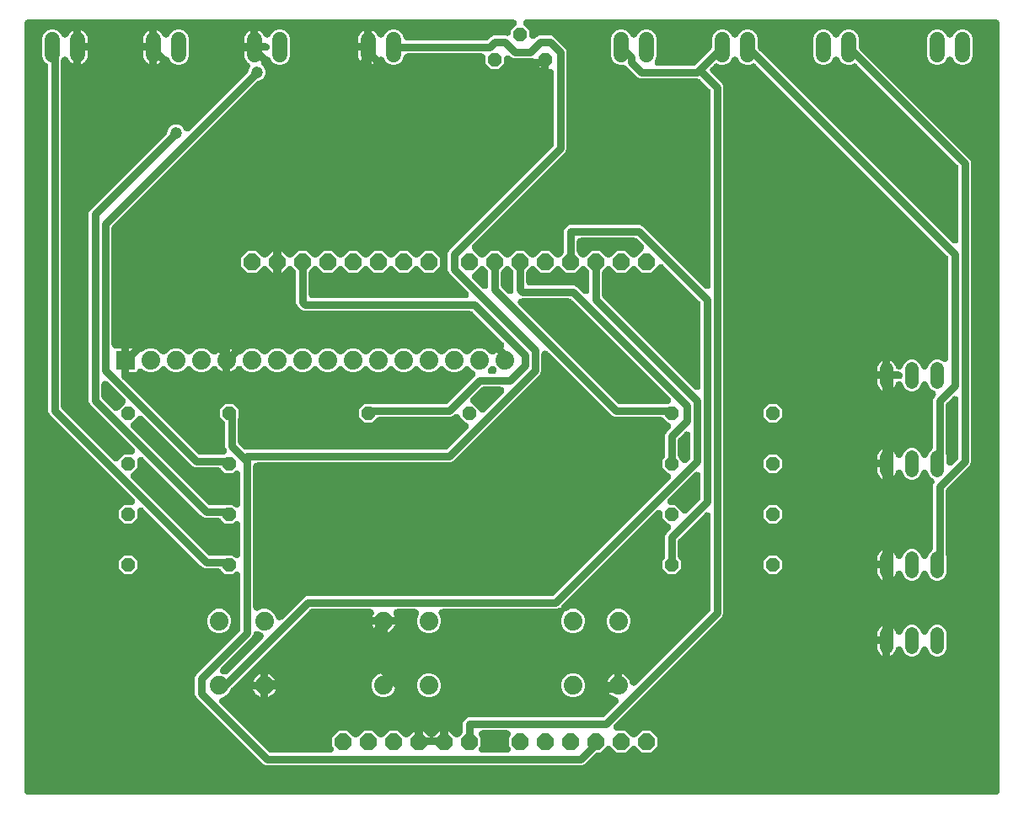
<source format=gbr>
G04 EAGLE Gerber X2 export*
%TF.Part,Single*%
%TF.FileFunction,Copper,L2,Bot,Mixed*%
%TF.FilePolarity,Positive*%
%TF.GenerationSoftware,Autodesk,EAGLE,9.1.3*%
%TF.CreationDate,2018-12-04T07:58:27Z*%
G75*
%MOMM*%
%FSLAX34Y34*%
%LPD*%
%AMOC8*
5,1,8,0,0,1.08239X$1,22.5*%
G01*
%ADD10C,1.524000*%
%ADD11R,1.879600X1.879600*%
%ADD12C,1.879600*%
%ADD13P,1.429621X8X22.500000*%
%ADD14P,1.429621X8X202.500000*%
%ADD15C,1.320800*%
%ADD16P,1.814519X8X22.500000*%
%ADD17C,0.762000*%
%ADD18C,1.193800*%

G36*
X986075Y10164D02*
X986075Y10164D01*
X986120Y10162D01*
X986350Y10184D01*
X986580Y10201D01*
X986624Y10210D01*
X986669Y10215D01*
X986893Y10270D01*
X987119Y10320D01*
X987161Y10336D01*
X987205Y10346D01*
X987419Y10433D01*
X987635Y10515D01*
X987674Y10537D01*
X987716Y10554D01*
X987915Y10671D01*
X988117Y10783D01*
X988153Y10811D01*
X988192Y10834D01*
X988372Y10978D01*
X988555Y11118D01*
X988587Y11150D01*
X988622Y11179D01*
X988780Y11349D01*
X988941Y11513D01*
X988967Y11549D01*
X988998Y11582D01*
X989130Y11773D01*
X989265Y11959D01*
X989286Y11999D01*
X989312Y12036D01*
X989415Y12244D01*
X989522Y12447D01*
X989537Y12490D01*
X989557Y12530D01*
X989628Y12750D01*
X989705Y12968D01*
X989714Y13012D01*
X989728Y13055D01*
X989767Y13283D01*
X989811Y13509D01*
X989813Y13554D01*
X989821Y13599D01*
X989839Y13970D01*
X989839Y786030D01*
X989836Y786075D01*
X989838Y786120D01*
X989816Y786350D01*
X989799Y786580D01*
X989790Y786624D01*
X989785Y786669D01*
X989730Y786893D01*
X989680Y787119D01*
X989664Y787161D01*
X989654Y787205D01*
X989567Y787419D01*
X989485Y787635D01*
X989463Y787674D01*
X989446Y787716D01*
X989329Y787915D01*
X989217Y788117D01*
X989189Y788153D01*
X989166Y788192D01*
X989022Y788372D01*
X988882Y788555D01*
X988850Y788587D01*
X988821Y788622D01*
X988651Y788780D01*
X988487Y788941D01*
X988451Y788967D01*
X988418Y788998D01*
X988227Y789130D01*
X988041Y789265D01*
X988001Y789286D01*
X987964Y789312D01*
X987756Y789415D01*
X987553Y789522D01*
X987510Y789537D01*
X987470Y789557D01*
X987250Y789628D01*
X987032Y789705D01*
X986988Y789714D01*
X986945Y789728D01*
X986717Y789767D01*
X986491Y789811D01*
X986446Y789813D01*
X986401Y789821D01*
X986030Y789839D01*
X514990Y789839D01*
X514829Y789828D01*
X514669Y789826D01*
X514555Y789808D01*
X514439Y789799D01*
X514283Y789765D01*
X514124Y789740D01*
X514014Y789705D01*
X513901Y789680D01*
X513750Y789623D01*
X513597Y789576D01*
X513493Y789526D01*
X513385Y789485D01*
X513244Y789407D01*
X513100Y789337D01*
X513004Y789273D01*
X512903Y789217D01*
X512775Y789119D01*
X512642Y789030D01*
X512556Y788952D01*
X512464Y788882D01*
X512352Y788767D01*
X512233Y788659D01*
X512159Y788570D01*
X512079Y788487D01*
X511985Y788357D01*
X511882Y788233D01*
X511822Y788134D01*
X511754Y788041D01*
X511680Y787899D01*
X511597Y787761D01*
X511552Y787655D01*
X511498Y787553D01*
X511445Y787401D01*
X511382Y787253D01*
X511353Y787141D01*
X511315Y787032D01*
X511284Y786875D01*
X511243Y786719D01*
X511231Y786604D01*
X511208Y786491D01*
X511201Y786331D01*
X511183Y786171D01*
X511187Y786055D01*
X511181Y785940D01*
X511197Y785780D01*
X511203Y785620D01*
X511223Y785506D01*
X511234Y785391D01*
X511273Y785235D01*
X511302Y785077D01*
X511339Y784967D01*
X511366Y784855D01*
X511427Y784706D01*
X511478Y784554D01*
X511530Y784451D01*
X511574Y784344D01*
X511655Y784205D01*
X511728Y784062D01*
X511795Y783968D01*
X511853Y783868D01*
X511954Y783743D01*
X512046Y783612D01*
X512154Y783493D01*
X512198Y783438D01*
X512236Y783403D01*
X512296Y783336D01*
X517145Y778488D01*
X517145Y774082D01*
X517156Y773922D01*
X517158Y773762D01*
X517176Y773648D01*
X517185Y773532D01*
X517219Y773375D01*
X517244Y773217D01*
X517279Y773107D01*
X517304Y772993D01*
X517361Y772843D01*
X517408Y772690D01*
X517458Y772586D01*
X517499Y772478D01*
X517577Y772337D01*
X517647Y772192D01*
X517711Y772097D01*
X517767Y771995D01*
X517865Y771868D01*
X517954Y771734D01*
X518032Y771649D01*
X518102Y771557D01*
X518217Y771445D01*
X518325Y771326D01*
X518414Y771252D01*
X518497Y771172D01*
X518627Y771077D01*
X518751Y770975D01*
X518850Y770915D01*
X518943Y770847D01*
X519085Y770773D01*
X519223Y770689D01*
X519329Y770644D01*
X519431Y770591D01*
X519583Y770537D01*
X519731Y770475D01*
X519843Y770446D01*
X519952Y770407D01*
X520109Y770376D01*
X520265Y770336D01*
X520380Y770323D01*
X520493Y770301D01*
X520653Y770293D01*
X520813Y770276D01*
X520929Y770280D01*
X521044Y770274D01*
X521204Y770290D01*
X521364Y770295D01*
X521478Y770316D01*
X521593Y770327D01*
X521749Y770365D01*
X521907Y770394D01*
X522017Y770431D01*
X522129Y770459D01*
X522278Y770519D01*
X522430Y770571D01*
X522533Y770623D01*
X522640Y770667D01*
X522778Y770748D01*
X522922Y770821D01*
X523016Y770887D01*
X523116Y770946D01*
X523241Y771046D01*
X523372Y771139D01*
X523491Y771247D01*
X523546Y771291D01*
X523581Y771328D01*
X523648Y771389D01*
X524723Y772464D01*
X527057Y773431D01*
X539743Y773431D01*
X542077Y772464D01*
X554024Y760517D01*
X554991Y758183D01*
X554991Y659137D01*
X554024Y656803D01*
X460678Y563456D01*
X460648Y563422D01*
X460615Y563392D01*
X460468Y563213D01*
X460317Y563039D01*
X460293Y563001D01*
X460264Y562966D01*
X460145Y562769D01*
X460020Y562574D01*
X460002Y562533D01*
X459978Y562494D01*
X459889Y562282D01*
X459794Y562071D01*
X459781Y562028D01*
X459764Y561986D01*
X459706Y561763D01*
X459642Y561541D01*
X459636Y561496D01*
X459625Y561452D01*
X459600Y561223D01*
X459569Y560994D01*
X459570Y560949D01*
X459565Y560904D01*
X459573Y560673D01*
X459576Y560442D01*
X459583Y560397D01*
X459584Y560352D01*
X459626Y560125D01*
X459662Y559897D01*
X459675Y559854D01*
X459683Y559810D01*
X459757Y559592D01*
X459826Y559370D01*
X459845Y559330D01*
X459860Y559287D01*
X459964Y559082D01*
X460064Y558873D01*
X460089Y558835D01*
X460110Y558795D01*
X460243Y558607D01*
X460372Y558415D01*
X460402Y558381D01*
X460428Y558345D01*
X460678Y558069D01*
X467206Y551541D01*
X467241Y551511D01*
X467271Y551478D01*
X467449Y551331D01*
X467624Y551180D01*
X467662Y551155D01*
X467697Y551127D01*
X467894Y551007D01*
X468089Y550883D01*
X468130Y550864D01*
X468169Y550841D01*
X468381Y550751D01*
X468592Y550657D01*
X468635Y550644D01*
X468677Y550627D01*
X468900Y550569D01*
X469122Y550505D01*
X469167Y550499D01*
X469211Y550488D01*
X469440Y550463D01*
X469669Y550432D01*
X469714Y550432D01*
X469759Y550427D01*
X469990Y550436D01*
X470221Y550438D01*
X470265Y550445D01*
X470311Y550447D01*
X470537Y550488D01*
X470766Y550525D01*
X470809Y550538D01*
X470853Y550546D01*
X471072Y550620D01*
X471292Y550689D01*
X471333Y550708D01*
X471376Y550722D01*
X471582Y550827D01*
X471790Y550927D01*
X471827Y550952D01*
X471868Y550972D01*
X472056Y551106D01*
X472248Y551234D01*
X472281Y551265D01*
X472318Y551291D01*
X472594Y551541D01*
X478076Y557023D01*
X487124Y557023D01*
X492606Y551541D01*
X492640Y551511D01*
X492671Y551478D01*
X492850Y551330D01*
X493024Y551180D01*
X493062Y551155D01*
X493097Y551127D01*
X493294Y551007D01*
X493489Y550883D01*
X493530Y550864D01*
X493569Y550841D01*
X493781Y550751D01*
X493992Y550657D01*
X494035Y550644D01*
X494077Y550627D01*
X494300Y550569D01*
X494522Y550505D01*
X494567Y550499D01*
X494611Y550488D01*
X494840Y550463D01*
X495069Y550432D01*
X495114Y550432D01*
X495159Y550427D01*
X495390Y550436D01*
X495621Y550438D01*
X495665Y550445D01*
X495711Y550447D01*
X495937Y550488D01*
X496166Y550525D01*
X496209Y550538D01*
X496253Y550546D01*
X496471Y550620D01*
X496692Y550688D01*
X496733Y550708D01*
X496776Y550722D01*
X496981Y550827D01*
X497190Y550927D01*
X497228Y550952D01*
X497268Y550972D01*
X497456Y551105D01*
X497648Y551234D01*
X497681Y551265D01*
X497718Y551291D01*
X497994Y551541D01*
X503476Y557023D01*
X512524Y557023D01*
X518006Y551541D01*
X518041Y551511D01*
X518071Y551478D01*
X518249Y551331D01*
X518424Y551180D01*
X518462Y551155D01*
X518497Y551127D01*
X518694Y551007D01*
X518889Y550883D01*
X518930Y550864D01*
X518969Y550841D01*
X519181Y550752D01*
X519392Y550657D01*
X519435Y550644D01*
X519477Y550627D01*
X519700Y550569D01*
X519922Y550505D01*
X519967Y550499D01*
X520011Y550488D01*
X520240Y550463D01*
X520469Y550432D01*
X520514Y550432D01*
X520559Y550427D01*
X520790Y550436D01*
X521021Y550438D01*
X521065Y550445D01*
X521110Y550447D01*
X521337Y550488D01*
X521566Y550525D01*
X521609Y550538D01*
X521653Y550546D01*
X521872Y550620D01*
X522092Y550688D01*
X522133Y550708D01*
X522176Y550722D01*
X522382Y550827D01*
X522590Y550927D01*
X522627Y550952D01*
X522668Y550972D01*
X522857Y551106D01*
X523048Y551234D01*
X523081Y551265D01*
X523118Y551291D01*
X523394Y551541D01*
X528876Y557023D01*
X537924Y557023D01*
X543406Y551541D01*
X543441Y551511D01*
X543471Y551478D01*
X543649Y551331D01*
X543824Y551180D01*
X543862Y551155D01*
X543897Y551127D01*
X544094Y551007D01*
X544289Y550883D01*
X544330Y550864D01*
X544369Y550841D01*
X544581Y550752D01*
X544792Y550657D01*
X544835Y550644D01*
X544877Y550627D01*
X545100Y550569D01*
X545322Y550505D01*
X545367Y550499D01*
X545411Y550488D01*
X545640Y550463D01*
X545869Y550432D01*
X545914Y550432D01*
X545959Y550427D01*
X546190Y550436D01*
X546421Y550438D01*
X546465Y550445D01*
X546510Y550447D01*
X546737Y550488D01*
X546966Y550525D01*
X547009Y550538D01*
X547053Y550546D01*
X547272Y550620D01*
X547492Y550688D01*
X547533Y550708D01*
X547576Y550722D01*
X547782Y550827D01*
X547990Y550927D01*
X548027Y550952D01*
X548068Y550972D01*
X548257Y551106D01*
X548448Y551234D01*
X548481Y551265D01*
X548518Y551291D01*
X548794Y551541D01*
X551334Y554081D01*
X551467Y554235D01*
X551608Y554387D01*
X551648Y554445D01*
X551694Y554498D01*
X551805Y554671D01*
X551922Y554840D01*
X551953Y554904D01*
X551991Y554963D01*
X552075Y555150D01*
X552167Y555335D01*
X552189Y555402D01*
X552218Y555466D01*
X552274Y555664D01*
X552338Y555859D01*
X552350Y555929D01*
X552369Y555997D01*
X552396Y556200D01*
X552431Y556403D01*
X552436Y556493D01*
X552442Y556543D01*
X552441Y556614D01*
X552449Y556774D01*
X552449Y577843D01*
X553416Y580177D01*
X555203Y581964D01*
X557537Y582931D01*
X628643Y582931D01*
X630977Y581964D01*
X633299Y579642D01*
X633300Y579642D01*
X693266Y519675D01*
X693388Y519570D01*
X693503Y519458D01*
X693596Y519390D01*
X693684Y519314D01*
X693820Y519227D01*
X693949Y519133D01*
X694051Y519080D01*
X694149Y519017D01*
X694295Y518951D01*
X694437Y518877D01*
X694546Y518838D01*
X694652Y518791D01*
X694806Y518747D01*
X694958Y518693D01*
X695071Y518671D01*
X695182Y518639D01*
X695342Y518618D01*
X695499Y518587D01*
X695614Y518581D01*
X695729Y518566D01*
X695890Y518568D01*
X696050Y518560D01*
X696165Y518571D01*
X696281Y518573D01*
X696440Y518598D01*
X696599Y518613D01*
X696711Y518641D01*
X696826Y518659D01*
X696979Y518707D01*
X697135Y518745D01*
X697242Y518788D01*
X697352Y518823D01*
X697497Y518892D01*
X697646Y518953D01*
X697746Y519011D01*
X697850Y519061D01*
X697983Y519151D01*
X698122Y519232D01*
X698212Y519304D01*
X698308Y519369D01*
X698427Y519477D01*
X698552Y519577D01*
X698631Y519662D01*
X698717Y519739D01*
X698819Y519863D01*
X698928Y519981D01*
X698994Y520076D01*
X699067Y520165D01*
X699151Y520302D01*
X699242Y520435D01*
X699293Y520538D01*
X699353Y520637D01*
X699415Y520785D01*
X699487Y520929D01*
X699523Y521039D01*
X699568Y521145D01*
X699608Y521301D01*
X699658Y521453D01*
X699677Y521567D01*
X699706Y521679D01*
X699724Y521839D01*
X699751Y521997D01*
X699759Y522157D01*
X699767Y522228D01*
X699765Y522278D01*
X699769Y522368D01*
X699769Y717152D01*
X699754Y717357D01*
X699747Y717562D01*
X699734Y717631D01*
X699729Y717702D01*
X699685Y717903D01*
X699648Y718105D01*
X699626Y718171D01*
X699610Y718240D01*
X699537Y718433D01*
X699472Y718627D01*
X699440Y718691D01*
X699415Y718756D01*
X699315Y718936D01*
X699222Y719119D01*
X699181Y719177D01*
X699147Y719239D01*
X699022Y719402D01*
X698903Y719570D01*
X698843Y719637D01*
X698812Y719677D01*
X698761Y719726D01*
X698654Y719845D01*
X689365Y729134D01*
X689210Y729267D01*
X689059Y729408D01*
X689001Y729448D01*
X688948Y729494D01*
X688775Y729605D01*
X688605Y729722D01*
X688542Y729753D01*
X688483Y729791D01*
X688295Y729875D01*
X688111Y729967D01*
X688044Y729989D01*
X687980Y730018D01*
X687782Y730074D01*
X687587Y730138D01*
X687517Y730150D01*
X687449Y730169D01*
X687246Y730196D01*
X687043Y730231D01*
X686953Y730236D01*
X686902Y730242D01*
X686832Y730241D01*
X686672Y730249D01*
X628657Y730249D01*
X626323Y731216D01*
X624001Y733538D01*
X624000Y733538D01*
X614435Y743104D01*
X614280Y743238D01*
X614129Y743378D01*
X614071Y743418D01*
X614018Y743464D01*
X613845Y743575D01*
X613675Y743692D01*
X613612Y743723D01*
X613553Y743761D01*
X613365Y743846D01*
X613181Y743937D01*
X613114Y743959D01*
X613050Y743988D01*
X612852Y744044D01*
X612657Y744108D01*
X612587Y744120D01*
X612519Y744139D01*
X612316Y744166D01*
X612113Y744201D01*
X612023Y744206D01*
X611972Y744212D01*
X611902Y744211D01*
X611742Y744219D01*
X607579Y744219D01*
X603844Y745766D01*
X600986Y748624D01*
X599439Y752359D01*
X599439Y771641D01*
X600986Y775376D01*
X603844Y778234D01*
X607579Y779781D01*
X611621Y779781D01*
X615356Y778234D01*
X618214Y775376D01*
X618781Y774007D01*
X618853Y773864D01*
X618916Y773716D01*
X618976Y773617D01*
X619028Y773514D01*
X619120Y773382D01*
X619204Y773245D01*
X619278Y773157D01*
X619344Y773062D01*
X619455Y772945D01*
X619557Y772822D01*
X619643Y772744D01*
X619722Y772660D01*
X619848Y772560D01*
X619968Y772453D01*
X620064Y772389D01*
X620155Y772317D01*
X620293Y772237D01*
X620427Y772148D01*
X620532Y772098D01*
X620632Y772040D01*
X620781Y771981D01*
X620926Y771912D01*
X621036Y771878D01*
X621144Y771835D01*
X621300Y771798D01*
X621454Y771751D01*
X621568Y771733D01*
X621680Y771706D01*
X621840Y771692D01*
X621999Y771667D01*
X622115Y771667D01*
X622230Y771656D01*
X622390Y771665D01*
X622551Y771664D01*
X622665Y771680D01*
X622780Y771686D01*
X622938Y771718D01*
X623097Y771740D01*
X623208Y771772D01*
X623321Y771795D01*
X623473Y771849D01*
X623627Y771894D01*
X623732Y771942D01*
X623841Y771981D01*
X623983Y772057D01*
X624129Y772123D01*
X624225Y772186D01*
X624328Y772240D01*
X624457Y772335D01*
X624592Y772422D01*
X624679Y772498D01*
X624772Y772567D01*
X624887Y772680D01*
X625007Y772785D01*
X625082Y772873D01*
X625165Y772954D01*
X625262Y773082D01*
X625366Y773204D01*
X625428Y773302D01*
X625497Y773394D01*
X625575Y773535D01*
X625660Y773671D01*
X625729Y773816D01*
X625763Y773878D01*
X625781Y773926D01*
X625819Y774007D01*
X626386Y775376D01*
X629244Y778234D01*
X632979Y779781D01*
X637021Y779781D01*
X640756Y778234D01*
X643614Y775376D01*
X645161Y771641D01*
X645161Y752359D01*
X643445Y748218D01*
X643370Y747989D01*
X643290Y747762D01*
X643283Y747728D01*
X643272Y747694D01*
X643230Y747457D01*
X643183Y747221D01*
X643182Y747186D01*
X643176Y747151D01*
X643168Y746910D01*
X643156Y746670D01*
X643160Y746635D01*
X643159Y746599D01*
X643186Y746360D01*
X643209Y746121D01*
X643218Y746087D01*
X643222Y746051D01*
X643284Y745818D01*
X643341Y745585D01*
X643354Y745553D01*
X643363Y745518D01*
X643458Y745297D01*
X643549Y745074D01*
X643567Y745043D01*
X643581Y745011D01*
X643706Y744807D01*
X643828Y744598D01*
X643850Y744571D01*
X643869Y744541D01*
X644022Y744356D01*
X644173Y744168D01*
X644199Y744144D01*
X644222Y744117D01*
X644401Y743956D01*
X644577Y743792D01*
X644606Y743772D01*
X644632Y743748D01*
X644833Y743615D01*
X645031Y743478D01*
X645062Y743462D01*
X645092Y743443D01*
X645309Y743340D01*
X645525Y743233D01*
X645559Y743222D01*
X645591Y743207D01*
X645821Y743137D01*
X646050Y743062D01*
X646084Y743056D01*
X646118Y743046D01*
X646355Y743010D01*
X646593Y742969D01*
X646637Y742967D01*
X646664Y742963D01*
X646729Y742962D01*
X646965Y742951D01*
X681592Y742951D01*
X681797Y742966D01*
X682002Y742973D01*
X682071Y742986D01*
X682142Y742991D01*
X682343Y743035D01*
X682545Y743072D01*
X682611Y743094D01*
X682680Y743110D01*
X682873Y743183D01*
X683067Y743248D01*
X683131Y743280D01*
X683196Y743305D01*
X683376Y743405D01*
X683559Y743498D01*
X683617Y743539D01*
X683679Y743573D01*
X683842Y743698D01*
X684010Y743817D01*
X684077Y743877D01*
X684117Y743908D01*
X684166Y743959D01*
X684285Y744066D01*
X685278Y745059D01*
X685278Y745060D01*
X699924Y759705D01*
X700057Y759860D01*
X700198Y760011D01*
X700238Y760069D01*
X700284Y760122D01*
X700395Y760295D01*
X700512Y760465D01*
X700543Y760528D01*
X700581Y760587D01*
X700665Y760775D01*
X700757Y760959D01*
X700779Y761026D01*
X700808Y761090D01*
X700864Y761288D01*
X700928Y761483D01*
X700940Y761553D01*
X700959Y761621D01*
X700986Y761824D01*
X701021Y762027D01*
X701026Y762117D01*
X701032Y762168D01*
X701031Y762238D01*
X701039Y762398D01*
X701039Y771641D01*
X702586Y775376D01*
X705444Y778234D01*
X709179Y779781D01*
X713221Y779781D01*
X716956Y778234D01*
X719814Y775376D01*
X720381Y774007D01*
X720453Y773864D01*
X720516Y773716D01*
X720576Y773617D01*
X720628Y773514D01*
X720720Y773382D01*
X720804Y773245D01*
X720878Y773157D01*
X720944Y773062D01*
X721055Y772945D01*
X721157Y772822D01*
X721243Y772744D01*
X721322Y772660D01*
X721448Y772560D01*
X721568Y772453D01*
X721664Y772389D01*
X721755Y772317D01*
X721893Y772237D01*
X722027Y772148D01*
X722132Y772098D01*
X722232Y772040D01*
X722381Y771981D01*
X722526Y771912D01*
X722636Y771878D01*
X722744Y771835D01*
X722900Y771798D01*
X723054Y771751D01*
X723168Y771733D01*
X723280Y771706D01*
X723440Y771692D01*
X723599Y771667D01*
X723715Y771667D01*
X723830Y771656D01*
X723990Y771665D01*
X724151Y771664D01*
X724265Y771680D01*
X724380Y771686D01*
X724538Y771718D01*
X724697Y771740D01*
X724808Y771772D01*
X724921Y771795D01*
X725073Y771849D01*
X725227Y771894D01*
X725332Y771942D01*
X725441Y771981D01*
X725583Y772057D01*
X725729Y772123D01*
X725825Y772186D01*
X725928Y772240D01*
X726057Y772335D01*
X726192Y772422D01*
X726279Y772498D01*
X726372Y772567D01*
X726487Y772680D01*
X726607Y772785D01*
X726682Y772873D01*
X726765Y772954D01*
X726862Y773082D01*
X726966Y773204D01*
X727028Y773302D01*
X727097Y773394D01*
X727175Y773535D01*
X727260Y773671D01*
X727329Y773816D01*
X727363Y773878D01*
X727381Y773926D01*
X727419Y774007D01*
X727986Y775376D01*
X730844Y778234D01*
X734579Y779781D01*
X738621Y779781D01*
X742356Y778234D01*
X745214Y775376D01*
X746761Y771641D01*
X746761Y762398D01*
X746776Y762193D01*
X746783Y761988D01*
X746796Y761919D01*
X746801Y761848D01*
X746845Y761647D01*
X746882Y761445D01*
X746904Y761378D01*
X746920Y761309D01*
X746993Y761117D01*
X747058Y760922D01*
X747090Y760859D01*
X747115Y760794D01*
X747215Y760614D01*
X747308Y760431D01*
X747349Y760373D01*
X747383Y760311D01*
X747508Y760148D01*
X747627Y759980D01*
X747687Y759913D01*
X747718Y759873D01*
X747769Y759824D01*
X747876Y759705D01*
X942186Y565395D01*
X942308Y565290D01*
X942423Y565178D01*
X942516Y565110D01*
X942604Y565034D01*
X942739Y564947D01*
X942869Y564853D01*
X942971Y564800D01*
X943069Y564737D01*
X943215Y564671D01*
X943357Y564597D01*
X943466Y564558D01*
X943572Y564511D01*
X943726Y564467D01*
X943878Y564413D01*
X943991Y564391D01*
X944102Y564359D01*
X944262Y564338D01*
X944419Y564307D01*
X944534Y564301D01*
X944649Y564286D01*
X944810Y564288D01*
X944970Y564280D01*
X945085Y564291D01*
X945201Y564293D01*
X945360Y564318D01*
X945519Y564333D01*
X945631Y564361D01*
X945746Y564379D01*
X945899Y564427D01*
X946055Y564465D01*
X946162Y564508D01*
X946272Y564543D01*
X946417Y564612D01*
X946566Y564673D01*
X946666Y564731D01*
X946770Y564781D01*
X946903Y564871D01*
X947042Y564952D01*
X947132Y565024D01*
X947228Y565089D01*
X947347Y565197D01*
X947472Y565297D01*
X947551Y565382D01*
X947637Y565459D01*
X947739Y565583D01*
X947848Y565701D01*
X947914Y565796D01*
X947987Y565885D01*
X948071Y566022D01*
X948162Y566155D01*
X948213Y566258D01*
X948273Y566357D01*
X948335Y566505D01*
X948407Y566649D01*
X948443Y566759D01*
X948488Y566865D01*
X948528Y567021D01*
X948578Y567173D01*
X948597Y567287D01*
X948626Y567399D01*
X948644Y567559D01*
X948671Y567717D01*
X948679Y567877D01*
X948687Y567948D01*
X948685Y567998D01*
X948689Y568088D01*
X948689Y640952D01*
X948674Y641157D01*
X948667Y641362D01*
X948654Y641431D01*
X948649Y641502D01*
X948605Y641703D01*
X948568Y641905D01*
X948546Y641971D01*
X948530Y642040D01*
X948457Y642233D01*
X948392Y642427D01*
X948360Y642491D01*
X948335Y642556D01*
X948235Y642736D01*
X948142Y642919D01*
X948101Y642977D01*
X948067Y643039D01*
X947942Y643202D01*
X947823Y643370D01*
X947763Y643437D01*
X947732Y643477D01*
X947681Y643526D01*
X947574Y643645D01*
X846814Y744405D01*
X846719Y744487D01*
X846631Y744576D01*
X846511Y744667D01*
X846397Y744766D01*
X846291Y744833D01*
X846191Y744909D01*
X846059Y744981D01*
X845932Y745062D01*
X845817Y745114D01*
X845707Y745174D01*
X845566Y745227D01*
X845428Y745289D01*
X845308Y745323D01*
X845190Y745367D01*
X845043Y745399D01*
X844898Y745440D01*
X844773Y745457D01*
X844651Y745483D01*
X844501Y745494D01*
X844351Y745514D01*
X844226Y745512D01*
X844101Y745520D01*
X843950Y745509D01*
X843800Y745507D01*
X843676Y745487D01*
X843551Y745478D01*
X843404Y745444D01*
X843255Y745421D01*
X843135Y745384D01*
X843013Y745356D01*
X842791Y745277D01*
X842728Y745257D01*
X842703Y745245D01*
X842663Y745231D01*
X840221Y744219D01*
X836179Y744219D01*
X832444Y745766D01*
X829586Y748624D01*
X829019Y749993D01*
X828947Y750136D01*
X828884Y750284D01*
X828824Y750383D01*
X828772Y750486D01*
X828680Y750618D01*
X828596Y750755D01*
X828522Y750843D01*
X828456Y750938D01*
X828346Y751055D01*
X828243Y751178D01*
X828157Y751256D01*
X828078Y751340D01*
X827952Y751440D01*
X827832Y751547D01*
X827736Y751611D01*
X827646Y751683D01*
X827506Y751764D01*
X827373Y751852D01*
X827269Y751902D01*
X827168Y751960D01*
X827019Y752019D01*
X826874Y752088D01*
X826764Y752122D01*
X826656Y752165D01*
X826500Y752202D01*
X826347Y752249D01*
X826232Y752267D01*
X826120Y752294D01*
X825960Y752308D01*
X825801Y752333D01*
X825686Y752333D01*
X825570Y752344D01*
X825410Y752335D01*
X825250Y752336D01*
X825135Y752320D01*
X825020Y752314D01*
X824862Y752282D01*
X824703Y752260D01*
X824592Y752228D01*
X824479Y752205D01*
X824328Y752151D01*
X824173Y752106D01*
X824068Y752058D01*
X823959Y752019D01*
X823818Y751944D01*
X823672Y751877D01*
X823574Y751814D01*
X823472Y751760D01*
X823343Y751665D01*
X823208Y751578D01*
X823121Y751502D01*
X823028Y751433D01*
X822913Y751320D01*
X822793Y751215D01*
X822718Y751127D01*
X822635Y751046D01*
X822538Y750918D01*
X822434Y750796D01*
X822372Y750698D01*
X822303Y750606D01*
X822225Y750465D01*
X822140Y750329D01*
X822071Y750184D01*
X822037Y750122D01*
X822019Y750075D01*
X821981Y749993D01*
X821414Y748624D01*
X818556Y745766D01*
X814821Y744219D01*
X810779Y744219D01*
X807044Y745766D01*
X804186Y748624D01*
X802639Y752359D01*
X802639Y771641D01*
X804186Y775376D01*
X807044Y778234D01*
X810779Y779781D01*
X814821Y779781D01*
X818556Y778234D01*
X821414Y775376D01*
X821981Y774007D01*
X822053Y773864D01*
X822116Y773716D01*
X822176Y773617D01*
X822228Y773514D01*
X822320Y773382D01*
X822404Y773245D01*
X822478Y773157D01*
X822544Y773062D01*
X822655Y772945D01*
X822757Y772822D01*
X822843Y772744D01*
X822922Y772660D01*
X823048Y772560D01*
X823168Y772453D01*
X823264Y772389D01*
X823355Y772317D01*
X823493Y772237D01*
X823627Y772148D01*
X823732Y772098D01*
X823832Y772040D01*
X823981Y771981D01*
X824126Y771912D01*
X824236Y771878D01*
X824344Y771835D01*
X824500Y771798D01*
X824654Y771751D01*
X824768Y771733D01*
X824880Y771706D01*
X825040Y771692D01*
X825199Y771667D01*
X825315Y771667D01*
X825430Y771656D01*
X825590Y771665D01*
X825751Y771664D01*
X825865Y771680D01*
X825980Y771686D01*
X826138Y771718D01*
X826297Y771740D01*
X826408Y771772D01*
X826521Y771795D01*
X826673Y771849D01*
X826827Y771894D01*
X826932Y771942D01*
X827041Y771981D01*
X827183Y772057D01*
X827329Y772123D01*
X827425Y772186D01*
X827528Y772240D01*
X827657Y772335D01*
X827792Y772422D01*
X827879Y772498D01*
X827972Y772567D01*
X828087Y772680D01*
X828207Y772785D01*
X828282Y772873D01*
X828365Y772954D01*
X828462Y773082D01*
X828566Y773204D01*
X828628Y773302D01*
X828697Y773394D01*
X828775Y773535D01*
X828860Y773671D01*
X828929Y773816D01*
X828963Y773878D01*
X828981Y773926D01*
X829019Y774007D01*
X829586Y775376D01*
X832444Y778234D01*
X836179Y779781D01*
X840221Y779781D01*
X843956Y778234D01*
X846814Y775376D01*
X848361Y771641D01*
X848361Y762398D01*
X848376Y762193D01*
X848383Y761988D01*
X848396Y761919D01*
X848401Y761848D01*
X848445Y761647D01*
X848482Y761445D01*
X848504Y761378D01*
X848520Y761309D01*
X848593Y761117D01*
X848658Y760922D01*
X848690Y760859D01*
X848715Y760794D01*
X848815Y760614D01*
X848908Y760431D01*
X848949Y760373D01*
X848983Y760311D01*
X849108Y760148D01*
X849227Y759980D01*
X849287Y759913D01*
X849318Y759873D01*
X849368Y759824D01*
X849476Y759705D01*
X960424Y648757D01*
X961391Y646423D01*
X961391Y344177D01*
X960424Y341843D01*
X937106Y318525D01*
X936973Y318370D01*
X936832Y318219D01*
X936792Y318161D01*
X936746Y318108D01*
X936635Y317935D01*
X936518Y317765D01*
X936487Y317702D01*
X936449Y317643D01*
X936365Y317455D01*
X936273Y317271D01*
X936251Y317204D01*
X936222Y317140D01*
X936166Y316942D01*
X936102Y316747D01*
X936090Y316677D01*
X936071Y316609D01*
X936044Y316406D01*
X936009Y316203D01*
X936004Y316113D01*
X935998Y316062D01*
X935999Y315992D01*
X935991Y315832D01*
X935991Y251094D01*
X935991Y251084D01*
X935991Y251074D01*
X936011Y250810D01*
X936031Y250544D01*
X936033Y250534D01*
X936034Y250524D01*
X936092Y250267D01*
X936150Y250005D01*
X936153Y249996D01*
X936155Y249986D01*
X936245Y249737D01*
X936245Y232877D01*
X934853Y229516D01*
X932280Y226943D01*
X928919Y225551D01*
X925281Y225551D01*
X921920Y226943D01*
X919348Y229516D01*
X917919Y232964D01*
X917847Y233108D01*
X917784Y233255D01*
X917724Y233353D01*
X917672Y233457D01*
X917580Y233589D01*
X917496Y233726D01*
X917422Y233814D01*
X917356Y233909D01*
X917246Y234026D01*
X917143Y234149D01*
X917057Y234227D01*
X916978Y234311D01*
X916852Y234411D01*
X916732Y234518D01*
X916636Y234582D01*
X916546Y234654D01*
X916407Y234734D01*
X916273Y234823D01*
X916168Y234873D01*
X916068Y234931D01*
X915919Y234990D01*
X915774Y235059D01*
X915664Y235093D01*
X915556Y235136D01*
X915400Y235173D01*
X915246Y235220D01*
X915132Y235238D01*
X915020Y235265D01*
X914860Y235279D01*
X914701Y235303D01*
X914585Y235304D01*
X914470Y235315D01*
X914310Y235306D01*
X914149Y235307D01*
X914035Y235291D01*
X913920Y235285D01*
X913762Y235253D01*
X913603Y235231D01*
X913492Y235199D01*
X913379Y235176D01*
X913228Y235122D01*
X913073Y235077D01*
X912968Y235029D01*
X912859Y234990D01*
X912718Y234915D01*
X912572Y234848D01*
X912474Y234785D01*
X912372Y234731D01*
X912243Y234636D01*
X912108Y234549D01*
X912021Y234473D01*
X911928Y234404D01*
X911814Y234292D01*
X911693Y234186D01*
X911617Y234098D01*
X911535Y234017D01*
X911438Y233889D01*
X911334Y233767D01*
X911272Y233669D01*
X911203Y233577D01*
X911125Y233436D01*
X911040Y233300D01*
X910971Y233155D01*
X910937Y233093D01*
X910919Y233046D01*
X910881Y232964D01*
X909453Y229516D01*
X906880Y226943D01*
X903519Y225551D01*
X899881Y225551D01*
X896520Y226943D01*
X893947Y229516D01*
X892454Y233121D01*
X892439Y233152D01*
X892428Y233183D01*
X892359Y233313D01*
X892298Y233453D01*
X892248Y233531D01*
X892207Y233614D01*
X892187Y233643D01*
X892171Y233672D01*
X892085Y233790D01*
X892004Y233920D01*
X891944Y233990D01*
X891891Y234066D01*
X891866Y234092D01*
X891847Y234118D01*
X891745Y234223D01*
X891646Y234339D01*
X891576Y234400D01*
X891513Y234468D01*
X891484Y234490D01*
X891462Y234513D01*
X891347Y234601D01*
X891231Y234703D01*
X891153Y234753D01*
X891081Y234810D01*
X891049Y234829D01*
X891024Y234848D01*
X890897Y234919D01*
X890767Y235002D01*
X890683Y235041D01*
X890603Y235087D01*
X890569Y235101D01*
X890542Y235116D01*
X890407Y235168D01*
X890266Y235232D01*
X890177Y235258D01*
X890091Y235292D01*
X890056Y235301D01*
X890026Y235312D01*
X889885Y235344D01*
X889736Y235387D01*
X889645Y235400D01*
X889555Y235421D01*
X889518Y235425D01*
X889488Y235432D01*
X889344Y235442D01*
X889190Y235464D01*
X889097Y235463D01*
X889005Y235472D01*
X888969Y235470D01*
X888937Y235472D01*
X888793Y235461D01*
X888638Y235461D01*
X888547Y235447D01*
X888455Y235442D01*
X888418Y235434D01*
X888387Y235432D01*
X888246Y235401D01*
X888093Y235378D01*
X888005Y235351D01*
X887914Y235333D01*
X887879Y235320D01*
X887848Y235314D01*
X887713Y235262D01*
X887565Y235217D01*
X887482Y235178D01*
X887394Y235147D01*
X887362Y235130D01*
X887332Y235118D01*
X887206Y235048D01*
X887066Y234982D01*
X886989Y234931D01*
X886907Y234888D01*
X886878Y234866D01*
X886850Y234851D01*
X886734Y234762D01*
X886606Y234677D01*
X886538Y234616D01*
X886463Y234561D01*
X886437Y234536D01*
X886411Y234516D01*
X886309Y234411D01*
X886195Y234309D01*
X886136Y234238D01*
X886070Y234173D01*
X886049Y234145D01*
X886026Y234121D01*
X885939Y234003D01*
X885842Y233886D01*
X885793Y233807D01*
X885738Y233733D01*
X885721Y233702D01*
X885701Y233675D01*
X885633Y233545D01*
X885553Y233416D01*
X885517Y233331D01*
X885472Y233250D01*
X885460Y233217D01*
X885444Y233187D01*
X885362Y232972D01*
X885335Y232909D01*
X885328Y232881D01*
X885312Y232840D01*
X884775Y231186D01*
X884121Y229903D01*
X883275Y228739D01*
X882257Y227721D01*
X881093Y226875D01*
X880109Y226374D01*
X880109Y241300D01*
X880109Y256226D01*
X881093Y255725D01*
X882257Y254879D01*
X883275Y253861D01*
X884121Y252697D01*
X884775Y251414D01*
X885312Y249760D01*
X885325Y249729D01*
X885334Y249695D01*
X885370Y249610D01*
X885398Y249522D01*
X885464Y249386D01*
X885520Y249249D01*
X885537Y249221D01*
X885551Y249188D01*
X885599Y249109D01*
X885640Y249026D01*
X885725Y248900D01*
X885800Y248774D01*
X885820Y248748D01*
X885839Y248718D01*
X885898Y248647D01*
X885950Y248570D01*
X886054Y248458D01*
X886145Y248344D01*
X886169Y248321D01*
X886192Y248294D01*
X886261Y248232D01*
X886324Y248164D01*
X886442Y248067D01*
X886549Y247968D01*
X886576Y247949D01*
X886603Y247925D01*
X886680Y247874D01*
X886752Y247816D01*
X886883Y247737D01*
X887003Y247654D01*
X887032Y247640D01*
X887062Y247620D01*
X887146Y247580D01*
X887225Y247533D01*
X887367Y247474D01*
X887498Y247410D01*
X887528Y247400D01*
X887561Y247384D01*
X887649Y247357D01*
X887735Y247322D01*
X887885Y247284D01*
X888022Y247239D01*
X888054Y247234D01*
X888089Y247223D01*
X888180Y247209D01*
X888270Y247186D01*
X888423Y247170D01*
X888566Y247146D01*
X888597Y247145D01*
X888634Y247140D01*
X888726Y247139D01*
X888818Y247130D01*
X888973Y247136D01*
X889118Y247133D01*
X889149Y247136D01*
X889186Y247136D01*
X889277Y247149D01*
X889370Y247153D01*
X889522Y247181D01*
X889665Y247199D01*
X889695Y247207D01*
X889732Y247212D01*
X889821Y247238D01*
X889912Y247255D01*
X890058Y247306D01*
X890198Y247343D01*
X890226Y247356D01*
X890262Y247366D01*
X890346Y247405D01*
X890433Y247435D01*
X890571Y247506D01*
X890703Y247564D01*
X890730Y247580D01*
X890764Y247595D01*
X890841Y247645D01*
X890923Y247688D01*
X891049Y247778D01*
X891172Y247854D01*
X891196Y247875D01*
X891227Y247895D01*
X891297Y247955D01*
X891372Y248009D01*
X891483Y248116D01*
X891594Y248210D01*
X891615Y248234D01*
X891642Y248257D01*
X891703Y248328D01*
X891769Y248392D01*
X891863Y248513D01*
X891960Y248623D01*
X891978Y248649D01*
X892001Y248677D01*
X892050Y248755D01*
X892107Y248828D01*
X892182Y248961D01*
X892263Y249084D01*
X892277Y249113D01*
X892295Y249143D01*
X892348Y249254D01*
X892379Y249308D01*
X892401Y249367D01*
X892454Y249479D01*
X893947Y253084D01*
X896520Y255657D01*
X899881Y257049D01*
X903519Y257049D01*
X906880Y255657D01*
X909453Y253084D01*
X910881Y249636D01*
X910953Y249493D01*
X911016Y249345D01*
X911076Y249246D01*
X911128Y249143D01*
X911220Y249011D01*
X911304Y248874D01*
X911378Y248786D01*
X911444Y248691D01*
X911554Y248574D01*
X911657Y248451D01*
X911743Y248373D01*
X911822Y248289D01*
X911948Y248190D01*
X912068Y248082D01*
X912164Y248018D01*
X912255Y247946D01*
X912393Y247866D01*
X912527Y247777D01*
X912632Y247727D01*
X912732Y247669D01*
X912881Y247610D01*
X913026Y247541D01*
X913137Y247507D01*
X913244Y247464D01*
X913400Y247427D01*
X913554Y247380D01*
X913668Y247362D01*
X913780Y247335D01*
X913940Y247321D01*
X914099Y247297D01*
X914215Y247296D01*
X914330Y247285D01*
X914490Y247294D01*
X914651Y247293D01*
X914765Y247309D01*
X914880Y247315D01*
X915038Y247347D01*
X915197Y247369D01*
X915308Y247401D01*
X915421Y247424D01*
X915572Y247478D01*
X915727Y247523D01*
X915832Y247571D01*
X915941Y247610D01*
X916083Y247686D01*
X916229Y247752D01*
X916325Y247815D01*
X916428Y247869D01*
X916557Y247964D01*
X916692Y248051D01*
X916779Y248127D01*
X916872Y248196D01*
X916987Y248309D01*
X917107Y248414D01*
X917183Y248502D01*
X917265Y248583D01*
X917362Y248711D01*
X917466Y248833D01*
X917528Y248931D01*
X917597Y249023D01*
X917675Y249164D01*
X917760Y249300D01*
X917829Y249445D01*
X917863Y249507D01*
X917881Y249554D01*
X917919Y249636D01*
X919348Y253084D01*
X922174Y255910D01*
X922307Y256065D01*
X922448Y256216D01*
X922488Y256274D01*
X922534Y256328D01*
X922645Y256501D01*
X922762Y256670D01*
X922793Y256733D01*
X922831Y256793D01*
X922915Y256980D01*
X923007Y257164D01*
X923029Y257231D01*
X923058Y257296D01*
X923114Y257493D01*
X923178Y257689D01*
X923190Y257758D01*
X923209Y257826D01*
X923236Y258030D01*
X923271Y258232D01*
X923276Y258323D01*
X923282Y258373D01*
X923281Y258443D01*
X923289Y258604D01*
X923289Y321303D01*
X924191Y323480D01*
X924205Y323523D01*
X924224Y323563D01*
X924292Y323784D01*
X924364Y324003D01*
X924372Y324048D01*
X924386Y324091D01*
X924420Y324319D01*
X924461Y324547D01*
X924462Y324592D01*
X924469Y324636D01*
X924470Y324867D01*
X924477Y325098D01*
X924472Y325143D01*
X924473Y325188D01*
X924441Y325416D01*
X924414Y325646D01*
X924403Y325690D01*
X924396Y325734D01*
X924332Y325956D01*
X924273Y326179D01*
X924255Y326221D01*
X924242Y326264D01*
X924146Y326475D01*
X924056Y326686D01*
X924032Y326725D01*
X924013Y326766D01*
X923888Y326960D01*
X923767Y327157D01*
X923738Y327192D01*
X923714Y327230D01*
X923563Y327403D01*
X923414Y327581D01*
X923381Y327611D01*
X923351Y327645D01*
X923176Y327795D01*
X923004Y327949D01*
X922966Y327974D01*
X922932Y328004D01*
X922737Y328127D01*
X922544Y328255D01*
X922503Y328274D01*
X922465Y328298D01*
X922129Y328457D01*
X921920Y328544D01*
X919348Y331116D01*
X917919Y334564D01*
X917847Y334708D01*
X917784Y334855D01*
X917724Y334953D01*
X917672Y335057D01*
X917580Y335189D01*
X917496Y335326D01*
X917422Y335414D01*
X917356Y335509D01*
X917246Y335626D01*
X917143Y335749D01*
X917057Y335827D01*
X916978Y335911D01*
X916852Y336011D01*
X916732Y336118D01*
X916636Y336182D01*
X916546Y336254D01*
X916407Y336334D01*
X916273Y336423D01*
X916168Y336473D01*
X916068Y336531D01*
X915919Y336590D01*
X915774Y336659D01*
X915664Y336693D01*
X915556Y336736D01*
X915400Y336773D01*
X915246Y336820D01*
X915132Y336838D01*
X915020Y336865D01*
X914860Y336879D01*
X914701Y336903D01*
X914585Y336904D01*
X914470Y336915D01*
X914310Y336906D01*
X914149Y336907D01*
X914035Y336891D01*
X913920Y336885D01*
X913762Y336853D01*
X913603Y336831D01*
X913492Y336799D01*
X913379Y336776D01*
X913228Y336722D01*
X913073Y336677D01*
X912968Y336629D01*
X912859Y336590D01*
X912718Y336515D01*
X912572Y336448D01*
X912474Y336385D01*
X912372Y336331D01*
X912243Y336236D01*
X912108Y336149D01*
X912021Y336073D01*
X911928Y336004D01*
X911814Y335892D01*
X911693Y335786D01*
X911617Y335698D01*
X911535Y335617D01*
X911438Y335489D01*
X911334Y335367D01*
X911272Y335269D01*
X911203Y335177D01*
X911125Y335036D01*
X911040Y334900D01*
X910971Y334755D01*
X910937Y334693D01*
X910919Y334646D01*
X910881Y334564D01*
X909453Y331116D01*
X906880Y328543D01*
X903519Y327151D01*
X899881Y327151D01*
X896520Y328543D01*
X893947Y331116D01*
X892454Y334721D01*
X892439Y334752D01*
X892428Y334783D01*
X892359Y334913D01*
X892298Y335053D01*
X892248Y335131D01*
X892207Y335214D01*
X892187Y335243D01*
X892171Y335272D01*
X892085Y335390D01*
X892004Y335520D01*
X891944Y335590D01*
X891891Y335666D01*
X891866Y335692D01*
X891847Y335718D01*
X891745Y335823D01*
X891646Y335939D01*
X891576Y336000D01*
X891513Y336068D01*
X891484Y336090D01*
X891462Y336113D01*
X891347Y336201D01*
X891231Y336303D01*
X891153Y336353D01*
X891081Y336410D01*
X891049Y336429D01*
X891024Y336448D01*
X890897Y336519D01*
X890767Y336602D01*
X890683Y336641D01*
X890603Y336687D01*
X890569Y336701D01*
X890542Y336716D01*
X890407Y336768D01*
X890266Y336832D01*
X890177Y336858D01*
X890091Y336892D01*
X890056Y336901D01*
X890026Y336912D01*
X889885Y336944D01*
X889736Y336987D01*
X889645Y337000D01*
X889555Y337021D01*
X889518Y337025D01*
X889488Y337032D01*
X889344Y337042D01*
X889190Y337064D01*
X889097Y337063D01*
X889005Y337072D01*
X888969Y337070D01*
X888937Y337072D01*
X888793Y337061D01*
X888638Y337061D01*
X888547Y337047D01*
X888455Y337042D01*
X888418Y337034D01*
X888387Y337032D01*
X888246Y337001D01*
X888093Y336978D01*
X888005Y336951D01*
X887914Y336933D01*
X887879Y336920D01*
X887848Y336914D01*
X887713Y336862D01*
X887565Y336817D01*
X887482Y336778D01*
X887394Y336747D01*
X887362Y336730D01*
X887332Y336718D01*
X887206Y336648D01*
X887066Y336582D01*
X886989Y336531D01*
X886907Y336488D01*
X886878Y336466D01*
X886850Y336451D01*
X886734Y336362D01*
X886606Y336277D01*
X886538Y336216D01*
X886463Y336161D01*
X886437Y336136D01*
X886411Y336116D01*
X886309Y336011D01*
X886195Y335909D01*
X886136Y335838D01*
X886070Y335773D01*
X886049Y335745D01*
X886026Y335721D01*
X885939Y335603D01*
X885842Y335486D01*
X885793Y335407D01*
X885738Y335333D01*
X885721Y335302D01*
X885701Y335275D01*
X885633Y335145D01*
X885553Y335016D01*
X885517Y334931D01*
X885472Y334850D01*
X885460Y334817D01*
X885444Y334787D01*
X885362Y334572D01*
X885335Y334509D01*
X885328Y334481D01*
X885312Y334440D01*
X884775Y332786D01*
X884121Y331503D01*
X883275Y330339D01*
X882257Y329321D01*
X881093Y328475D01*
X880109Y327974D01*
X880109Y342900D01*
X880109Y357826D01*
X881093Y357325D01*
X882257Y356479D01*
X883275Y355461D01*
X884121Y354297D01*
X884775Y353014D01*
X885312Y351360D01*
X885325Y351329D01*
X885334Y351295D01*
X885370Y351210D01*
X885398Y351122D01*
X885464Y350986D01*
X885520Y350849D01*
X885537Y350821D01*
X885551Y350788D01*
X885599Y350709D01*
X885640Y350626D01*
X885725Y350500D01*
X885800Y350374D01*
X885820Y350348D01*
X885839Y350318D01*
X885898Y350247D01*
X885950Y350170D01*
X886054Y350058D01*
X886145Y349944D01*
X886169Y349921D01*
X886192Y349894D01*
X886261Y349832D01*
X886324Y349764D01*
X886442Y349667D01*
X886549Y349568D01*
X886576Y349549D01*
X886603Y349525D01*
X886680Y349474D01*
X886752Y349416D01*
X886883Y349337D01*
X887003Y349254D01*
X887032Y349240D01*
X887062Y349220D01*
X887146Y349180D01*
X887225Y349133D01*
X887367Y349074D01*
X887498Y349010D01*
X887528Y349000D01*
X887561Y348984D01*
X887649Y348957D01*
X887735Y348922D01*
X887885Y348884D01*
X888022Y348839D01*
X888054Y348834D01*
X888089Y348823D01*
X888180Y348809D01*
X888270Y348786D01*
X888423Y348770D01*
X888566Y348746D01*
X888597Y348745D01*
X888634Y348740D01*
X888726Y348739D01*
X888818Y348730D01*
X888973Y348736D01*
X889118Y348733D01*
X889149Y348736D01*
X889186Y348736D01*
X889277Y348749D01*
X889370Y348753D01*
X889522Y348781D01*
X889665Y348799D01*
X889695Y348807D01*
X889732Y348812D01*
X889821Y348838D01*
X889912Y348855D01*
X890058Y348906D01*
X890198Y348943D01*
X890226Y348956D01*
X890262Y348966D01*
X890346Y349005D01*
X890433Y349035D01*
X890571Y349106D01*
X890703Y349164D01*
X890730Y349180D01*
X890764Y349195D01*
X890841Y349245D01*
X890923Y349288D01*
X891049Y349378D01*
X891172Y349454D01*
X891196Y349475D01*
X891227Y349495D01*
X891297Y349555D01*
X891372Y349609D01*
X891483Y349716D01*
X891594Y349810D01*
X891615Y349834D01*
X891642Y349857D01*
X891703Y349928D01*
X891769Y349992D01*
X891863Y350113D01*
X891960Y350223D01*
X891978Y350249D01*
X892001Y350277D01*
X892050Y350355D01*
X892107Y350428D01*
X892182Y350561D01*
X892263Y350684D01*
X892277Y350713D01*
X892295Y350743D01*
X892348Y350854D01*
X892379Y350908D01*
X892401Y350967D01*
X892454Y351079D01*
X893947Y354684D01*
X896520Y357257D01*
X899881Y358649D01*
X903519Y358649D01*
X906880Y357257D01*
X909453Y354684D01*
X910881Y351236D01*
X910953Y351093D01*
X911016Y350945D01*
X911076Y350846D01*
X911128Y350743D01*
X911220Y350611D01*
X911304Y350474D01*
X911378Y350386D01*
X911444Y350291D01*
X911554Y350174D01*
X911657Y350051D01*
X911743Y349973D01*
X911822Y349889D01*
X911948Y349790D01*
X912068Y349682D01*
X912164Y349618D01*
X912255Y349546D01*
X912393Y349466D01*
X912527Y349377D01*
X912632Y349327D01*
X912732Y349269D01*
X912881Y349210D01*
X913026Y349141D01*
X913137Y349107D01*
X913244Y349064D01*
X913400Y349027D01*
X913554Y348980D01*
X913668Y348962D01*
X913780Y348935D01*
X913940Y348921D01*
X914099Y348897D01*
X914215Y348896D01*
X914330Y348885D01*
X914490Y348894D01*
X914651Y348893D01*
X914765Y348909D01*
X914880Y348915D01*
X915038Y348947D01*
X915197Y348969D01*
X915308Y349001D01*
X915421Y349024D01*
X915572Y349078D01*
X915727Y349123D01*
X915832Y349171D01*
X915941Y349210D01*
X916083Y349286D01*
X916229Y349352D01*
X916325Y349415D01*
X916428Y349469D01*
X916557Y349564D01*
X916692Y349651D01*
X916779Y349727D01*
X916872Y349796D01*
X916987Y349909D01*
X917107Y350014D01*
X917183Y350102D01*
X917265Y350183D01*
X917362Y350311D01*
X917466Y350433D01*
X917528Y350531D01*
X917597Y350623D01*
X917675Y350764D01*
X917760Y350900D01*
X917829Y351045D01*
X917863Y351107D01*
X917881Y351154D01*
X917919Y351236D01*
X919348Y354684D01*
X922174Y357510D01*
X922307Y357665D01*
X922448Y357816D01*
X922488Y357874D01*
X922534Y357928D01*
X922645Y358101D01*
X922762Y358270D01*
X922793Y358333D01*
X922831Y358393D01*
X922915Y358580D01*
X923007Y358764D01*
X923029Y358831D01*
X923058Y358896D01*
X923114Y359093D01*
X923178Y359289D01*
X923190Y359358D01*
X923209Y359426D01*
X923236Y359630D01*
X923271Y359832D01*
X923276Y359923D01*
X923282Y359973D01*
X923281Y360043D01*
X923289Y360204D01*
X923289Y407663D01*
X924256Y409997D01*
X924806Y410547D01*
X924963Y410729D01*
X925124Y410908D01*
X925144Y410938D01*
X925167Y410964D01*
X925296Y411167D01*
X925429Y411368D01*
X925445Y411400D01*
X925463Y411430D01*
X925562Y411649D01*
X925665Y411867D01*
X925675Y411900D01*
X925690Y411933D01*
X925756Y412164D01*
X925826Y412394D01*
X925832Y412429D01*
X925841Y412463D01*
X925873Y412701D01*
X925910Y412940D01*
X925910Y412975D01*
X925915Y413010D01*
X925912Y413249D01*
X925913Y413491D01*
X925908Y413526D01*
X925908Y413561D01*
X925870Y413800D01*
X925837Y414038D01*
X925827Y414071D01*
X925822Y414106D01*
X925750Y414336D01*
X925683Y414567D01*
X925668Y414599D01*
X925658Y414633D01*
X925554Y414851D01*
X925454Y415069D01*
X925435Y415099D01*
X925420Y415131D01*
X925285Y415331D01*
X925155Y415533D01*
X925132Y415559D01*
X925112Y415589D01*
X924950Y415767D01*
X924792Y415948D01*
X924765Y415971D01*
X924741Y415997D01*
X924555Y416151D01*
X924373Y416307D01*
X924343Y416326D01*
X924316Y416348D01*
X924110Y416473D01*
X923906Y416601D01*
X923867Y416620D01*
X923844Y416634D01*
X923783Y416659D01*
X923570Y416760D01*
X921920Y417444D01*
X919348Y420016D01*
X917919Y423464D01*
X917847Y423608D01*
X917784Y423755D01*
X917724Y423853D01*
X917672Y423957D01*
X917580Y424089D01*
X917496Y424226D01*
X917422Y424314D01*
X917356Y424409D01*
X917246Y424526D01*
X917143Y424649D01*
X917057Y424727D01*
X916978Y424811D01*
X916852Y424911D01*
X916732Y425018D01*
X916636Y425082D01*
X916546Y425154D01*
X916407Y425234D01*
X916273Y425323D01*
X916168Y425373D01*
X916068Y425431D01*
X915919Y425490D01*
X915774Y425559D01*
X915664Y425593D01*
X915556Y425636D01*
X915400Y425673D01*
X915246Y425720D01*
X915132Y425738D01*
X915020Y425765D01*
X914860Y425779D01*
X914701Y425803D01*
X914585Y425804D01*
X914470Y425815D01*
X914310Y425806D01*
X914149Y425807D01*
X914035Y425791D01*
X913920Y425785D01*
X913762Y425753D01*
X913603Y425731D01*
X913492Y425699D01*
X913379Y425676D01*
X913228Y425622D01*
X913073Y425577D01*
X912968Y425529D01*
X912859Y425490D01*
X912718Y425415D01*
X912572Y425348D01*
X912474Y425285D01*
X912372Y425231D01*
X912243Y425136D01*
X912108Y425049D01*
X912021Y424973D01*
X911928Y424904D01*
X911814Y424792D01*
X911693Y424686D01*
X911617Y424598D01*
X911535Y424517D01*
X911438Y424389D01*
X911334Y424267D01*
X911272Y424169D01*
X911203Y424077D01*
X911125Y423936D01*
X911040Y423800D01*
X910971Y423655D01*
X910937Y423593D01*
X910919Y423546D01*
X910881Y423464D01*
X909453Y420016D01*
X906880Y417443D01*
X903519Y416051D01*
X899881Y416051D01*
X896520Y417443D01*
X893947Y420016D01*
X892454Y423621D01*
X892439Y423652D01*
X892428Y423683D01*
X892359Y423813D01*
X892298Y423953D01*
X892248Y424031D01*
X892207Y424114D01*
X892187Y424143D01*
X892171Y424172D01*
X892085Y424290D01*
X892004Y424420D01*
X891944Y424490D01*
X891891Y424566D01*
X891866Y424592D01*
X891847Y424618D01*
X891745Y424723D01*
X891646Y424839D01*
X891576Y424900D01*
X891513Y424968D01*
X891484Y424990D01*
X891462Y425013D01*
X891347Y425101D01*
X891231Y425203D01*
X891153Y425253D01*
X891081Y425310D01*
X891049Y425329D01*
X891024Y425348D01*
X890897Y425419D01*
X890767Y425502D01*
X890683Y425541D01*
X890603Y425587D01*
X890569Y425601D01*
X890542Y425616D01*
X890407Y425668D01*
X890266Y425732D01*
X890177Y425758D01*
X890091Y425792D01*
X890056Y425801D01*
X890026Y425812D01*
X889885Y425844D01*
X889736Y425887D01*
X889645Y425900D01*
X889555Y425921D01*
X889518Y425925D01*
X889488Y425932D01*
X889344Y425942D01*
X889190Y425964D01*
X889097Y425963D01*
X889005Y425972D01*
X888969Y425970D01*
X888937Y425972D01*
X888793Y425961D01*
X888638Y425961D01*
X888547Y425947D01*
X888455Y425942D01*
X888418Y425934D01*
X888387Y425932D01*
X888246Y425901D01*
X888093Y425878D01*
X888005Y425851D01*
X887914Y425833D01*
X887879Y425820D01*
X887848Y425814D01*
X887713Y425762D01*
X887565Y425717D01*
X887482Y425678D01*
X887394Y425647D01*
X887362Y425630D01*
X887332Y425618D01*
X887206Y425548D01*
X887066Y425482D01*
X886989Y425431D01*
X886907Y425388D01*
X886878Y425366D01*
X886850Y425351D01*
X886734Y425262D01*
X886606Y425177D01*
X886538Y425116D01*
X886463Y425061D01*
X886437Y425036D01*
X886411Y425016D01*
X886309Y424911D01*
X886195Y424809D01*
X886136Y424738D01*
X886070Y424673D01*
X886049Y424645D01*
X886026Y424621D01*
X885939Y424503D01*
X885842Y424386D01*
X885793Y424307D01*
X885738Y424233D01*
X885721Y424202D01*
X885701Y424175D01*
X885633Y424045D01*
X885553Y423916D01*
X885517Y423831D01*
X885472Y423750D01*
X885460Y423717D01*
X885444Y423687D01*
X885362Y423472D01*
X885335Y423409D01*
X885328Y423381D01*
X885312Y423340D01*
X884775Y421686D01*
X884121Y420403D01*
X883275Y419239D01*
X882257Y418221D01*
X881093Y417375D01*
X880109Y416874D01*
X880109Y427991D01*
X888746Y427991D01*
X888791Y427994D01*
X888836Y427992D01*
X889066Y428014D01*
X889296Y428031D01*
X889340Y428040D01*
X889385Y428045D01*
X889609Y428100D01*
X889835Y428150D01*
X889877Y428166D01*
X889921Y428176D01*
X890135Y428263D01*
X890351Y428345D01*
X890390Y428367D01*
X890432Y428384D01*
X890631Y428501D01*
X890833Y428613D01*
X890869Y428641D01*
X890908Y428663D01*
X891088Y428808D01*
X891271Y428948D01*
X891303Y428980D01*
X891338Y429009D01*
X891496Y429178D01*
X891657Y429343D01*
X891683Y429379D01*
X891714Y429412D01*
X891846Y429603D01*
X891981Y429789D01*
X892002Y429829D01*
X892028Y429866D01*
X892131Y430074D01*
X892238Y430277D01*
X892253Y430320D01*
X892273Y430360D01*
X892344Y430580D01*
X892421Y430798D01*
X892430Y430842D01*
X892444Y430885D01*
X892483Y431113D01*
X892527Y431339D01*
X892529Y431384D01*
X892537Y431429D01*
X892555Y431800D01*
X892552Y431845D01*
X892554Y431890D01*
X892532Y432120D01*
X892515Y432350D01*
X892506Y432395D01*
X892501Y432439D01*
X892446Y432663D01*
X892396Y432889D01*
X892380Y432931D01*
X892370Y432975D01*
X892283Y433189D01*
X892201Y433405D01*
X892179Y433444D01*
X892162Y433486D01*
X892045Y433685D01*
X891933Y433887D01*
X891905Y433923D01*
X891882Y433962D01*
X891738Y434142D01*
X891598Y434325D01*
X891566Y434357D01*
X891537Y434392D01*
X891367Y434550D01*
X891203Y434711D01*
X891167Y434737D01*
X891134Y434768D01*
X890943Y434900D01*
X890757Y435035D01*
X890717Y435056D01*
X890680Y435082D01*
X890472Y435185D01*
X890269Y435292D01*
X890226Y435307D01*
X890186Y435327D01*
X889966Y435399D01*
X889748Y435475D01*
X889704Y435484D01*
X889661Y435498D01*
X889433Y435537D01*
X889207Y435581D01*
X889162Y435584D01*
X889117Y435591D01*
X888746Y435609D01*
X880109Y435609D01*
X880109Y446726D01*
X881093Y446225D01*
X882257Y445379D01*
X883275Y444361D01*
X884121Y443197D01*
X884775Y441914D01*
X885312Y440260D01*
X885325Y440229D01*
X885334Y440195D01*
X885370Y440110D01*
X885398Y440022D01*
X885464Y439886D01*
X885520Y439749D01*
X885537Y439721D01*
X885551Y439688D01*
X885599Y439609D01*
X885640Y439526D01*
X885725Y439400D01*
X885800Y439274D01*
X885820Y439248D01*
X885839Y439218D01*
X885898Y439147D01*
X885950Y439070D01*
X886054Y438958D01*
X886145Y438844D01*
X886169Y438821D01*
X886192Y438794D01*
X886261Y438732D01*
X886324Y438664D01*
X886442Y438567D01*
X886549Y438468D01*
X886576Y438449D01*
X886603Y438425D01*
X886680Y438374D01*
X886752Y438316D01*
X886883Y438237D01*
X887003Y438154D01*
X887032Y438140D01*
X887062Y438120D01*
X887146Y438080D01*
X887225Y438033D01*
X887367Y437974D01*
X887498Y437910D01*
X887528Y437900D01*
X887561Y437884D01*
X887649Y437857D01*
X887735Y437822D01*
X887885Y437784D01*
X888022Y437739D01*
X888054Y437734D01*
X888089Y437723D01*
X888180Y437709D01*
X888270Y437686D01*
X888423Y437670D01*
X888566Y437646D01*
X888597Y437645D01*
X888634Y437640D01*
X888726Y437639D01*
X888818Y437630D01*
X888973Y437636D01*
X889118Y437633D01*
X889149Y437636D01*
X889186Y437636D01*
X889277Y437649D01*
X889370Y437653D01*
X889522Y437681D01*
X889665Y437699D01*
X889695Y437707D01*
X889732Y437712D01*
X889821Y437738D01*
X889912Y437755D01*
X890058Y437806D01*
X890198Y437843D01*
X890226Y437856D01*
X890262Y437866D01*
X890346Y437905D01*
X890433Y437935D01*
X890571Y438006D01*
X890703Y438064D01*
X890730Y438080D01*
X890764Y438095D01*
X890841Y438145D01*
X890923Y438188D01*
X891049Y438278D01*
X891172Y438354D01*
X891196Y438375D01*
X891227Y438395D01*
X891297Y438455D01*
X891372Y438509D01*
X891483Y438616D01*
X891594Y438710D01*
X891615Y438734D01*
X891642Y438757D01*
X891703Y438828D01*
X891769Y438892D01*
X891863Y439013D01*
X891960Y439123D01*
X891978Y439149D01*
X892001Y439177D01*
X892050Y439255D01*
X892107Y439328D01*
X892182Y439461D01*
X892263Y439584D01*
X892277Y439613D01*
X892295Y439643D01*
X892348Y439754D01*
X892379Y439808D01*
X892401Y439867D01*
X892454Y439979D01*
X893947Y443584D01*
X896520Y446157D01*
X899881Y447549D01*
X903519Y447549D01*
X906880Y446157D01*
X909453Y443584D01*
X910881Y440136D01*
X910953Y439993D01*
X911016Y439845D01*
X911076Y439746D01*
X911128Y439643D01*
X911220Y439511D01*
X911304Y439374D01*
X911378Y439286D01*
X911444Y439191D01*
X911554Y439074D01*
X911657Y438951D01*
X911743Y438873D01*
X911822Y438789D01*
X911948Y438690D01*
X912068Y438582D01*
X912164Y438518D01*
X912255Y438446D01*
X912393Y438366D01*
X912527Y438277D01*
X912632Y438227D01*
X912732Y438169D01*
X912881Y438110D01*
X913026Y438041D01*
X913137Y438007D01*
X913244Y437964D01*
X913400Y437927D01*
X913554Y437880D01*
X913668Y437862D01*
X913780Y437835D01*
X913940Y437821D01*
X914099Y437797D01*
X914215Y437796D01*
X914330Y437785D01*
X914490Y437794D01*
X914651Y437793D01*
X914765Y437809D01*
X914880Y437815D01*
X915038Y437847D01*
X915197Y437869D01*
X915308Y437901D01*
X915421Y437924D01*
X915572Y437978D01*
X915727Y438023D01*
X915832Y438071D01*
X915941Y438110D01*
X916083Y438186D01*
X916229Y438252D01*
X916325Y438315D01*
X916428Y438369D01*
X916557Y438464D01*
X916692Y438551D01*
X916779Y438627D01*
X916872Y438696D01*
X916987Y438809D01*
X917107Y438914D01*
X917183Y439002D01*
X917265Y439083D01*
X917362Y439211D01*
X917466Y439333D01*
X917528Y439431D01*
X917597Y439523D01*
X917675Y439664D01*
X917760Y439800D01*
X917829Y439945D01*
X917863Y440007D01*
X917881Y440054D01*
X917919Y440136D01*
X919348Y443584D01*
X921920Y446157D01*
X925281Y447549D01*
X928919Y447549D01*
X932356Y446125D01*
X932444Y446049D01*
X932579Y445963D01*
X932709Y445868D01*
X932811Y445815D01*
X932909Y445753D01*
X933056Y445686D01*
X933197Y445612D01*
X933306Y445574D01*
X933412Y445526D01*
X933566Y445482D01*
X933718Y445429D01*
X933831Y445406D01*
X933942Y445375D01*
X934102Y445353D01*
X934259Y445322D01*
X934374Y445317D01*
X934489Y445301D01*
X934650Y445303D01*
X934810Y445295D01*
X934925Y445307D01*
X935041Y445308D01*
X935200Y445333D01*
X935359Y445348D01*
X935471Y445376D01*
X935585Y445394D01*
X935739Y445442D01*
X935895Y445480D01*
X936002Y445524D01*
X936112Y445558D01*
X936257Y445627D01*
X936406Y445688D01*
X936506Y445746D01*
X936610Y445796D01*
X936743Y445886D01*
X936882Y445967D01*
X936972Y446040D01*
X937068Y446104D01*
X937187Y446212D01*
X937312Y446312D01*
X937391Y446397D01*
X937476Y446474D01*
X937578Y446598D01*
X937688Y446716D01*
X937754Y446811D01*
X937827Y446900D01*
X937910Y447037D01*
X938002Y447170D01*
X938053Y447273D01*
X938113Y447372D01*
X938175Y447520D01*
X938247Y447664D01*
X938283Y447774D01*
X938327Y447880D01*
X938368Y448036D01*
X938418Y448189D01*
X938437Y448302D01*
X938466Y448414D01*
X938484Y448574D01*
X938511Y448732D01*
X938519Y448893D01*
X938527Y448963D01*
X938525Y449013D01*
X938529Y449104D01*
X938529Y549512D01*
X938514Y549717D01*
X938507Y549922D01*
X938494Y549991D01*
X938489Y550062D01*
X938445Y550263D01*
X938408Y550465D01*
X938386Y550531D01*
X938370Y550600D01*
X938297Y550793D01*
X938232Y550987D01*
X938200Y551051D01*
X938175Y551116D01*
X938075Y551296D01*
X937982Y551479D01*
X937941Y551537D01*
X937907Y551599D01*
X937782Y551762D01*
X937663Y551930D01*
X937603Y551997D01*
X937572Y552037D01*
X937521Y552086D01*
X937414Y552205D01*
X745214Y744405D01*
X745119Y744487D01*
X745031Y744576D01*
X744911Y744667D01*
X744797Y744766D01*
X744691Y744833D01*
X744591Y744909D01*
X744459Y744981D01*
X744332Y745062D01*
X744217Y745114D01*
X744107Y745174D01*
X743966Y745227D01*
X743828Y745289D01*
X743708Y745323D01*
X743590Y745367D01*
X743443Y745399D01*
X743298Y745440D01*
X743173Y745457D01*
X743051Y745483D01*
X742901Y745494D01*
X742751Y745514D01*
X742626Y745512D01*
X742501Y745520D01*
X742350Y745509D01*
X742200Y745507D01*
X742076Y745487D01*
X741951Y745478D01*
X741804Y745444D01*
X741655Y745421D01*
X741535Y745384D01*
X741413Y745356D01*
X741191Y745277D01*
X741128Y745257D01*
X741103Y745245D01*
X741063Y745231D01*
X738621Y744219D01*
X734579Y744219D01*
X730844Y745766D01*
X727986Y748624D01*
X727419Y749993D01*
X727347Y750136D01*
X727284Y750284D01*
X727224Y750383D01*
X727172Y750486D01*
X727080Y750618D01*
X726996Y750755D01*
X726922Y750843D01*
X726856Y750938D01*
X726746Y751055D01*
X726643Y751178D01*
X726557Y751256D01*
X726478Y751340D01*
X726352Y751440D01*
X726232Y751547D01*
X726136Y751611D01*
X726046Y751683D01*
X725906Y751764D01*
X725773Y751852D01*
X725669Y751902D01*
X725568Y751960D01*
X725419Y752019D01*
X725274Y752088D01*
X725164Y752122D01*
X725056Y752165D01*
X724900Y752202D01*
X724747Y752249D01*
X724632Y752267D01*
X724520Y752294D01*
X724360Y752308D01*
X724201Y752333D01*
X724086Y752333D01*
X723970Y752344D01*
X723810Y752335D01*
X723650Y752336D01*
X723535Y752320D01*
X723420Y752314D01*
X723262Y752282D01*
X723103Y752260D01*
X722992Y752228D01*
X722879Y752205D01*
X722728Y752151D01*
X722573Y752106D01*
X722468Y752058D01*
X722359Y752019D01*
X722218Y751944D01*
X722072Y751877D01*
X721974Y751814D01*
X721872Y751760D01*
X721743Y751665D01*
X721608Y751578D01*
X721521Y751502D01*
X721428Y751433D01*
X721313Y751320D01*
X721193Y751215D01*
X721118Y751127D01*
X721035Y751046D01*
X720938Y750918D01*
X720834Y750796D01*
X720772Y750698D01*
X720703Y750606D01*
X720625Y750465D01*
X720540Y750329D01*
X720471Y750184D01*
X720437Y750122D01*
X720419Y750075D01*
X720381Y749993D01*
X719814Y748624D01*
X716956Y745766D01*
X713221Y744219D01*
X709179Y744219D01*
X706737Y745231D01*
X706618Y745270D01*
X706503Y745319D01*
X706357Y745357D01*
X706214Y745404D01*
X706090Y745426D01*
X705969Y745458D01*
X705819Y745474D01*
X705671Y745500D01*
X705545Y745504D01*
X705421Y745518D01*
X705270Y745513D01*
X705119Y745517D01*
X704994Y745503D01*
X704869Y745498D01*
X704721Y745471D01*
X704571Y745454D01*
X704450Y745422D01*
X704326Y745399D01*
X704184Y745351D01*
X704038Y745312D01*
X703923Y745263D01*
X703804Y745223D01*
X703669Y745155D01*
X703531Y745095D01*
X703424Y745030D01*
X703312Y744973D01*
X703189Y744886D01*
X703060Y744807D01*
X702964Y744727D01*
X702861Y744655D01*
X702687Y744496D01*
X702636Y744454D01*
X702618Y744434D01*
X702586Y744405D01*
X700015Y741834D01*
X699985Y741800D01*
X699952Y741769D01*
X699804Y741590D01*
X699654Y741416D01*
X699630Y741378D01*
X699601Y741343D01*
X699481Y741146D01*
X699357Y740951D01*
X699339Y740910D01*
X699315Y740871D01*
X699226Y740659D01*
X699131Y740448D01*
X699118Y740405D01*
X699101Y740363D01*
X699043Y740140D01*
X698979Y739918D01*
X698973Y739873D01*
X698962Y739829D01*
X698937Y739600D01*
X698906Y739371D01*
X698907Y739326D01*
X698902Y739281D01*
X698910Y739050D01*
X698913Y738819D01*
X698920Y738775D01*
X698921Y738730D01*
X698963Y738503D01*
X698999Y738274D01*
X699012Y738231D01*
X699020Y738187D01*
X699094Y737968D01*
X699163Y737748D01*
X699182Y737707D01*
X699197Y737664D01*
X699301Y737459D01*
X699401Y737250D01*
X699426Y737212D01*
X699447Y737172D01*
X699580Y736984D01*
X699709Y736792D01*
X699739Y736759D01*
X699765Y736722D01*
X700015Y736446D01*
X711504Y724957D01*
X712471Y722623D01*
X712471Y191777D01*
X711504Y189443D01*
X709182Y187121D01*
X709182Y187120D01*
X602987Y80926D01*
X602882Y80804D01*
X602770Y80689D01*
X602702Y80596D01*
X602626Y80508D01*
X602539Y80373D01*
X602445Y80243D01*
X602392Y80141D01*
X602329Y80043D01*
X602263Y79897D01*
X602189Y79755D01*
X602150Y79646D01*
X602103Y79540D01*
X602059Y79386D01*
X602005Y79234D01*
X601983Y79121D01*
X601951Y79010D01*
X601930Y78850D01*
X601899Y78693D01*
X601893Y78578D01*
X601878Y78463D01*
X601880Y78302D01*
X601872Y78142D01*
X601883Y78027D01*
X601885Y77911D01*
X601910Y77752D01*
X601925Y77593D01*
X601953Y77481D01*
X601971Y77366D01*
X602019Y77213D01*
X602057Y77057D01*
X602100Y76950D01*
X602135Y76840D01*
X602204Y76695D01*
X602265Y76546D01*
X602323Y76446D01*
X602373Y76342D01*
X602463Y76209D01*
X602544Y76070D01*
X602616Y75980D01*
X602681Y75884D01*
X602789Y75765D01*
X602889Y75640D01*
X602974Y75561D01*
X603051Y75475D01*
X603175Y75373D01*
X603293Y75264D01*
X603388Y75198D01*
X603477Y75125D01*
X603614Y75041D01*
X603747Y74950D01*
X603850Y74899D01*
X603949Y74839D01*
X604097Y74777D01*
X604241Y74705D01*
X604351Y74669D01*
X604457Y74624D01*
X604613Y74584D01*
X604765Y74534D01*
X604879Y74515D01*
X604991Y74486D01*
X605151Y74468D01*
X605309Y74441D01*
X605469Y74433D01*
X605540Y74425D01*
X605590Y74427D01*
X605680Y74423D01*
X614124Y74423D01*
X619606Y68941D01*
X619641Y68911D01*
X619671Y68878D01*
X619849Y68731D01*
X620024Y68580D01*
X620062Y68555D01*
X620097Y68527D01*
X620294Y68407D01*
X620489Y68283D01*
X620530Y68264D01*
X620569Y68241D01*
X620781Y68152D01*
X620992Y68057D01*
X621035Y68044D01*
X621077Y68027D01*
X621300Y67969D01*
X621522Y67905D01*
X621567Y67899D01*
X621611Y67888D01*
X621840Y67863D01*
X622069Y67832D01*
X622114Y67832D01*
X622159Y67827D01*
X622390Y67836D01*
X622621Y67838D01*
X622665Y67845D01*
X622710Y67847D01*
X622937Y67888D01*
X623166Y67925D01*
X623209Y67938D01*
X623253Y67946D01*
X623472Y68020D01*
X623692Y68088D01*
X623733Y68108D01*
X623776Y68122D01*
X623982Y68227D01*
X624190Y68327D01*
X624227Y68352D01*
X624268Y68372D01*
X624457Y68506D01*
X624648Y68634D01*
X624681Y68665D01*
X624718Y68691D01*
X624994Y68941D01*
X630476Y74423D01*
X639524Y74423D01*
X645923Y68024D01*
X645923Y58976D01*
X639524Y52577D01*
X630476Y52577D01*
X624994Y58059D01*
X624960Y58089D01*
X624929Y58122D01*
X624750Y58270D01*
X624576Y58420D01*
X624538Y58445D01*
X624503Y58473D01*
X624306Y58593D01*
X624111Y58717D01*
X624070Y58736D01*
X624031Y58759D01*
X623819Y58849D01*
X623608Y58943D01*
X623565Y58956D01*
X623523Y58973D01*
X623300Y59031D01*
X623078Y59095D01*
X623033Y59101D01*
X622989Y59112D01*
X622760Y59137D01*
X622531Y59168D01*
X622486Y59168D01*
X622441Y59173D01*
X622210Y59164D01*
X621979Y59162D01*
X621935Y59155D01*
X621889Y59153D01*
X621663Y59112D01*
X621434Y59075D01*
X621391Y59062D01*
X621347Y59054D01*
X621129Y58980D01*
X620908Y58912D01*
X620867Y58892D01*
X620824Y58878D01*
X620619Y58773D01*
X620410Y58673D01*
X620372Y58648D01*
X620332Y58628D01*
X620144Y58495D01*
X619952Y58366D01*
X619919Y58335D01*
X619882Y58309D01*
X619606Y58059D01*
X614124Y52577D01*
X605076Y52577D01*
X599594Y58059D01*
X599560Y58089D01*
X599529Y58122D01*
X599350Y58270D01*
X599176Y58420D01*
X599138Y58445D01*
X599103Y58473D01*
X598906Y58593D01*
X598711Y58717D01*
X598670Y58736D01*
X598631Y58759D01*
X598419Y58849D01*
X598208Y58943D01*
X598165Y58956D01*
X598123Y58973D01*
X597900Y59031D01*
X597678Y59095D01*
X597633Y59101D01*
X597589Y59112D01*
X597360Y59137D01*
X597131Y59168D01*
X597086Y59168D01*
X597041Y59173D01*
X596810Y59164D01*
X596579Y59162D01*
X596535Y59155D01*
X596489Y59153D01*
X596263Y59112D01*
X596034Y59075D01*
X595991Y59062D01*
X595947Y59054D01*
X595729Y58980D01*
X595508Y58912D01*
X595467Y58892D01*
X595424Y58878D01*
X595219Y58773D01*
X595010Y58673D01*
X594972Y58648D01*
X594932Y58628D01*
X594744Y58495D01*
X594552Y58366D01*
X594519Y58335D01*
X594482Y58309D01*
X594206Y58059D01*
X588724Y52577D01*
X586376Y52577D01*
X586171Y52562D01*
X585966Y52555D01*
X585897Y52542D01*
X585826Y52537D01*
X585625Y52493D01*
X585423Y52456D01*
X585357Y52434D01*
X585287Y52418D01*
X585095Y52345D01*
X584900Y52280D01*
X584838Y52248D01*
X584772Y52223D01*
X584592Y52123D01*
X584409Y52030D01*
X584351Y51989D01*
X584289Y51955D01*
X584126Y51830D01*
X583958Y51711D01*
X583891Y51651D01*
X583851Y51620D01*
X583802Y51569D01*
X583683Y51462D01*
X572557Y40336D01*
X570223Y39369D01*
X252737Y39369D01*
X250403Y40336D01*
X182576Y108163D01*
X181609Y110497D01*
X181609Y128263D01*
X182576Y130597D01*
X226214Y174235D01*
X226347Y174390D01*
X226488Y174541D01*
X226528Y174599D01*
X226574Y174652D01*
X226685Y174825D01*
X226802Y174995D01*
X226833Y175058D01*
X226871Y175117D01*
X226955Y175305D01*
X227047Y175489D01*
X227069Y175556D01*
X227098Y175620D01*
X227154Y175818D01*
X227218Y176013D01*
X227230Y176083D01*
X227249Y176151D01*
X227276Y176354D01*
X227311Y176557D01*
X227316Y176647D01*
X227322Y176698D01*
X227321Y176768D01*
X227329Y176928D01*
X227329Y230600D01*
X227318Y230761D01*
X227316Y230921D01*
X227298Y231035D01*
X227289Y231151D01*
X227255Y231308D01*
X227230Y231466D01*
X227195Y231576D01*
X227170Y231689D01*
X227113Y231840D01*
X227066Y231993D01*
X227016Y232097D01*
X226975Y232205D01*
X226897Y232346D01*
X226827Y232490D01*
X226763Y232586D01*
X226707Y232687D01*
X226609Y232815D01*
X226520Y232948D01*
X226442Y233034D01*
X226372Y233126D01*
X226257Y233238D01*
X226149Y233357D01*
X226060Y233430D01*
X225977Y233511D01*
X225847Y233606D01*
X225723Y233708D01*
X225624Y233768D01*
X225531Y233836D01*
X225389Y233910D01*
X225251Y233993D01*
X225145Y234038D01*
X225043Y234092D01*
X224891Y234145D01*
X224743Y234208D01*
X224631Y234237D01*
X224522Y234275D01*
X224365Y234306D01*
X224209Y234347D01*
X224094Y234359D01*
X223981Y234382D01*
X223821Y234389D01*
X223661Y234407D01*
X223545Y234403D01*
X223430Y234409D01*
X223270Y234393D01*
X223110Y234387D01*
X222996Y234367D01*
X222881Y234356D01*
X222725Y234317D01*
X222567Y234288D01*
X222457Y234251D01*
X222345Y234224D01*
X222196Y234163D01*
X222044Y234112D01*
X221941Y234060D01*
X221834Y234016D01*
X221695Y233935D01*
X221552Y233862D01*
X221458Y233795D01*
X221358Y233737D01*
X221233Y233636D01*
X221102Y233544D01*
X220983Y233436D01*
X220928Y233392D01*
X220893Y233354D01*
X220826Y233294D01*
X219688Y232155D01*
X212112Y232155D01*
X207894Y236374D01*
X207739Y236508D01*
X207588Y236648D01*
X207530Y236688D01*
X207477Y236734D01*
X207304Y236845D01*
X207134Y236962D01*
X207071Y236993D01*
X207012Y237031D01*
X206824Y237116D01*
X206640Y237207D01*
X206573Y237229D01*
X206508Y237258D01*
X206311Y237314D01*
X206115Y237378D01*
X206046Y237390D01*
X205978Y237409D01*
X205774Y237436D01*
X205572Y237471D01*
X205481Y237476D01*
X205431Y237482D01*
X205361Y237481D01*
X205200Y237489D01*
X191777Y237489D01*
X189443Y238456D01*
X187121Y240778D01*
X187120Y240778D01*
X129948Y297951D01*
X129826Y298056D01*
X129711Y298168D01*
X129618Y298236D01*
X129530Y298312D01*
X129394Y298399D01*
X129265Y298493D01*
X129163Y298546D01*
X129065Y298609D01*
X128919Y298675D01*
X128777Y298749D01*
X128668Y298788D01*
X128562Y298835D01*
X128408Y298879D01*
X128256Y298933D01*
X128143Y298955D01*
X128032Y298987D01*
X127872Y299008D01*
X127715Y299039D01*
X127600Y299045D01*
X127485Y299060D01*
X127324Y299058D01*
X127164Y299066D01*
X127049Y299055D01*
X126933Y299053D01*
X126774Y299028D01*
X126615Y299013D01*
X126503Y298985D01*
X126388Y298967D01*
X126235Y298919D01*
X126079Y298881D01*
X125972Y298838D01*
X125862Y298803D01*
X125717Y298734D01*
X125568Y298673D01*
X125468Y298615D01*
X125364Y298565D01*
X125231Y298475D01*
X125092Y298394D01*
X125002Y298322D01*
X124906Y298257D01*
X124787Y298150D01*
X124662Y298049D01*
X124583Y297964D01*
X124497Y297887D01*
X124395Y297763D01*
X124286Y297645D01*
X124220Y297550D01*
X124147Y297461D01*
X124063Y297324D01*
X123972Y297191D01*
X123921Y297088D01*
X123861Y296989D01*
X123799Y296841D01*
X123727Y296697D01*
X123691Y296587D01*
X123646Y296481D01*
X123606Y296325D01*
X123556Y296173D01*
X123537Y296059D01*
X123508Y295947D01*
X123490Y295787D01*
X123463Y295629D01*
X123455Y295469D01*
X123447Y295398D01*
X123449Y295348D01*
X123445Y295258D01*
X123445Y288312D01*
X118088Y282955D01*
X110512Y282955D01*
X105155Y288312D01*
X105155Y295888D01*
X110512Y301245D01*
X117458Y301245D01*
X117618Y301256D01*
X117778Y301258D01*
X117892Y301276D01*
X118008Y301285D01*
X118165Y301319D01*
X118323Y301344D01*
X118434Y301379D01*
X118547Y301404D01*
X118697Y301461D01*
X118850Y301508D01*
X118954Y301558D01*
X119062Y301599D01*
X119203Y301677D01*
X119348Y301747D01*
X119444Y301811D01*
X119545Y301867D01*
X119672Y301965D01*
X119806Y302054D01*
X119891Y302132D01*
X119983Y302202D01*
X120095Y302317D01*
X120214Y302425D01*
X120288Y302514D01*
X120368Y302597D01*
X120463Y302726D01*
X120565Y302851D01*
X120625Y302950D01*
X120693Y303043D01*
X120767Y303185D01*
X120851Y303323D01*
X120896Y303429D01*
X120949Y303531D01*
X121003Y303683D01*
X121065Y303831D01*
X121094Y303943D01*
X121133Y304052D01*
X121164Y304209D01*
X121204Y304365D01*
X121217Y304480D01*
X121239Y304593D01*
X121247Y304753D01*
X121264Y304913D01*
X121260Y305029D01*
X121266Y305144D01*
X121250Y305304D01*
X121245Y305464D01*
X121224Y305578D01*
X121213Y305693D01*
X121175Y305849D01*
X121146Y306007D01*
X121109Y306117D01*
X121081Y306229D01*
X121021Y306378D01*
X120969Y306530D01*
X120917Y306633D01*
X120873Y306740D01*
X120792Y306879D01*
X120719Y307022D01*
X120653Y307116D01*
X120594Y307216D01*
X120494Y307341D01*
X120401Y307472D01*
X120293Y307591D01*
X120249Y307646D01*
X120212Y307681D01*
X120151Y307748D01*
X35256Y392643D01*
X34289Y394977D01*
X34289Y742415D01*
X34280Y742540D01*
X34281Y742666D01*
X34260Y742815D01*
X34249Y742966D01*
X34222Y743088D01*
X34205Y743212D01*
X34163Y743357D01*
X34130Y743504D01*
X34086Y743622D01*
X34051Y743742D01*
X33988Y743879D01*
X33935Y744020D01*
X33874Y744130D01*
X33822Y744244D01*
X33740Y744370D01*
X33667Y744502D01*
X33590Y744602D01*
X33522Y744707D01*
X33423Y744821D01*
X33332Y744941D01*
X33242Y745028D01*
X33159Y745123D01*
X33045Y745221D01*
X32937Y745326D01*
X32836Y745400D01*
X32740Y745482D01*
X32613Y745562D01*
X32491Y745651D01*
X32426Y745685D01*
X29486Y748624D01*
X27939Y752359D01*
X27939Y771641D01*
X29486Y775376D01*
X32344Y778234D01*
X36079Y779781D01*
X40121Y779781D01*
X43856Y778234D01*
X46714Y775376D01*
X47280Y774008D01*
X47285Y773998D01*
X47289Y773988D01*
X47412Y773746D01*
X47528Y773515D01*
X47534Y773506D01*
X47539Y773496D01*
X47693Y773279D01*
X47844Y773063D01*
X47852Y773055D01*
X47858Y773046D01*
X48040Y772855D01*
X48222Y772661D01*
X48231Y772654D01*
X48238Y772646D01*
X48447Y772482D01*
X48654Y772318D01*
X48664Y772313D01*
X48672Y772306D01*
X48903Y772174D01*
X49131Y772041D01*
X49142Y772037D01*
X49151Y772032D01*
X49398Y771934D01*
X49643Y771836D01*
X49654Y771834D01*
X49664Y771829D01*
X49923Y771769D01*
X50180Y771707D01*
X50191Y771706D01*
X50202Y771704D01*
X50466Y771681D01*
X50729Y771657D01*
X50740Y771658D01*
X50751Y771657D01*
X51015Y771673D01*
X51280Y771687D01*
X51291Y771689D01*
X51302Y771690D01*
X51562Y771744D01*
X51821Y771796D01*
X51831Y771800D01*
X51842Y771802D01*
X52091Y771893D01*
X52340Y771982D01*
X52350Y771987D01*
X52360Y771991D01*
X52594Y772117D01*
X52827Y772241D01*
X52836Y772247D01*
X52846Y772253D01*
X53060Y772412D01*
X53272Y772568D01*
X53280Y772575D01*
X53289Y772582D01*
X53478Y772771D01*
X53664Y772955D01*
X53671Y772964D01*
X53679Y772972D01*
X53839Y773186D01*
X53997Y773395D01*
X54002Y773405D01*
X54009Y773414D01*
X54194Y773736D01*
X54810Y774945D01*
X55750Y776239D01*
X56881Y777370D01*
X58175Y778310D01*
X59600Y779036D01*
X59691Y779066D01*
X59691Y762000D01*
X59691Y744934D01*
X59600Y744964D01*
X58175Y745690D01*
X56881Y746630D01*
X55750Y747761D01*
X54810Y749055D01*
X54194Y750263D01*
X54087Y750440D01*
X53987Y750621D01*
X53944Y750676D01*
X53909Y750735D01*
X53777Y750895D01*
X53652Y751059D01*
X53602Y751107D01*
X53558Y751161D01*
X53405Y751301D01*
X53257Y751444D01*
X53201Y751485D01*
X53150Y751532D01*
X52978Y751648D01*
X52811Y751769D01*
X52750Y751801D01*
X52692Y751840D01*
X52505Y751929D01*
X52323Y752025D01*
X52257Y752048D01*
X52195Y752078D01*
X51997Y752140D01*
X51802Y752209D01*
X51734Y752222D01*
X51668Y752243D01*
X51463Y752275D01*
X51261Y752315D01*
X51192Y752318D01*
X51123Y752329D01*
X50916Y752332D01*
X50710Y752342D01*
X50641Y752335D01*
X50571Y752336D01*
X50367Y752309D01*
X50161Y752289D01*
X50093Y752272D01*
X50025Y752263D01*
X49826Y752207D01*
X49625Y752157D01*
X49561Y752131D01*
X49494Y752112D01*
X49305Y752027D01*
X49114Y751950D01*
X49054Y751914D01*
X48991Y751886D01*
X48817Y751775D01*
X48638Y751670D01*
X48584Y751627D01*
X48526Y751589D01*
X48369Y751455D01*
X48208Y751325D01*
X48160Y751274D01*
X48108Y751229D01*
X47973Y751073D01*
X47832Y750921D01*
X47792Y750864D01*
X47747Y750812D01*
X47636Y750638D01*
X47518Y750468D01*
X47487Y750405D01*
X47450Y750347D01*
X47365Y750159D01*
X47273Y749973D01*
X47252Y749907D01*
X47223Y749844D01*
X47166Y749645D01*
X47102Y749449D01*
X47091Y749380D01*
X47071Y749314D01*
X47044Y749109D01*
X47009Y748905D01*
X47005Y748816D01*
X46998Y748767D01*
X46999Y748696D01*
X46991Y748534D01*
X46991Y400448D01*
X47006Y400243D01*
X47013Y400038D01*
X47026Y399969D01*
X47031Y399898D01*
X47075Y399697D01*
X47112Y399495D01*
X47134Y399429D01*
X47150Y399360D01*
X47223Y399167D01*
X47288Y398973D01*
X47320Y398909D01*
X47345Y398844D01*
X47445Y398664D01*
X47538Y398481D01*
X47579Y398423D01*
X47613Y398361D01*
X47738Y398198D01*
X47857Y398030D01*
X47917Y397963D01*
X47948Y397923D01*
X47999Y397874D01*
X48106Y397755D01*
X99471Y346390D01*
X99505Y346361D01*
X99535Y346327D01*
X99713Y346181D01*
X99888Y346030D01*
X99926Y346005D01*
X99961Y345977D01*
X100158Y345857D01*
X100353Y345733D01*
X100394Y345714D01*
X100433Y345691D01*
X100645Y345601D01*
X100856Y345506D01*
X100900Y345494D01*
X100941Y345476D01*
X101164Y345418D01*
X101387Y345355D01*
X101432Y345349D01*
X101475Y345338D01*
X101705Y345312D01*
X101933Y345282D01*
X101979Y345282D01*
X102024Y345277D01*
X102254Y345286D01*
X102485Y345288D01*
X102530Y345295D01*
X102575Y345297D01*
X102802Y345338D01*
X103030Y345374D01*
X103073Y345388D01*
X103118Y345396D01*
X103336Y345470D01*
X103557Y345538D01*
X103598Y345558D01*
X103640Y345572D01*
X103845Y345677D01*
X104054Y345777D01*
X104092Y345802D01*
X104132Y345822D01*
X104320Y345956D01*
X104512Y346084D01*
X104546Y346115D01*
X104583Y346141D01*
X104858Y346390D01*
X110512Y352045D01*
X117458Y352045D01*
X117618Y352056D01*
X117778Y352058D01*
X117892Y352076D01*
X118008Y352085D01*
X118165Y352119D01*
X118323Y352144D01*
X118434Y352179D01*
X118547Y352204D01*
X118697Y352261D01*
X118850Y352308D01*
X118954Y352358D01*
X119062Y352399D01*
X119203Y352477D01*
X119348Y352547D01*
X119444Y352611D01*
X119545Y352667D01*
X119672Y352765D01*
X119806Y352854D01*
X119891Y352932D01*
X119983Y353002D01*
X120095Y353117D01*
X120214Y353225D01*
X120288Y353314D01*
X120368Y353397D01*
X120463Y353526D01*
X120565Y353651D01*
X120625Y353750D01*
X120693Y353843D01*
X120767Y353985D01*
X120851Y354123D01*
X120896Y354229D01*
X120949Y354331D01*
X121003Y354483D01*
X121065Y354631D01*
X121094Y354743D01*
X121133Y354852D01*
X121164Y355009D01*
X121204Y355165D01*
X121217Y355280D01*
X121239Y355393D01*
X121247Y355553D01*
X121264Y355713D01*
X121260Y355829D01*
X121266Y355944D01*
X121250Y356104D01*
X121245Y356264D01*
X121224Y356378D01*
X121213Y356493D01*
X121175Y356649D01*
X121146Y356807D01*
X121109Y356917D01*
X121081Y357029D01*
X121021Y357178D01*
X120969Y357330D01*
X120917Y357433D01*
X120873Y357540D01*
X120792Y357679D01*
X120719Y357822D01*
X120653Y357916D01*
X120594Y358016D01*
X120494Y358141D01*
X120401Y358272D01*
X120293Y358391D01*
X120249Y358446D01*
X120212Y358481D01*
X120151Y358548D01*
X75896Y402803D01*
X74929Y405137D01*
X74929Y595623D01*
X75896Y597957D01*
X152935Y674996D01*
X153068Y675151D01*
X153209Y675302D01*
X153249Y675360D01*
X153295Y675413D01*
X153406Y675586D01*
X153523Y675756D01*
X153554Y675819D01*
X153592Y675878D01*
X153676Y676066D01*
X153768Y676250D01*
X153790Y676317D01*
X153819Y676381D01*
X153875Y676579D01*
X153939Y676774D01*
X153951Y676844D01*
X153970Y676912D01*
X153997Y677115D01*
X154024Y677268D01*
X155346Y680460D01*
X157740Y682854D01*
X160867Y684150D01*
X164253Y684150D01*
X167380Y682854D01*
X169774Y680460D01*
X170212Y679402D01*
X170320Y679187D01*
X170424Y678970D01*
X170444Y678941D01*
X170460Y678909D01*
X170598Y678712D01*
X170732Y678512D01*
X170756Y678486D01*
X170776Y678457D01*
X170941Y678282D01*
X171103Y678104D01*
X171130Y678081D01*
X171154Y678055D01*
X171342Y677906D01*
X171528Y677753D01*
X171559Y677734D01*
X171586Y677713D01*
X171795Y677592D01*
X172000Y677467D01*
X172033Y677453D01*
X172063Y677436D01*
X172288Y677346D01*
X172509Y677253D01*
X172543Y677244D01*
X172575Y677231D01*
X172810Y677174D01*
X173043Y677114D01*
X173078Y677110D01*
X173112Y677102D01*
X173351Y677080D01*
X173591Y677053D01*
X173626Y677055D01*
X173661Y677052D01*
X173902Y677064D01*
X174142Y677073D01*
X174177Y677079D01*
X174212Y677081D01*
X174449Y677129D01*
X174685Y677172D01*
X174718Y677183D01*
X174753Y677190D01*
X174979Y677271D01*
X175208Y677348D01*
X175239Y677364D01*
X175272Y677376D01*
X175484Y677489D01*
X175699Y677598D01*
X175728Y677619D01*
X175759Y677635D01*
X175952Y677777D01*
X176150Y677917D01*
X176182Y677946D01*
X176204Y677962D01*
X176251Y678008D01*
X176425Y678167D01*
X234215Y735956D01*
X234348Y736111D01*
X234489Y736262D01*
X234529Y736320D01*
X234575Y736373D01*
X234686Y736546D01*
X234803Y736716D01*
X234834Y736779D01*
X234872Y736838D01*
X234956Y737026D01*
X235048Y737210D01*
X235070Y737277D01*
X235099Y737341D01*
X235155Y737539D01*
X235219Y737734D01*
X235231Y737804D01*
X235250Y737872D01*
X235277Y738075D01*
X235304Y738228D01*
X236685Y741564D01*
X236732Y741705D01*
X236788Y741843D01*
X236819Y741967D01*
X236859Y742088D01*
X236885Y742234D01*
X236921Y742378D01*
X236933Y742505D01*
X236955Y742631D01*
X236960Y742779D01*
X236974Y742927D01*
X236968Y743055D01*
X236972Y743182D01*
X236955Y743330D01*
X236948Y743478D01*
X236923Y743603D01*
X236909Y743730D01*
X236871Y743874D01*
X236842Y744020D01*
X236800Y744140D01*
X236767Y744264D01*
X236709Y744400D01*
X236660Y744540D01*
X236600Y744653D01*
X236550Y744771D01*
X236473Y744897D01*
X236404Y745029D01*
X236329Y745132D01*
X236262Y745241D01*
X236167Y745355D01*
X236080Y745476D01*
X235991Y745567D01*
X235909Y745665D01*
X235798Y745764D01*
X235695Y745871D01*
X235552Y745985D01*
X235498Y746034D01*
X235462Y746058D01*
X235405Y746104D01*
X234681Y746630D01*
X233550Y747761D01*
X232610Y749055D01*
X231884Y750480D01*
X231389Y752001D01*
X231139Y753580D01*
X231139Y758191D01*
X241300Y758191D01*
X252730Y758191D01*
X252775Y758194D01*
X252820Y758192D01*
X253050Y758214D01*
X253280Y758231D01*
X253324Y758240D01*
X253369Y758245D01*
X253593Y758300D01*
X253819Y758350D01*
X253861Y758366D01*
X253905Y758376D01*
X254119Y758463D01*
X254335Y758545D01*
X254374Y758567D01*
X254416Y758584D01*
X254615Y758701D01*
X254817Y758813D01*
X254853Y758841D01*
X254892Y758863D01*
X255072Y759008D01*
X255255Y759148D01*
X255287Y759180D01*
X255322Y759209D01*
X255480Y759378D01*
X255641Y759543D01*
X255667Y759579D01*
X255698Y759612D01*
X255830Y759803D01*
X255965Y759989D01*
X255986Y760029D01*
X256012Y760066D01*
X256115Y760274D01*
X256222Y760477D01*
X256237Y760520D01*
X256257Y760560D01*
X256328Y760780D01*
X256405Y760998D01*
X256414Y761042D01*
X256428Y761085D01*
X256467Y761313D01*
X256511Y761539D01*
X256513Y761584D01*
X256521Y761629D01*
X256539Y762000D01*
X256536Y762045D01*
X256538Y762090D01*
X256516Y762320D01*
X256499Y762550D01*
X256490Y762595D01*
X256485Y762639D01*
X256430Y762863D01*
X256380Y763089D01*
X256364Y763131D01*
X256354Y763175D01*
X256267Y763389D01*
X256185Y763605D01*
X256163Y763644D01*
X256146Y763686D01*
X256029Y763885D01*
X255917Y764087D01*
X255889Y764123D01*
X255866Y764162D01*
X255722Y764342D01*
X255582Y764525D01*
X255550Y764557D01*
X255521Y764592D01*
X255351Y764750D01*
X255187Y764911D01*
X255151Y764937D01*
X255118Y764968D01*
X254927Y765100D01*
X254741Y765235D01*
X254701Y765256D01*
X254664Y765282D01*
X254456Y765385D01*
X254253Y765492D01*
X254210Y765507D01*
X254170Y765527D01*
X253950Y765599D01*
X253732Y765675D01*
X253688Y765684D01*
X253645Y765698D01*
X253417Y765737D01*
X253191Y765781D01*
X253146Y765784D01*
X253101Y765791D01*
X252730Y765809D01*
X245109Y765809D01*
X245109Y779066D01*
X245200Y779036D01*
X246625Y778310D01*
X247919Y777370D01*
X249050Y776239D01*
X249990Y774945D01*
X250606Y773736D01*
X250612Y773727D01*
X250616Y773717D01*
X250754Y773491D01*
X250892Y773264D01*
X250899Y773256D01*
X250904Y773246D01*
X251074Y773043D01*
X251242Y772838D01*
X251250Y772831D01*
X251257Y772822D01*
X251454Y772646D01*
X251651Y772467D01*
X251660Y772461D01*
X251668Y772454D01*
X251887Y772308D01*
X252108Y772159D01*
X252118Y772155D01*
X252128Y772149D01*
X252365Y772036D01*
X252606Y771921D01*
X252616Y771918D01*
X252626Y771913D01*
X252877Y771836D01*
X253132Y771757D01*
X253143Y771755D01*
X253154Y771752D01*
X253414Y771712D01*
X253677Y771670D01*
X253688Y771670D01*
X253699Y771668D01*
X253966Y771667D01*
X254229Y771663D01*
X254240Y771665D01*
X254251Y771665D01*
X254513Y771701D01*
X254776Y771736D01*
X254786Y771739D01*
X254797Y771741D01*
X255050Y771814D01*
X255306Y771887D01*
X255316Y771892D01*
X255327Y771895D01*
X255569Y772006D01*
X255809Y772113D01*
X255819Y772119D01*
X255829Y772124D01*
X256054Y772269D01*
X256275Y772410D01*
X256283Y772417D01*
X256292Y772423D01*
X256491Y772597D01*
X256692Y772770D01*
X256700Y772779D01*
X256708Y772786D01*
X256879Y772987D01*
X257053Y773188D01*
X257059Y773197D01*
X257066Y773205D01*
X257208Y773430D01*
X257350Y773652D01*
X257355Y773662D01*
X257361Y773672D01*
X257520Y774008D01*
X258086Y775376D01*
X260944Y778234D01*
X264679Y779781D01*
X268721Y779781D01*
X272456Y778234D01*
X275314Y775376D01*
X276861Y771641D01*
X276861Y752359D01*
X275314Y748624D01*
X272456Y745766D01*
X268721Y744219D01*
X264679Y744219D01*
X260944Y745766D01*
X258086Y748624D01*
X257520Y749992D01*
X257515Y750002D01*
X257511Y750012D01*
X257389Y750253D01*
X257272Y750485D01*
X257266Y750494D01*
X257261Y750504D01*
X257107Y750721D01*
X256956Y750937D01*
X256948Y750945D01*
X256942Y750954D01*
X256760Y751145D01*
X256578Y751339D01*
X256569Y751346D01*
X256562Y751354D01*
X256353Y751518D01*
X256146Y751682D01*
X256136Y751687D01*
X256128Y751694D01*
X255898Y751826D01*
X255669Y751959D01*
X255658Y751963D01*
X255649Y751968D01*
X255402Y752066D01*
X255157Y752164D01*
X255146Y752166D01*
X255136Y752171D01*
X254877Y752231D01*
X254620Y752293D01*
X254609Y752294D01*
X254598Y752296D01*
X254334Y752319D01*
X254071Y752343D01*
X254060Y752342D01*
X254049Y752343D01*
X253785Y752327D01*
X253520Y752313D01*
X253509Y752311D01*
X253498Y752310D01*
X253238Y752256D01*
X252979Y752204D01*
X252969Y752200D01*
X252958Y752198D01*
X252709Y752107D01*
X252460Y752018D01*
X252450Y752013D01*
X252440Y752009D01*
X252206Y751883D01*
X251973Y751759D01*
X251964Y751753D01*
X251954Y751747D01*
X251740Y751588D01*
X251528Y751432D01*
X251520Y751425D01*
X251511Y751418D01*
X251322Y751229D01*
X251136Y751045D01*
X251129Y751036D01*
X251121Y751028D01*
X250961Y750814D01*
X250803Y750605D01*
X250798Y750595D01*
X250791Y750586D01*
X250606Y750264D01*
X249990Y749055D01*
X249138Y747881D01*
X249126Y747863D01*
X249112Y747846D01*
X248980Y747627D01*
X248847Y747413D01*
X248838Y747393D01*
X248826Y747374D01*
X248728Y747139D01*
X248626Y746907D01*
X248620Y746886D01*
X248612Y746865D01*
X248548Y746621D01*
X248481Y746375D01*
X248479Y746353D01*
X248473Y746331D01*
X248445Y746079D01*
X248415Y745827D01*
X248415Y745805D01*
X248413Y745783D01*
X248422Y745529D01*
X248428Y745275D01*
X248432Y745254D01*
X248432Y745232D01*
X248478Y744982D01*
X248521Y744732D01*
X248527Y744711D01*
X248531Y744689D01*
X248613Y744447D01*
X248691Y744207D01*
X248701Y744187D01*
X248708Y744166D01*
X248823Y743939D01*
X248935Y743712D01*
X248948Y743694D01*
X248958Y743675D01*
X249104Y743467D01*
X249248Y743258D01*
X249264Y743242D01*
X249276Y743224D01*
X249526Y742949D01*
X251054Y741420D01*
X252350Y738293D01*
X252350Y734907D01*
X251054Y731780D01*
X248660Y729386D01*
X245479Y728068D01*
X245410Y728055D01*
X245339Y728050D01*
X245138Y728006D01*
X244936Y727969D01*
X244869Y727947D01*
X244800Y727931D01*
X244608Y727858D01*
X244413Y727793D01*
X244350Y727761D01*
X244285Y727736D01*
X244105Y727636D01*
X243922Y727543D01*
X243864Y727502D01*
X243802Y727468D01*
X243639Y727343D01*
X243471Y727224D01*
X243404Y727164D01*
X243364Y727133D01*
X243315Y727082D01*
X243196Y726975D01*
X98906Y582685D01*
X98773Y582530D01*
X98632Y582379D01*
X98592Y582321D01*
X98546Y582268D01*
X98435Y582095D01*
X98318Y581925D01*
X98287Y581862D01*
X98249Y581803D01*
X98165Y581615D01*
X98073Y581431D01*
X98051Y581364D01*
X98022Y581300D01*
X97966Y581102D01*
X97902Y580907D01*
X97890Y580837D01*
X97871Y580769D01*
X97844Y580566D01*
X97809Y580363D01*
X97804Y580273D01*
X97798Y580222D01*
X97799Y580152D01*
X97791Y579992D01*
X97791Y462813D01*
X97801Y462670D01*
X97802Y462527D01*
X97821Y462395D01*
X97831Y462263D01*
X97862Y462122D01*
X97883Y461981D01*
X97921Y461854D01*
X97950Y461724D01*
X98000Y461590D01*
X98042Y461453D01*
X98098Y461332D01*
X98145Y461208D01*
X98215Y461083D01*
X98276Y460953D01*
X98349Y460842D01*
X98413Y460726D01*
X98500Y460612D01*
X98579Y460492D01*
X98667Y460393D01*
X98748Y460287D01*
X98851Y460187D01*
X98946Y460080D01*
X99048Y459995D01*
X99143Y459902D01*
X99259Y459818D01*
X99369Y459726D01*
X99482Y459656D01*
X99589Y459578D01*
X99716Y459511D01*
X99838Y459436D01*
X99960Y459383D01*
X100077Y459321D01*
X100212Y459274D01*
X100344Y459217D01*
X100472Y459182D01*
X100598Y459138D01*
X100738Y459110D01*
X100877Y459073D01*
X101009Y459057D01*
X101139Y459032D01*
X101282Y459025D01*
X101425Y459008D01*
X101558Y459011D01*
X101690Y459005D01*
X101833Y459018D01*
X101976Y459022D01*
X102087Y459039D01*
X107991Y459039D01*
X107991Y447100D01*
X107991Y433161D01*
X107943Y433083D01*
X107898Y432977D01*
X107845Y432875D01*
X107791Y432723D01*
X107729Y432575D01*
X107700Y432463D01*
X107661Y432354D01*
X107630Y432197D01*
X107590Y432041D01*
X107577Y431926D01*
X107555Y431813D01*
X107547Y431653D01*
X107530Y431493D01*
X107534Y431377D01*
X107528Y431262D01*
X107544Y431102D01*
X107549Y430942D01*
X107570Y430828D01*
X107581Y430713D01*
X107619Y430557D01*
X107648Y430399D01*
X107685Y430289D01*
X107713Y430177D01*
X107773Y430028D01*
X107825Y429876D01*
X107877Y429773D01*
X107921Y429666D01*
X108002Y429527D01*
X108075Y429384D01*
X108142Y429290D01*
X108200Y429190D01*
X108300Y429065D01*
X108393Y428934D01*
X108501Y428815D01*
X108545Y428760D01*
X108582Y428725D01*
X108643Y428658D01*
X184395Y352906D01*
X184550Y352772D01*
X184701Y352632D01*
X184759Y352592D01*
X184812Y352546D01*
X184985Y352435D01*
X185155Y352318D01*
X185218Y352287D01*
X185277Y352249D01*
X185465Y352165D01*
X185649Y352073D01*
X185716Y352051D01*
X185780Y352022D01*
X185978Y351966D01*
X186173Y351902D01*
X186243Y351890D01*
X186311Y351871D01*
X186514Y351844D01*
X186717Y351809D01*
X186807Y351804D01*
X186858Y351798D01*
X186928Y351799D01*
X187088Y351791D01*
X209547Y351791D01*
X209787Y351808D01*
X210028Y351821D01*
X210062Y351828D01*
X210097Y351831D01*
X210332Y351883D01*
X210568Y351930D01*
X210602Y351942D01*
X210636Y351950D01*
X210861Y352035D01*
X211088Y352116D01*
X211119Y352133D01*
X211152Y352145D01*
X211362Y352262D01*
X211575Y352375D01*
X211603Y352396D01*
X211634Y352413D01*
X211826Y352560D01*
X212019Y352702D01*
X212044Y352727D01*
X212072Y352748D01*
X212240Y352920D01*
X212412Y353089D01*
X212433Y353118D01*
X212458Y353143D01*
X212599Y353336D01*
X212745Y353530D01*
X212762Y353561D01*
X212782Y353589D01*
X212894Y353801D01*
X213010Y354013D01*
X213023Y354046D01*
X213039Y354077D01*
X213119Y354304D01*
X213203Y354530D01*
X213210Y354564D01*
X213222Y354598D01*
X213268Y354834D01*
X213319Y355069D01*
X213322Y355105D01*
X213328Y355139D01*
X213340Y355380D01*
X213356Y355620D01*
X213354Y355655D01*
X213355Y355690D01*
X213332Y355930D01*
X213314Y356170D01*
X213306Y356204D01*
X213302Y356239D01*
X213245Y356472D01*
X213192Y356708D01*
X213177Y356749D01*
X213171Y356775D01*
X213146Y356836D01*
X213066Y357058D01*
X212089Y359417D01*
X212089Y383000D01*
X212074Y383205D01*
X212067Y383411D01*
X212054Y383480D01*
X212049Y383551D01*
X212005Y383752D01*
X211968Y383953D01*
X211946Y384020D01*
X211930Y384089D01*
X211857Y384281D01*
X211792Y384476D01*
X211760Y384539D01*
X211735Y384605D01*
X211635Y384785D01*
X211542Y384968D01*
X211501Y385026D01*
X211467Y385087D01*
X211342Y385250D01*
X211223Y385418D01*
X211163Y385485D01*
X211132Y385526D01*
X211081Y385575D01*
X210974Y385694D01*
X206755Y389912D01*
X206755Y397488D01*
X212112Y402845D01*
X219688Y402845D01*
X225045Y397488D01*
X225045Y389438D01*
X225022Y389388D01*
X224966Y389191D01*
X224902Y388995D01*
X224890Y388926D01*
X224871Y388858D01*
X224844Y388654D01*
X224809Y388452D01*
X224804Y388361D01*
X224798Y388311D01*
X224799Y388241D01*
X224791Y388080D01*
X224791Y364888D01*
X224806Y364683D01*
X224813Y364478D01*
X224826Y364409D01*
X224831Y364338D01*
X224875Y364137D01*
X224912Y363935D01*
X224934Y363869D01*
X224950Y363800D01*
X225023Y363607D01*
X225088Y363413D01*
X225120Y363350D01*
X225145Y363284D01*
X225245Y363104D01*
X225338Y362921D01*
X225379Y362863D01*
X225413Y362801D01*
X225538Y362638D01*
X225657Y362470D01*
X225717Y362403D01*
X225748Y362363D01*
X225799Y362314D01*
X225906Y362195D01*
X230115Y357986D01*
X230270Y357852D01*
X230421Y357712D01*
X230479Y357672D01*
X230532Y357626D01*
X230705Y357515D01*
X230875Y357398D01*
X230938Y357367D01*
X230997Y357329D01*
X231185Y357244D01*
X231369Y357153D01*
X231436Y357131D01*
X231500Y357102D01*
X231698Y357046D01*
X231893Y356982D01*
X231963Y356970D01*
X232031Y356951D01*
X232234Y356924D01*
X232437Y356889D01*
X232527Y356884D01*
X232578Y356878D01*
X232648Y356879D01*
X232808Y356871D01*
X432672Y356871D01*
X432877Y356886D01*
X433082Y356893D01*
X433151Y356906D01*
X433222Y356911D01*
X433423Y356955D01*
X433625Y356992D01*
X433691Y357014D01*
X433760Y357030D01*
X433953Y357103D01*
X434147Y357168D01*
X434211Y357200D01*
X434276Y357225D01*
X434456Y357325D01*
X434639Y357418D01*
X434697Y357459D01*
X434759Y357493D01*
X434922Y357618D01*
X435090Y357737D01*
X435157Y357797D01*
X435197Y357828D01*
X435246Y357879D01*
X435365Y357986D01*
X455431Y378052D01*
X455536Y378174D01*
X455648Y378289D01*
X455716Y378382D01*
X455792Y378470D01*
X455879Y378606D01*
X455973Y378735D01*
X456026Y378837D01*
X456089Y378935D01*
X456155Y379081D01*
X456229Y379223D01*
X456268Y379332D01*
X456315Y379438D01*
X456359Y379592D01*
X456413Y379744D01*
X456435Y379857D01*
X456467Y379968D01*
X456488Y380128D01*
X456519Y380285D01*
X456525Y380400D01*
X456540Y380515D01*
X456538Y380676D01*
X456546Y380836D01*
X456535Y380951D01*
X456533Y381067D01*
X456508Y381226D01*
X456493Y381385D01*
X456465Y381497D01*
X456447Y381612D01*
X456399Y381765D01*
X456361Y381921D01*
X456318Y382028D01*
X456283Y382138D01*
X456214Y382283D01*
X456153Y382432D01*
X456095Y382532D01*
X456045Y382636D01*
X455955Y382769D01*
X455874Y382908D01*
X455802Y382998D01*
X455737Y383094D01*
X455630Y383213D01*
X455529Y383338D01*
X455444Y383417D01*
X455367Y383503D01*
X455243Y383605D01*
X455125Y383714D01*
X455030Y383780D01*
X454941Y383853D01*
X454804Y383937D01*
X454671Y384028D01*
X454568Y384079D01*
X454469Y384139D01*
X454321Y384201D01*
X454177Y384273D01*
X454067Y384309D01*
X453961Y384354D01*
X453805Y384394D01*
X453653Y384444D01*
X453539Y384463D01*
X453492Y384475D01*
X447973Y389995D01*
X447956Y390103D01*
X447921Y390213D01*
X447896Y390327D01*
X447839Y390477D01*
X447792Y390630D01*
X447742Y390734D01*
X447701Y390842D01*
X447623Y390983D01*
X447553Y391128D01*
X447489Y391223D01*
X447433Y391325D01*
X447335Y391452D01*
X447246Y391586D01*
X447168Y391671D01*
X447098Y391763D01*
X446983Y391875D01*
X446875Y391994D01*
X446786Y392068D01*
X446703Y392148D01*
X446573Y392243D01*
X446449Y392345D01*
X446350Y392405D01*
X446257Y392473D01*
X446115Y392547D01*
X445977Y392631D01*
X445871Y392676D01*
X445769Y392729D01*
X445617Y392783D01*
X445469Y392845D01*
X445357Y392874D01*
X445248Y392913D01*
X445091Y392944D01*
X444935Y392984D01*
X444820Y392997D01*
X444707Y393019D01*
X444547Y393027D01*
X444387Y393044D01*
X444271Y393040D01*
X444156Y393046D01*
X443996Y393030D01*
X443836Y393025D01*
X443722Y393004D01*
X443607Y392993D01*
X443451Y392955D01*
X443293Y392926D01*
X443183Y392889D01*
X443071Y392861D01*
X442922Y392801D01*
X442770Y392749D01*
X442667Y392697D01*
X442560Y392653D01*
X442422Y392572D01*
X442278Y392499D01*
X442184Y392433D01*
X442084Y392374D01*
X441959Y392274D01*
X441828Y392181D01*
X441709Y392073D01*
X441654Y392029D01*
X441619Y391992D01*
X441552Y391931D01*
X440477Y390856D01*
X438143Y389889D01*
X366300Y389889D01*
X366095Y389874D01*
X365889Y389867D01*
X365820Y389854D01*
X365749Y389849D01*
X365548Y389805D01*
X365347Y389768D01*
X365280Y389746D01*
X365211Y389730D01*
X365019Y389657D01*
X364824Y389592D01*
X364761Y389560D01*
X364695Y389535D01*
X364515Y389435D01*
X364332Y389342D01*
X364274Y389301D01*
X364213Y389267D01*
X364050Y389142D01*
X363882Y389023D01*
X363815Y388963D01*
X363774Y388932D01*
X363725Y388881D01*
X363606Y388774D01*
X359388Y384555D01*
X351812Y384555D01*
X346455Y389912D01*
X346455Y397488D01*
X351812Y402845D01*
X359862Y402845D01*
X359912Y402822D01*
X360109Y402766D01*
X360305Y402702D01*
X360374Y402690D01*
X360442Y402671D01*
X360646Y402644D01*
X360848Y402609D01*
X360939Y402604D01*
X360989Y402598D01*
X361059Y402599D01*
X361220Y402591D01*
X432672Y402591D01*
X432877Y402606D01*
X433082Y402613D01*
X433151Y402626D01*
X433222Y402631D01*
X433423Y402675D01*
X433625Y402712D01*
X433691Y402734D01*
X433760Y402750D01*
X433953Y402823D01*
X434147Y402888D01*
X434211Y402920D01*
X434276Y402945D01*
X434456Y403045D01*
X434639Y403138D01*
X434697Y403179D01*
X434759Y403213D01*
X434922Y403338D01*
X435090Y403457D01*
X435157Y403517D01*
X435197Y403548D01*
X435246Y403599D01*
X435365Y403706D01*
X461440Y429782D01*
X462263Y430604D01*
X462420Y430786D01*
X462581Y430966D01*
X462601Y430995D01*
X462624Y431022D01*
X462753Y431224D01*
X462887Y431425D01*
X462902Y431457D01*
X462921Y431487D01*
X463019Y431706D01*
X463122Y431924D01*
X463133Y431958D01*
X463147Y431990D01*
X463213Y432220D01*
X463284Y432452D01*
X463289Y432487D01*
X463299Y432520D01*
X463330Y432758D01*
X463367Y432997D01*
X463367Y433032D01*
X463372Y433067D01*
X463369Y433308D01*
X463371Y433549D01*
X463366Y433583D01*
X463365Y433619D01*
X463328Y433856D01*
X463295Y434095D01*
X463285Y434129D01*
X463279Y434164D01*
X463208Y434393D01*
X463140Y434625D01*
X463126Y434657D01*
X463115Y434690D01*
X463011Y434907D01*
X462911Y435126D01*
X462892Y435156D01*
X462877Y435188D01*
X462742Y435388D01*
X462612Y435590D01*
X462589Y435617D01*
X462569Y435646D01*
X462408Y435824D01*
X462249Y436005D01*
X462222Y436028D01*
X462199Y436054D01*
X462013Y436208D01*
X461830Y436364D01*
X461800Y436383D01*
X461773Y436405D01*
X461567Y436530D01*
X461363Y436658D01*
X461324Y436677D01*
X461301Y436691D01*
X461240Y436717D01*
X461027Y436817D01*
X460637Y436979D01*
X457394Y440223D01*
X457360Y440252D01*
X457329Y440286D01*
X457150Y440433D01*
X456976Y440583D01*
X456938Y440608D01*
X456903Y440636D01*
X456706Y440756D01*
X456511Y440880D01*
X456470Y440899D01*
X456431Y440922D01*
X456219Y441012D01*
X456008Y441107D01*
X455965Y441119D01*
X455923Y441137D01*
X455700Y441195D01*
X455478Y441258D01*
X455433Y441264D01*
X455389Y441275D01*
X455160Y441301D01*
X454931Y441331D01*
X454886Y441331D01*
X454841Y441336D01*
X454610Y441327D01*
X454379Y441325D01*
X454335Y441318D01*
X454289Y441316D01*
X454063Y441275D01*
X453834Y441239D01*
X453791Y441225D01*
X453747Y441217D01*
X453528Y441143D01*
X453308Y441075D01*
X453267Y441055D01*
X453224Y441041D01*
X453019Y440936D01*
X452810Y440836D01*
X452772Y440811D01*
X452732Y440791D01*
X452544Y440658D01*
X452352Y440529D01*
X452319Y440498D01*
X452282Y440472D01*
X452006Y440223D01*
X448763Y436979D01*
X444375Y435161D01*
X439625Y435161D01*
X435237Y436979D01*
X431994Y440223D01*
X431960Y440252D01*
X431929Y440286D01*
X431750Y440433D01*
X431576Y440583D01*
X431538Y440608D01*
X431503Y440636D01*
X431306Y440756D01*
X431111Y440880D01*
X431070Y440899D01*
X431031Y440922D01*
X430819Y441012D01*
X430608Y441107D01*
X430565Y441119D01*
X430523Y441137D01*
X430300Y441195D01*
X430078Y441258D01*
X430033Y441264D01*
X429989Y441275D01*
X429760Y441301D01*
X429531Y441331D01*
X429486Y441331D01*
X429441Y441336D01*
X429210Y441327D01*
X428979Y441325D01*
X428935Y441318D01*
X428889Y441316D01*
X428663Y441275D01*
X428434Y441239D01*
X428391Y441225D01*
X428347Y441217D01*
X428128Y441143D01*
X427908Y441075D01*
X427867Y441055D01*
X427824Y441041D01*
X427619Y440936D01*
X427410Y440836D01*
X427372Y440811D01*
X427332Y440791D01*
X427144Y440658D01*
X426952Y440529D01*
X426919Y440498D01*
X426882Y440472D01*
X426606Y440223D01*
X423363Y436979D01*
X418975Y435161D01*
X414225Y435161D01*
X409837Y436979D01*
X406594Y440223D01*
X406560Y440252D01*
X406529Y440286D01*
X406350Y440433D01*
X406176Y440583D01*
X406138Y440608D01*
X406103Y440636D01*
X405906Y440756D01*
X405711Y440880D01*
X405670Y440899D01*
X405631Y440922D01*
X405419Y441012D01*
X405208Y441107D01*
X405165Y441119D01*
X405123Y441137D01*
X404900Y441195D01*
X404678Y441258D01*
X404633Y441264D01*
X404589Y441275D01*
X404360Y441301D01*
X404131Y441331D01*
X404086Y441331D01*
X404041Y441336D01*
X403810Y441327D01*
X403579Y441325D01*
X403535Y441318D01*
X403489Y441316D01*
X403263Y441275D01*
X403034Y441239D01*
X402991Y441225D01*
X402947Y441217D01*
X402728Y441143D01*
X402508Y441075D01*
X402467Y441055D01*
X402424Y441041D01*
X402219Y440936D01*
X402010Y440836D01*
X401972Y440811D01*
X401932Y440791D01*
X401744Y440658D01*
X401552Y440529D01*
X401519Y440498D01*
X401482Y440472D01*
X401206Y440223D01*
X397963Y436979D01*
X393575Y435161D01*
X388825Y435161D01*
X384437Y436979D01*
X381194Y440223D01*
X381160Y440252D01*
X381129Y440286D01*
X380950Y440433D01*
X380776Y440583D01*
X380738Y440608D01*
X380703Y440636D01*
X380506Y440756D01*
X380311Y440880D01*
X380270Y440899D01*
X380231Y440922D01*
X380019Y441012D01*
X379808Y441107D01*
X379765Y441119D01*
X379723Y441137D01*
X379500Y441195D01*
X379278Y441258D01*
X379233Y441264D01*
X379189Y441275D01*
X378960Y441301D01*
X378731Y441331D01*
X378686Y441331D01*
X378641Y441336D01*
X378410Y441327D01*
X378179Y441325D01*
X378135Y441318D01*
X378089Y441316D01*
X377863Y441275D01*
X377634Y441239D01*
X377591Y441225D01*
X377547Y441217D01*
X377328Y441143D01*
X377108Y441075D01*
X377067Y441055D01*
X377024Y441041D01*
X376819Y440936D01*
X376610Y440836D01*
X376572Y440811D01*
X376532Y440791D01*
X376344Y440658D01*
X376152Y440529D01*
X376119Y440498D01*
X376082Y440472D01*
X375806Y440223D01*
X372563Y436979D01*
X368175Y435161D01*
X363425Y435161D01*
X359037Y436979D01*
X355794Y440223D01*
X355760Y440252D01*
X355729Y440286D01*
X355550Y440433D01*
X355376Y440583D01*
X355338Y440608D01*
X355303Y440636D01*
X355106Y440756D01*
X354911Y440880D01*
X354870Y440899D01*
X354831Y440922D01*
X354619Y441012D01*
X354408Y441107D01*
X354365Y441119D01*
X354323Y441137D01*
X354100Y441195D01*
X353878Y441258D01*
X353833Y441264D01*
X353789Y441275D01*
X353560Y441301D01*
X353331Y441331D01*
X353286Y441331D01*
X353241Y441336D01*
X353010Y441327D01*
X352779Y441325D01*
X352735Y441318D01*
X352689Y441316D01*
X352463Y441275D01*
X352234Y441239D01*
X352191Y441225D01*
X352147Y441217D01*
X351928Y441143D01*
X351708Y441075D01*
X351667Y441055D01*
X351624Y441041D01*
X351419Y440936D01*
X351210Y440836D01*
X351172Y440811D01*
X351132Y440791D01*
X350944Y440658D01*
X350752Y440529D01*
X350719Y440498D01*
X350682Y440472D01*
X350406Y440223D01*
X347163Y436979D01*
X342775Y435161D01*
X338025Y435161D01*
X333637Y436979D01*
X330394Y440223D01*
X330360Y440252D01*
X330329Y440286D01*
X330150Y440433D01*
X329976Y440583D01*
X329938Y440608D01*
X329903Y440636D01*
X329706Y440756D01*
X329511Y440880D01*
X329470Y440899D01*
X329431Y440922D01*
X329219Y441012D01*
X329008Y441107D01*
X328965Y441119D01*
X328923Y441137D01*
X328700Y441195D01*
X328478Y441258D01*
X328433Y441264D01*
X328389Y441275D01*
X328160Y441301D01*
X327931Y441331D01*
X327886Y441331D01*
X327841Y441336D01*
X327610Y441327D01*
X327379Y441325D01*
X327335Y441318D01*
X327289Y441316D01*
X327063Y441275D01*
X326834Y441239D01*
X326791Y441225D01*
X326747Y441217D01*
X326528Y441143D01*
X326308Y441075D01*
X326267Y441055D01*
X326224Y441041D01*
X326019Y440936D01*
X325810Y440836D01*
X325772Y440811D01*
X325732Y440791D01*
X325544Y440658D01*
X325352Y440529D01*
X325319Y440498D01*
X325282Y440472D01*
X325006Y440223D01*
X321763Y436979D01*
X317375Y435161D01*
X312625Y435161D01*
X308237Y436979D01*
X304994Y440223D01*
X304960Y440252D01*
X304929Y440286D01*
X304750Y440433D01*
X304576Y440583D01*
X304538Y440608D01*
X304503Y440636D01*
X304306Y440756D01*
X304111Y440880D01*
X304070Y440899D01*
X304031Y440922D01*
X303819Y441012D01*
X303608Y441107D01*
X303565Y441119D01*
X303523Y441137D01*
X303300Y441195D01*
X303078Y441258D01*
X303033Y441264D01*
X302989Y441275D01*
X302760Y441301D01*
X302531Y441331D01*
X302486Y441331D01*
X302441Y441336D01*
X302210Y441327D01*
X301979Y441325D01*
X301935Y441318D01*
X301889Y441316D01*
X301663Y441275D01*
X301434Y441239D01*
X301391Y441225D01*
X301347Y441217D01*
X301128Y441143D01*
X300908Y441075D01*
X300867Y441055D01*
X300824Y441041D01*
X300619Y440936D01*
X300410Y440836D01*
X300372Y440811D01*
X300332Y440791D01*
X300144Y440658D01*
X299952Y440529D01*
X299919Y440498D01*
X299882Y440472D01*
X299606Y440223D01*
X296363Y436979D01*
X291975Y435161D01*
X287225Y435161D01*
X282837Y436979D01*
X279594Y440223D01*
X279560Y440252D01*
X279529Y440286D01*
X279350Y440433D01*
X279176Y440583D01*
X279138Y440608D01*
X279103Y440636D01*
X278906Y440756D01*
X278711Y440880D01*
X278670Y440899D01*
X278631Y440922D01*
X278419Y441012D01*
X278208Y441107D01*
X278165Y441119D01*
X278123Y441137D01*
X277900Y441195D01*
X277678Y441258D01*
X277633Y441264D01*
X277589Y441275D01*
X277360Y441301D01*
X277131Y441331D01*
X277086Y441331D01*
X277041Y441336D01*
X276810Y441327D01*
X276579Y441325D01*
X276535Y441318D01*
X276489Y441316D01*
X276263Y441275D01*
X276034Y441239D01*
X275991Y441225D01*
X275947Y441217D01*
X275728Y441143D01*
X275508Y441075D01*
X275467Y441055D01*
X275424Y441041D01*
X275219Y440936D01*
X275010Y440836D01*
X274972Y440811D01*
X274932Y440791D01*
X274744Y440658D01*
X274552Y440529D01*
X274519Y440498D01*
X274482Y440472D01*
X274206Y440223D01*
X270963Y436979D01*
X266575Y435161D01*
X261825Y435161D01*
X257437Y436979D01*
X254194Y440223D01*
X254160Y440252D01*
X254129Y440286D01*
X253950Y440433D01*
X253776Y440583D01*
X253738Y440608D01*
X253703Y440636D01*
X253506Y440756D01*
X253311Y440880D01*
X253270Y440899D01*
X253231Y440922D01*
X253019Y441012D01*
X252808Y441107D01*
X252765Y441119D01*
X252723Y441137D01*
X252500Y441195D01*
X252278Y441258D01*
X252233Y441264D01*
X252189Y441275D01*
X251960Y441301D01*
X251731Y441331D01*
X251686Y441331D01*
X251641Y441336D01*
X251410Y441327D01*
X251179Y441325D01*
X251135Y441318D01*
X251089Y441316D01*
X250863Y441275D01*
X250634Y441239D01*
X250591Y441225D01*
X250547Y441217D01*
X250328Y441143D01*
X250108Y441075D01*
X250067Y441055D01*
X250024Y441041D01*
X249819Y440936D01*
X249610Y440836D01*
X249572Y440811D01*
X249532Y440791D01*
X249344Y440658D01*
X249152Y440529D01*
X249119Y440498D01*
X249082Y440472D01*
X248806Y440223D01*
X245563Y436979D01*
X241175Y435161D01*
X236425Y435161D01*
X232037Y436979D01*
X228685Y440332D01*
X228633Y440376D01*
X228586Y440426D01*
X228424Y440557D01*
X228267Y440692D01*
X228210Y440729D01*
X228156Y440772D01*
X227977Y440877D01*
X227802Y440989D01*
X227740Y441017D01*
X227681Y441052D01*
X227489Y441130D01*
X227299Y441216D01*
X227233Y441234D01*
X227170Y441260D01*
X226969Y441310D01*
X226769Y441367D01*
X226701Y441376D01*
X226635Y441392D01*
X226428Y441413D01*
X226222Y441440D01*
X226153Y441439D01*
X226086Y441446D01*
X225878Y441436D01*
X225670Y441434D01*
X225603Y441423D01*
X225535Y441420D01*
X225331Y441380D01*
X225125Y441348D01*
X225060Y441327D01*
X224993Y441314D01*
X224797Y441245D01*
X224599Y441184D01*
X224537Y441154D01*
X224473Y441132D01*
X224289Y441035D01*
X224101Y440945D01*
X224044Y440907D01*
X223984Y440876D01*
X223816Y440754D01*
X223643Y440638D01*
X223593Y440592D01*
X223537Y440552D01*
X223388Y440407D01*
X223234Y440267D01*
X223191Y440214D01*
X223142Y440167D01*
X222909Y439877D01*
X222506Y439322D01*
X221178Y437994D01*
X219657Y436889D01*
X217983Y436036D01*
X217209Y435785D01*
X217209Y447100D01*
X217209Y458415D01*
X217983Y458164D01*
X219657Y457311D01*
X221178Y456206D01*
X222506Y454878D01*
X222909Y454323D01*
X222953Y454271D01*
X222991Y454214D01*
X223131Y454060D01*
X223265Y453901D01*
X223316Y453856D01*
X223362Y453805D01*
X223523Y453673D01*
X223678Y453536D01*
X223735Y453498D01*
X223788Y453455D01*
X223966Y453347D01*
X224139Y453233D01*
X224201Y453204D01*
X224260Y453169D01*
X224451Y453088D01*
X224640Y453001D01*
X224705Y452981D01*
X224768Y452954D01*
X224969Y452902D01*
X225168Y452843D01*
X225236Y452833D01*
X225302Y452816D01*
X225508Y452793D01*
X225714Y452763D01*
X225782Y452763D01*
X225850Y452755D01*
X226058Y452763D01*
X226266Y452763D01*
X226333Y452773D01*
X226401Y452775D01*
X226606Y452812D01*
X226812Y452842D01*
X226877Y452862D01*
X226944Y452874D01*
X227141Y452940D01*
X227340Y453000D01*
X227402Y453028D01*
X227467Y453050D01*
X227653Y453145D01*
X227841Y453232D01*
X227898Y453269D01*
X227959Y453300D01*
X228129Y453421D01*
X228302Y453534D01*
X228353Y453579D01*
X228409Y453619D01*
X228685Y453868D01*
X232037Y457221D01*
X236425Y459039D01*
X241175Y459039D01*
X245563Y457221D01*
X248806Y453977D01*
X248841Y453948D01*
X248871Y453914D01*
X249050Y453767D01*
X249224Y453617D01*
X249262Y453592D01*
X249297Y453564D01*
X249494Y453444D01*
X249689Y453320D01*
X249730Y453301D01*
X249769Y453278D01*
X249981Y453188D01*
X250192Y453093D01*
X250235Y453081D01*
X250277Y453063D01*
X250500Y453006D01*
X250722Y452942D01*
X250767Y452936D01*
X250811Y452925D01*
X251040Y452899D01*
X251269Y452869D01*
X251314Y452869D01*
X251359Y452864D01*
X251590Y452873D01*
X251821Y452875D01*
X251865Y452882D01*
X251910Y452884D01*
X252137Y452925D01*
X252366Y452961D01*
X252409Y452975D01*
X252453Y452983D01*
X252672Y453057D01*
X252892Y453125D01*
X252933Y453145D01*
X252976Y453159D01*
X253182Y453264D01*
X253390Y453364D01*
X253427Y453389D01*
X253468Y453409D01*
X253657Y453543D01*
X253848Y453671D01*
X253881Y453702D01*
X253918Y453728D01*
X254194Y453977D01*
X257437Y457221D01*
X261825Y459039D01*
X266575Y459039D01*
X270963Y457221D01*
X274206Y453977D01*
X274241Y453948D01*
X274271Y453914D01*
X274450Y453767D01*
X274624Y453617D01*
X274662Y453592D01*
X274697Y453564D01*
X274894Y453444D01*
X275089Y453320D01*
X275130Y453301D01*
X275169Y453278D01*
X275381Y453188D01*
X275592Y453093D01*
X275635Y453081D01*
X275677Y453063D01*
X275900Y453006D01*
X276122Y452942D01*
X276167Y452936D01*
X276211Y452925D01*
X276440Y452899D01*
X276669Y452869D01*
X276714Y452869D01*
X276759Y452864D01*
X276990Y452873D01*
X277221Y452875D01*
X277265Y452882D01*
X277310Y452884D01*
X277537Y452925D01*
X277766Y452961D01*
X277809Y452975D01*
X277853Y452983D01*
X278072Y453057D01*
X278292Y453125D01*
X278333Y453145D01*
X278376Y453159D01*
X278582Y453264D01*
X278790Y453364D01*
X278827Y453389D01*
X278868Y453409D01*
X279057Y453543D01*
X279248Y453671D01*
X279281Y453702D01*
X279318Y453728D01*
X279594Y453977D01*
X282837Y457221D01*
X287225Y459039D01*
X291975Y459039D01*
X296363Y457221D01*
X299606Y453977D01*
X299641Y453948D01*
X299671Y453914D01*
X299850Y453767D01*
X300024Y453617D01*
X300062Y453592D01*
X300097Y453564D01*
X300294Y453444D01*
X300489Y453320D01*
X300530Y453301D01*
X300569Y453278D01*
X300781Y453188D01*
X300992Y453093D01*
X301035Y453081D01*
X301077Y453063D01*
X301300Y453006D01*
X301522Y452942D01*
X301567Y452936D01*
X301611Y452925D01*
X301840Y452899D01*
X302069Y452869D01*
X302114Y452869D01*
X302159Y452864D01*
X302390Y452873D01*
X302621Y452875D01*
X302665Y452882D01*
X302710Y452884D01*
X302937Y452925D01*
X303166Y452961D01*
X303209Y452975D01*
X303253Y452983D01*
X303472Y453057D01*
X303692Y453125D01*
X303733Y453145D01*
X303776Y453159D01*
X303982Y453264D01*
X304190Y453364D01*
X304227Y453389D01*
X304268Y453409D01*
X304457Y453543D01*
X304648Y453671D01*
X304681Y453702D01*
X304718Y453728D01*
X304994Y453977D01*
X308237Y457221D01*
X312625Y459039D01*
X317375Y459039D01*
X321763Y457221D01*
X325006Y453977D01*
X325041Y453948D01*
X325071Y453914D01*
X325250Y453767D01*
X325424Y453617D01*
X325462Y453592D01*
X325497Y453564D01*
X325694Y453444D01*
X325889Y453320D01*
X325930Y453301D01*
X325969Y453278D01*
X326181Y453188D01*
X326392Y453093D01*
X326435Y453081D01*
X326477Y453063D01*
X326700Y453006D01*
X326922Y452942D01*
X326967Y452936D01*
X327011Y452925D01*
X327240Y452899D01*
X327469Y452869D01*
X327514Y452869D01*
X327559Y452864D01*
X327790Y452873D01*
X328021Y452875D01*
X328065Y452882D01*
X328110Y452884D01*
X328337Y452925D01*
X328566Y452961D01*
X328609Y452975D01*
X328653Y452983D01*
X328872Y453057D01*
X329092Y453125D01*
X329133Y453145D01*
X329176Y453159D01*
X329382Y453264D01*
X329590Y453364D01*
X329627Y453389D01*
X329668Y453409D01*
X329857Y453543D01*
X330048Y453671D01*
X330081Y453702D01*
X330118Y453728D01*
X330394Y453977D01*
X333637Y457221D01*
X338025Y459039D01*
X342775Y459039D01*
X347163Y457221D01*
X350406Y453977D01*
X350441Y453948D01*
X350471Y453914D01*
X350650Y453767D01*
X350824Y453617D01*
X350862Y453592D01*
X350897Y453564D01*
X351094Y453444D01*
X351289Y453320D01*
X351330Y453301D01*
X351369Y453278D01*
X351581Y453188D01*
X351792Y453093D01*
X351835Y453081D01*
X351877Y453063D01*
X352100Y453006D01*
X352322Y452942D01*
X352367Y452936D01*
X352411Y452925D01*
X352640Y452899D01*
X352869Y452869D01*
X352914Y452869D01*
X352959Y452864D01*
X353190Y452873D01*
X353421Y452875D01*
X353465Y452882D01*
X353510Y452884D01*
X353737Y452925D01*
X353966Y452961D01*
X354009Y452975D01*
X354053Y452983D01*
X354272Y453057D01*
X354492Y453125D01*
X354533Y453145D01*
X354576Y453159D01*
X354782Y453264D01*
X354990Y453364D01*
X355027Y453389D01*
X355068Y453409D01*
X355257Y453543D01*
X355448Y453671D01*
X355481Y453702D01*
X355518Y453728D01*
X355794Y453977D01*
X359037Y457221D01*
X363425Y459039D01*
X368175Y459039D01*
X372563Y457221D01*
X375806Y453977D01*
X375841Y453948D01*
X375871Y453914D01*
X376050Y453767D01*
X376224Y453617D01*
X376262Y453592D01*
X376297Y453564D01*
X376494Y453444D01*
X376689Y453320D01*
X376730Y453301D01*
X376769Y453278D01*
X376981Y453188D01*
X377192Y453093D01*
X377235Y453081D01*
X377277Y453063D01*
X377500Y453006D01*
X377722Y452942D01*
X377767Y452936D01*
X377811Y452925D01*
X378040Y452899D01*
X378269Y452869D01*
X378314Y452869D01*
X378359Y452864D01*
X378590Y452873D01*
X378821Y452875D01*
X378865Y452882D01*
X378910Y452884D01*
X379137Y452925D01*
X379366Y452961D01*
X379409Y452975D01*
X379453Y452983D01*
X379672Y453057D01*
X379892Y453125D01*
X379933Y453145D01*
X379976Y453159D01*
X380182Y453264D01*
X380390Y453364D01*
X380427Y453389D01*
X380468Y453409D01*
X380657Y453543D01*
X380848Y453671D01*
X380881Y453702D01*
X380918Y453728D01*
X381194Y453977D01*
X384437Y457221D01*
X388825Y459039D01*
X393575Y459039D01*
X397963Y457221D01*
X401206Y453977D01*
X401241Y453948D01*
X401271Y453914D01*
X401450Y453767D01*
X401624Y453617D01*
X401662Y453592D01*
X401697Y453564D01*
X401894Y453444D01*
X402089Y453320D01*
X402130Y453301D01*
X402169Y453278D01*
X402381Y453188D01*
X402592Y453093D01*
X402635Y453081D01*
X402677Y453063D01*
X402900Y453006D01*
X403122Y452942D01*
X403167Y452936D01*
X403211Y452925D01*
X403440Y452899D01*
X403669Y452869D01*
X403714Y452869D01*
X403759Y452864D01*
X403990Y452873D01*
X404221Y452875D01*
X404265Y452882D01*
X404310Y452884D01*
X404537Y452925D01*
X404766Y452961D01*
X404809Y452975D01*
X404853Y452983D01*
X405072Y453057D01*
X405292Y453125D01*
X405333Y453145D01*
X405376Y453159D01*
X405582Y453264D01*
X405790Y453364D01*
X405827Y453389D01*
X405868Y453409D01*
X406057Y453543D01*
X406248Y453671D01*
X406281Y453702D01*
X406318Y453728D01*
X406594Y453977D01*
X409837Y457221D01*
X414225Y459039D01*
X418975Y459039D01*
X423363Y457221D01*
X426606Y453977D01*
X426641Y453948D01*
X426671Y453914D01*
X426850Y453767D01*
X427024Y453617D01*
X427062Y453592D01*
X427097Y453564D01*
X427294Y453444D01*
X427489Y453320D01*
X427530Y453301D01*
X427569Y453278D01*
X427781Y453188D01*
X427992Y453093D01*
X428035Y453081D01*
X428077Y453063D01*
X428300Y453006D01*
X428522Y452942D01*
X428567Y452936D01*
X428611Y452925D01*
X428840Y452899D01*
X429069Y452869D01*
X429114Y452869D01*
X429159Y452864D01*
X429390Y452873D01*
X429621Y452875D01*
X429665Y452882D01*
X429710Y452884D01*
X429937Y452925D01*
X430166Y452961D01*
X430209Y452975D01*
X430253Y452983D01*
X430472Y453057D01*
X430692Y453125D01*
X430733Y453145D01*
X430776Y453159D01*
X430982Y453264D01*
X431190Y453364D01*
X431227Y453389D01*
X431268Y453409D01*
X431457Y453543D01*
X431648Y453671D01*
X431681Y453702D01*
X431718Y453728D01*
X431994Y453977D01*
X435237Y457221D01*
X439625Y459039D01*
X444375Y459039D01*
X448763Y457221D01*
X452006Y453977D01*
X452041Y453948D01*
X452071Y453914D01*
X452250Y453767D01*
X452424Y453617D01*
X452462Y453592D01*
X452497Y453564D01*
X452694Y453444D01*
X452889Y453320D01*
X452930Y453301D01*
X452969Y453278D01*
X453181Y453188D01*
X453392Y453093D01*
X453435Y453081D01*
X453477Y453063D01*
X453700Y453006D01*
X453922Y452942D01*
X453967Y452936D01*
X454011Y452925D01*
X454240Y452899D01*
X454469Y452869D01*
X454514Y452869D01*
X454559Y452864D01*
X454790Y452873D01*
X455021Y452875D01*
X455065Y452882D01*
X455110Y452884D01*
X455337Y452925D01*
X455566Y452961D01*
X455609Y452975D01*
X455653Y452983D01*
X455872Y453057D01*
X456092Y453125D01*
X456133Y453145D01*
X456176Y453159D01*
X456382Y453264D01*
X456590Y453364D01*
X456627Y453389D01*
X456668Y453409D01*
X456857Y453543D01*
X457048Y453671D01*
X457081Y453702D01*
X457118Y453728D01*
X457394Y453977D01*
X460637Y457221D01*
X465025Y459039D01*
X469775Y459039D01*
X474163Y457221D01*
X477515Y453868D01*
X477567Y453824D01*
X477614Y453774D01*
X477776Y453643D01*
X477933Y453508D01*
X477990Y453471D01*
X478044Y453428D01*
X478223Y453323D01*
X478398Y453211D01*
X478460Y453183D01*
X478519Y453148D01*
X478711Y453070D01*
X478901Y452984D01*
X478967Y452966D01*
X479030Y452940D01*
X479231Y452890D01*
X479431Y452833D01*
X479499Y452824D01*
X479565Y452808D01*
X479772Y452787D01*
X479978Y452760D01*
X480047Y452761D01*
X480114Y452754D01*
X480322Y452764D01*
X480530Y452766D01*
X480597Y452777D01*
X480665Y452780D01*
X480869Y452820D01*
X481075Y452852D01*
X481140Y452873D01*
X481207Y452886D01*
X481403Y452955D01*
X481601Y453016D01*
X481663Y453046D01*
X481727Y453068D01*
X481911Y453165D01*
X482099Y453255D01*
X482156Y453293D01*
X482216Y453324D01*
X482384Y453446D01*
X482557Y453562D01*
X482607Y453608D01*
X482663Y453648D01*
X482812Y453793D01*
X482966Y453933D01*
X483009Y453986D01*
X483058Y454033D01*
X483291Y454323D01*
X483694Y454878D01*
X485022Y456206D01*
X486543Y457311D01*
X488217Y458164D01*
X489730Y458656D01*
X489836Y458699D01*
X489946Y458733D01*
X490092Y458803D01*
X490241Y458864D01*
X490340Y458922D01*
X490443Y458971D01*
X490578Y459061D01*
X490717Y459143D01*
X490806Y459215D01*
X490901Y459279D01*
X491021Y459387D01*
X491147Y459489D01*
X491225Y459573D01*
X491310Y459649D01*
X491412Y459774D01*
X491523Y459893D01*
X491588Y459987D01*
X491660Y460075D01*
X491744Y460214D01*
X491836Y460347D01*
X491887Y460449D01*
X491946Y460547D01*
X492009Y460696D01*
X492081Y460841D01*
X492116Y460950D01*
X492161Y461055D01*
X492201Y461212D01*
X492251Y461366D01*
X492271Y461478D01*
X492299Y461589D01*
X492317Y461750D01*
X492344Y461909D01*
X492347Y462024D01*
X492360Y462138D01*
X492354Y462299D01*
X492358Y462461D01*
X492344Y462575D01*
X492340Y462689D01*
X492311Y462848D01*
X492292Y463009D01*
X492262Y463119D01*
X492241Y463232D01*
X492189Y463385D01*
X492147Y463541D01*
X492101Y463646D01*
X492065Y463754D01*
X491991Y463899D01*
X491927Y464047D01*
X491867Y464144D01*
X491815Y464246D01*
X491721Y464378D01*
X491636Y464516D01*
X491563Y464603D01*
X491496Y464697D01*
X491317Y464894D01*
X491281Y464937D01*
X491266Y464950D01*
X491247Y464972D01*
X460765Y495454D01*
X460610Y495587D01*
X460459Y495728D01*
X460401Y495768D01*
X460348Y495814D01*
X460175Y495925D01*
X460005Y496042D01*
X459942Y496073D01*
X459883Y496111D01*
X459695Y496195D01*
X459511Y496287D01*
X459444Y496309D01*
X459380Y496338D01*
X459182Y496394D01*
X458987Y496458D01*
X458917Y496470D01*
X458849Y496489D01*
X458646Y496516D01*
X458443Y496551D01*
X458353Y496556D01*
X458302Y496562D01*
X458232Y496561D01*
X458072Y496569D01*
X290837Y496569D01*
X288503Y497536D01*
X284176Y501863D01*
X283209Y504197D01*
X283209Y535426D01*
X283194Y535631D01*
X283187Y535836D01*
X283174Y535905D01*
X283169Y535976D01*
X283125Y536177D01*
X283088Y536379D01*
X283066Y536446D01*
X283050Y536515D01*
X282977Y536707D01*
X282912Y536902D01*
X282880Y536965D01*
X282855Y537031D01*
X282755Y537210D01*
X282662Y537393D01*
X282621Y537451D01*
X282587Y537513D01*
X282462Y537676D01*
X282343Y537844D01*
X282283Y537911D01*
X282252Y537951D01*
X282201Y538000D01*
X282094Y538119D01*
X279554Y540659D01*
X279519Y540689D01*
X279489Y540722D01*
X279310Y540870D01*
X279136Y541020D01*
X279098Y541044D01*
X279063Y541073D01*
X278866Y541193D01*
X278671Y541317D01*
X278630Y541336D01*
X278591Y541359D01*
X278379Y541448D01*
X278168Y541543D01*
X278125Y541556D01*
X278083Y541573D01*
X277860Y541631D01*
X277638Y541695D01*
X277593Y541701D01*
X277549Y541712D01*
X277320Y541737D01*
X277091Y541768D01*
X277046Y541768D01*
X277001Y541773D01*
X276770Y541764D01*
X276539Y541762D01*
X276495Y541755D01*
X276450Y541753D01*
X276223Y541712D01*
X275994Y541675D01*
X275951Y541662D01*
X275907Y541654D01*
X275688Y541580D01*
X275468Y541512D01*
X275427Y541492D01*
X275384Y541478D01*
X275178Y541373D01*
X274970Y541273D01*
X274933Y541248D01*
X274892Y541228D01*
X274703Y541094D01*
X274512Y540966D01*
X274479Y540935D01*
X274442Y540909D01*
X274166Y540659D01*
X268684Y535177D01*
X267969Y535177D01*
X267969Y546100D01*
X267969Y557023D01*
X268684Y557023D01*
X274166Y551541D01*
X274200Y551511D01*
X274231Y551478D01*
X274410Y551330D01*
X274584Y551180D01*
X274622Y551155D01*
X274657Y551127D01*
X274854Y551007D01*
X275049Y550883D01*
X275090Y550864D01*
X275129Y550841D01*
X275341Y550751D01*
X275552Y550657D01*
X275595Y550644D01*
X275637Y550627D01*
X275860Y550569D01*
X276082Y550505D01*
X276127Y550499D01*
X276171Y550488D01*
X276400Y550463D01*
X276629Y550432D01*
X276674Y550432D01*
X276719Y550427D01*
X276950Y550436D01*
X277181Y550438D01*
X277225Y550445D01*
X277271Y550447D01*
X277497Y550488D01*
X277726Y550525D01*
X277769Y550538D01*
X277813Y550546D01*
X278031Y550620D01*
X278252Y550688D01*
X278293Y550708D01*
X278336Y550722D01*
X278541Y550827D01*
X278750Y550927D01*
X278788Y550952D01*
X278828Y550972D01*
X279016Y551105D01*
X279208Y551234D01*
X279241Y551265D01*
X279278Y551291D01*
X279554Y551541D01*
X285036Y557023D01*
X294084Y557023D01*
X299566Y551541D01*
X299600Y551511D01*
X299631Y551478D01*
X299810Y551330D01*
X299984Y551180D01*
X300022Y551155D01*
X300057Y551127D01*
X300254Y551007D01*
X300449Y550883D01*
X300490Y550864D01*
X300529Y550841D01*
X300741Y550751D01*
X300952Y550657D01*
X300995Y550644D01*
X301037Y550627D01*
X301260Y550569D01*
X301482Y550505D01*
X301527Y550499D01*
X301571Y550488D01*
X301800Y550463D01*
X302029Y550432D01*
X302074Y550432D01*
X302119Y550427D01*
X302350Y550436D01*
X302581Y550438D01*
X302625Y550445D01*
X302671Y550447D01*
X302897Y550488D01*
X303126Y550525D01*
X303169Y550538D01*
X303213Y550546D01*
X303431Y550620D01*
X303652Y550688D01*
X303693Y550708D01*
X303736Y550722D01*
X303941Y550827D01*
X304150Y550927D01*
X304188Y550952D01*
X304228Y550972D01*
X304416Y551105D01*
X304608Y551234D01*
X304641Y551265D01*
X304678Y551291D01*
X304954Y551541D01*
X310436Y557023D01*
X319484Y557023D01*
X324966Y551541D01*
X325000Y551511D01*
X325031Y551478D01*
X325210Y551330D01*
X325384Y551180D01*
X325422Y551155D01*
X325457Y551127D01*
X325654Y551007D01*
X325849Y550883D01*
X325890Y550864D01*
X325929Y550841D01*
X326141Y550751D01*
X326352Y550657D01*
X326395Y550644D01*
X326437Y550627D01*
X326660Y550569D01*
X326882Y550505D01*
X326927Y550499D01*
X326971Y550488D01*
X327200Y550463D01*
X327429Y550432D01*
X327474Y550432D01*
X327519Y550427D01*
X327750Y550436D01*
X327981Y550438D01*
X328025Y550445D01*
X328071Y550447D01*
X328297Y550488D01*
X328526Y550525D01*
X328569Y550538D01*
X328613Y550546D01*
X328831Y550620D01*
X329052Y550688D01*
X329093Y550708D01*
X329136Y550722D01*
X329341Y550827D01*
X329550Y550927D01*
X329588Y550952D01*
X329628Y550972D01*
X329816Y551105D01*
X330008Y551234D01*
X330041Y551265D01*
X330078Y551291D01*
X330354Y551541D01*
X335836Y557023D01*
X344884Y557023D01*
X350366Y551541D01*
X350400Y551511D01*
X350431Y551478D01*
X350610Y551330D01*
X350784Y551180D01*
X350822Y551155D01*
X350857Y551127D01*
X351054Y551007D01*
X351249Y550883D01*
X351290Y550864D01*
X351329Y550841D01*
X351541Y550751D01*
X351752Y550657D01*
X351795Y550644D01*
X351837Y550627D01*
X352060Y550569D01*
X352282Y550505D01*
X352327Y550499D01*
X352371Y550488D01*
X352600Y550463D01*
X352829Y550432D01*
X352874Y550432D01*
X352919Y550427D01*
X353150Y550436D01*
X353381Y550438D01*
X353425Y550445D01*
X353471Y550447D01*
X353697Y550488D01*
X353926Y550525D01*
X353969Y550538D01*
X354013Y550546D01*
X354231Y550620D01*
X354452Y550688D01*
X354493Y550708D01*
X354536Y550722D01*
X354741Y550827D01*
X354950Y550927D01*
X354988Y550952D01*
X355028Y550972D01*
X355216Y551105D01*
X355408Y551234D01*
X355441Y551265D01*
X355478Y551291D01*
X355754Y551541D01*
X361236Y557023D01*
X370284Y557023D01*
X375766Y551541D01*
X375800Y551511D01*
X375831Y551478D01*
X376010Y551330D01*
X376184Y551180D01*
X376222Y551155D01*
X376257Y551127D01*
X376454Y551007D01*
X376649Y550883D01*
X376690Y550864D01*
X376729Y550841D01*
X376941Y550751D01*
X377152Y550657D01*
X377195Y550644D01*
X377237Y550627D01*
X377460Y550569D01*
X377682Y550505D01*
X377727Y550499D01*
X377771Y550488D01*
X378000Y550463D01*
X378229Y550432D01*
X378274Y550432D01*
X378319Y550427D01*
X378550Y550436D01*
X378781Y550438D01*
X378825Y550445D01*
X378871Y550447D01*
X379097Y550488D01*
X379326Y550525D01*
X379369Y550538D01*
X379413Y550546D01*
X379631Y550620D01*
X379852Y550688D01*
X379893Y550708D01*
X379936Y550722D01*
X380141Y550827D01*
X380350Y550927D01*
X380388Y550952D01*
X380428Y550972D01*
X380616Y551105D01*
X380808Y551234D01*
X380841Y551265D01*
X380878Y551291D01*
X381154Y551541D01*
X386636Y557023D01*
X395684Y557023D01*
X401166Y551541D01*
X401200Y551511D01*
X401231Y551478D01*
X401410Y551330D01*
X401584Y551180D01*
X401622Y551155D01*
X401657Y551127D01*
X401854Y551007D01*
X402049Y550883D01*
X402090Y550864D01*
X402129Y550841D01*
X402341Y550751D01*
X402552Y550657D01*
X402595Y550644D01*
X402637Y550627D01*
X402860Y550569D01*
X403082Y550505D01*
X403127Y550499D01*
X403171Y550488D01*
X403400Y550463D01*
X403629Y550432D01*
X403674Y550432D01*
X403719Y550427D01*
X403950Y550436D01*
X404181Y550438D01*
X404225Y550445D01*
X404271Y550447D01*
X404497Y550488D01*
X404726Y550525D01*
X404769Y550538D01*
X404813Y550546D01*
X405031Y550620D01*
X405252Y550688D01*
X405293Y550708D01*
X405336Y550722D01*
X405541Y550827D01*
X405750Y550927D01*
X405788Y550952D01*
X405828Y550972D01*
X406016Y551105D01*
X406208Y551234D01*
X406241Y551265D01*
X406278Y551291D01*
X406554Y551541D01*
X412036Y557023D01*
X421084Y557023D01*
X427483Y550624D01*
X427483Y541576D01*
X421084Y535177D01*
X412036Y535177D01*
X406554Y540659D01*
X406519Y540689D01*
X406489Y540722D01*
X406311Y540869D01*
X406136Y541020D01*
X406098Y541045D01*
X406063Y541073D01*
X405866Y541193D01*
X405671Y541317D01*
X405630Y541336D01*
X405591Y541359D01*
X405379Y541448D01*
X405168Y541543D01*
X405125Y541556D01*
X405083Y541573D01*
X404860Y541631D01*
X404638Y541695D01*
X404593Y541701D01*
X404549Y541712D01*
X404320Y541737D01*
X404091Y541768D01*
X404046Y541768D01*
X404001Y541773D01*
X403770Y541764D01*
X403539Y541762D01*
X403495Y541755D01*
X403450Y541753D01*
X403223Y541712D01*
X402994Y541675D01*
X402951Y541662D01*
X402907Y541654D01*
X402688Y541580D01*
X402468Y541512D01*
X402427Y541492D01*
X402384Y541478D01*
X402178Y541373D01*
X401970Y541273D01*
X401933Y541248D01*
X401892Y541228D01*
X401703Y541094D01*
X401512Y540966D01*
X401479Y540935D01*
X401442Y540909D01*
X401166Y540659D01*
X395684Y535177D01*
X386636Y535177D01*
X381154Y540659D01*
X381119Y540689D01*
X381089Y540722D01*
X380911Y540869D01*
X380736Y541020D01*
X380698Y541045D01*
X380663Y541073D01*
X380466Y541193D01*
X380271Y541317D01*
X380230Y541336D01*
X380191Y541359D01*
X379979Y541448D01*
X379768Y541543D01*
X379725Y541556D01*
X379683Y541573D01*
X379460Y541631D01*
X379238Y541695D01*
X379193Y541701D01*
X379149Y541712D01*
X378920Y541737D01*
X378691Y541768D01*
X378646Y541768D01*
X378601Y541773D01*
X378370Y541764D01*
X378139Y541762D01*
X378095Y541755D01*
X378050Y541753D01*
X377823Y541712D01*
X377594Y541675D01*
X377551Y541662D01*
X377507Y541654D01*
X377288Y541580D01*
X377068Y541512D01*
X377027Y541492D01*
X376984Y541478D01*
X376778Y541373D01*
X376570Y541273D01*
X376533Y541248D01*
X376492Y541228D01*
X376303Y541094D01*
X376112Y540966D01*
X376079Y540935D01*
X376042Y540909D01*
X375766Y540659D01*
X370284Y535177D01*
X361236Y535177D01*
X355754Y540659D01*
X355719Y540689D01*
X355689Y540722D01*
X355511Y540869D01*
X355336Y541020D01*
X355298Y541045D01*
X355263Y541073D01*
X355066Y541193D01*
X354871Y541317D01*
X354830Y541336D01*
X354791Y541359D01*
X354579Y541448D01*
X354368Y541543D01*
X354325Y541556D01*
X354283Y541573D01*
X354060Y541631D01*
X353838Y541695D01*
X353793Y541701D01*
X353749Y541712D01*
X353520Y541737D01*
X353291Y541768D01*
X353246Y541768D01*
X353201Y541773D01*
X352970Y541764D01*
X352739Y541762D01*
X352695Y541755D01*
X352650Y541753D01*
X352423Y541712D01*
X352194Y541675D01*
X352151Y541662D01*
X352107Y541654D01*
X351888Y541580D01*
X351668Y541512D01*
X351627Y541492D01*
X351584Y541478D01*
X351378Y541373D01*
X351170Y541273D01*
X351133Y541248D01*
X351092Y541228D01*
X350903Y541094D01*
X350712Y540966D01*
X350679Y540935D01*
X350642Y540909D01*
X350366Y540659D01*
X344884Y535177D01*
X335836Y535177D01*
X330354Y540659D01*
X330319Y540689D01*
X330289Y540722D01*
X330111Y540869D01*
X329936Y541020D01*
X329898Y541045D01*
X329863Y541073D01*
X329666Y541193D01*
X329471Y541317D01*
X329430Y541336D01*
X329391Y541359D01*
X329179Y541448D01*
X328968Y541543D01*
X328925Y541556D01*
X328883Y541573D01*
X328660Y541631D01*
X328438Y541695D01*
X328393Y541701D01*
X328349Y541712D01*
X328120Y541737D01*
X327891Y541768D01*
X327846Y541768D01*
X327801Y541773D01*
X327570Y541764D01*
X327339Y541762D01*
X327295Y541755D01*
X327250Y541753D01*
X327023Y541712D01*
X326794Y541675D01*
X326751Y541662D01*
X326707Y541654D01*
X326488Y541580D01*
X326268Y541512D01*
X326227Y541492D01*
X326184Y541478D01*
X325978Y541373D01*
X325770Y541273D01*
X325733Y541248D01*
X325692Y541228D01*
X325503Y541094D01*
X325312Y540966D01*
X325279Y540935D01*
X325242Y540909D01*
X324966Y540659D01*
X319484Y535177D01*
X310436Y535177D01*
X304954Y540659D01*
X304919Y540689D01*
X304889Y540722D01*
X304711Y540869D01*
X304536Y541020D01*
X304498Y541045D01*
X304463Y541073D01*
X304266Y541193D01*
X304071Y541317D01*
X304030Y541336D01*
X303991Y541359D01*
X303779Y541448D01*
X303568Y541543D01*
X303525Y541556D01*
X303483Y541573D01*
X303260Y541631D01*
X303038Y541695D01*
X302993Y541701D01*
X302949Y541712D01*
X302720Y541737D01*
X302491Y541768D01*
X302446Y541768D01*
X302401Y541773D01*
X302170Y541764D01*
X301939Y541762D01*
X301895Y541755D01*
X301850Y541753D01*
X301623Y541712D01*
X301394Y541675D01*
X301351Y541662D01*
X301307Y541654D01*
X301088Y541580D01*
X300868Y541512D01*
X300827Y541492D01*
X300784Y541478D01*
X300578Y541373D01*
X300370Y541273D01*
X300333Y541248D01*
X300292Y541228D01*
X300103Y541094D01*
X299912Y540966D01*
X299879Y540935D01*
X299842Y540909D01*
X299566Y540659D01*
X297026Y538119D01*
X296893Y537965D01*
X296752Y537813D01*
X296712Y537755D01*
X296666Y537702D01*
X296555Y537529D01*
X296438Y537360D01*
X296407Y537296D01*
X296369Y537237D01*
X296285Y537050D01*
X296193Y536865D01*
X296171Y536798D01*
X296142Y536734D01*
X296086Y536536D01*
X296022Y536341D01*
X296010Y536271D01*
X295991Y536203D01*
X295964Y536000D01*
X295929Y535797D01*
X295924Y535707D01*
X295918Y535657D01*
X295919Y535586D01*
X295911Y535426D01*
X295911Y513080D01*
X295914Y513035D01*
X295912Y512990D01*
X295934Y512760D01*
X295951Y512530D01*
X295960Y512486D01*
X295965Y512441D01*
X296020Y512217D01*
X296070Y511991D01*
X296086Y511949D01*
X296096Y511905D01*
X296183Y511691D01*
X296265Y511475D01*
X296287Y511436D01*
X296304Y511394D01*
X296421Y511195D01*
X296533Y510993D01*
X296561Y510957D01*
X296584Y510918D01*
X296728Y510738D01*
X296868Y510555D01*
X296900Y510523D01*
X296929Y510488D01*
X297099Y510330D01*
X297263Y510169D01*
X297299Y510143D01*
X297332Y510112D01*
X297523Y509980D01*
X297709Y509845D01*
X297749Y509824D01*
X297786Y509798D01*
X297994Y509695D01*
X298197Y509588D01*
X298240Y509573D01*
X298280Y509553D01*
X298500Y509482D01*
X298718Y509405D01*
X298762Y509396D01*
X298805Y509382D01*
X299033Y509343D01*
X299259Y509299D01*
X299304Y509297D01*
X299349Y509289D01*
X299720Y509271D01*
X452992Y509271D01*
X453152Y509282D01*
X453312Y509284D01*
X453426Y509302D01*
X453542Y509311D01*
X453699Y509345D01*
X453857Y509370D01*
X453968Y509405D01*
X454081Y509430D01*
X454231Y509487D01*
X454384Y509534D01*
X454488Y509584D01*
X454596Y509625D01*
X454737Y509703D01*
X454882Y509773D01*
X454978Y509837D01*
X455079Y509893D01*
X455206Y509991D01*
X455340Y510080D01*
X455425Y510158D01*
X455517Y510228D01*
X455629Y510343D01*
X455748Y510451D01*
X455822Y510540D01*
X455902Y510623D01*
X455997Y510752D01*
X456099Y510877D01*
X456159Y510976D01*
X456227Y511069D01*
X456301Y511211D01*
X456385Y511349D01*
X456430Y511455D01*
X456483Y511557D01*
X456537Y511709D01*
X456599Y511857D01*
X456628Y511969D01*
X456667Y512078D01*
X456698Y512235D01*
X456738Y512391D01*
X456751Y512506D01*
X456773Y512619D01*
X456781Y512779D01*
X456798Y512939D01*
X456794Y513055D01*
X456800Y513170D01*
X456784Y513330D01*
X456779Y513490D01*
X456758Y513604D01*
X456747Y513719D01*
X456709Y513875D01*
X456680Y514033D01*
X456643Y514143D01*
X456615Y514255D01*
X456555Y514404D01*
X456503Y514556D01*
X456451Y514659D01*
X456407Y514766D01*
X456326Y514905D01*
X456253Y515048D01*
X456187Y515142D01*
X456128Y515242D01*
X456028Y515367D01*
X455935Y515498D01*
X455827Y515617D01*
X455783Y515672D01*
X455746Y515707D01*
X455685Y515774D01*
X436576Y534883D01*
X435609Y537217D01*
X435609Y554983D01*
X436576Y557317D01*
X541174Y661915D01*
X541307Y662070D01*
X541448Y662221D01*
X541488Y662279D01*
X541534Y662332D01*
X541645Y662505D01*
X541762Y662675D01*
X541793Y662738D01*
X541831Y662797D01*
X541915Y662985D01*
X542007Y663169D01*
X542029Y663236D01*
X542058Y663300D01*
X542114Y663498D01*
X542178Y663693D01*
X542190Y663763D01*
X542209Y663831D01*
X542236Y664034D01*
X542271Y664237D01*
X542276Y664327D01*
X542282Y664378D01*
X542281Y664448D01*
X542289Y664608D01*
X542289Y736346D01*
X542286Y736391D01*
X542288Y736436D01*
X542266Y736666D01*
X542249Y736896D01*
X542240Y736940D01*
X542235Y736985D01*
X542180Y737209D01*
X542130Y737435D01*
X542114Y737477D01*
X542104Y737521D01*
X542017Y737735D01*
X541935Y737951D01*
X541913Y737990D01*
X541896Y738032D01*
X541779Y738231D01*
X541667Y738433D01*
X541639Y738469D01*
X541616Y738508D01*
X541472Y738688D01*
X541332Y738871D01*
X541300Y738903D01*
X541271Y738938D01*
X541101Y739096D01*
X540937Y739257D01*
X540901Y739283D01*
X540868Y739314D01*
X540677Y739446D01*
X540491Y739581D01*
X540451Y739602D01*
X540414Y739628D01*
X540206Y739731D01*
X540003Y739838D01*
X539960Y739853D01*
X539920Y739873D01*
X539700Y739944D01*
X539482Y740021D01*
X539438Y740030D01*
X539395Y740044D01*
X539167Y740083D01*
X538941Y740127D01*
X538896Y740129D01*
X538851Y740137D01*
X538480Y740155D01*
X537209Y740155D01*
X537209Y749300D01*
X537206Y749345D01*
X537208Y749390D01*
X537186Y749619D01*
X537169Y749850D01*
X537160Y749894D01*
X537155Y749939D01*
X537100Y750162D01*
X537050Y750389D01*
X537034Y750431D01*
X537024Y750475D01*
X536937Y750689D01*
X536855Y750904D01*
X536833Y750944D01*
X536816Y750986D01*
X536699Y751185D01*
X536587Y751387D01*
X536559Y751423D01*
X536537Y751461D01*
X536392Y751642D01*
X536252Y751825D01*
X536220Y751856D01*
X536191Y751892D01*
X536022Y752050D01*
X535857Y752210D01*
X535821Y752237D01*
X535788Y752268D01*
X535597Y752400D01*
X535411Y752535D01*
X535371Y752556D01*
X535334Y752582D01*
X535126Y752684D01*
X534923Y752791D01*
X534880Y752806D01*
X534840Y752826D01*
X534620Y752898D01*
X534402Y752975D01*
X534358Y752983D01*
X534315Y752997D01*
X534087Y753037D01*
X533861Y753081D01*
X533816Y753083D01*
X533771Y753091D01*
X533400Y753109D01*
X533355Y753106D01*
X533310Y753108D01*
X533080Y753086D01*
X532850Y753069D01*
X532805Y753059D01*
X532761Y753055D01*
X532537Y753000D01*
X532311Y752950D01*
X532269Y752934D01*
X532225Y752923D01*
X532011Y752836D01*
X531795Y752754D01*
X531756Y752733D01*
X531714Y752715D01*
X531515Y752598D01*
X531313Y752486D01*
X531277Y752459D01*
X531238Y752436D01*
X531058Y752292D01*
X530874Y752152D01*
X530843Y752119D01*
X530808Y752091D01*
X530650Y751921D01*
X530489Y751757D01*
X530463Y751721D01*
X530432Y751687D01*
X530300Y751496D01*
X530165Y751311D01*
X530144Y751271D01*
X530118Y751234D01*
X530015Y751026D01*
X529908Y750822D01*
X529893Y750780D01*
X529873Y750739D01*
X529801Y750519D01*
X529725Y750302D01*
X529716Y750258D01*
X529702Y750215D01*
X529663Y749986D01*
X529619Y749761D01*
X529616Y749716D01*
X529609Y749671D01*
X529591Y749300D01*
X529591Y740177D01*
X524255Y745512D01*
X524255Y746870D01*
X524238Y747110D01*
X524225Y747351D01*
X524218Y747385D01*
X524215Y747420D01*
X524163Y747655D01*
X524116Y747891D01*
X524104Y747924D01*
X524096Y747959D01*
X524011Y748184D01*
X523930Y748411D01*
X523913Y748442D01*
X523901Y748475D01*
X523784Y748685D01*
X523671Y748898D01*
X523650Y748926D01*
X523633Y748957D01*
X523487Y749148D01*
X523344Y749342D01*
X523319Y749367D01*
X523298Y749395D01*
X523126Y749563D01*
X522956Y749735D01*
X522928Y749756D01*
X522903Y749781D01*
X522709Y749922D01*
X522516Y750067D01*
X522485Y750084D01*
X522457Y750105D01*
X522245Y750216D01*
X522033Y750333D01*
X522000Y750345D01*
X521969Y750362D01*
X521742Y750441D01*
X521516Y750526D01*
X521481Y750533D01*
X521448Y750545D01*
X521212Y750591D01*
X520977Y750642D01*
X520941Y750644D01*
X520907Y750651D01*
X520666Y750663D01*
X520426Y750679D01*
X520391Y750676D01*
X520356Y750678D01*
X520116Y750655D01*
X519876Y750636D01*
X519842Y750628D01*
X519807Y750625D01*
X519580Y750569D01*
X501657Y750569D01*
X499323Y751536D01*
X498248Y752611D01*
X498126Y752716D01*
X498011Y752828D01*
X497918Y752896D01*
X497830Y752972D01*
X497695Y753058D01*
X497565Y753153D01*
X497463Y753207D01*
X497365Y753269D01*
X497219Y753335D01*
X497077Y753409D01*
X496968Y753448D01*
X496862Y753495D01*
X496707Y753539D01*
X496556Y753593D01*
X496443Y753615D01*
X496332Y753647D01*
X496172Y753668D01*
X496015Y753699D01*
X495900Y753705D01*
X495785Y753720D01*
X495624Y753718D01*
X495464Y753726D01*
X495349Y753715D01*
X495233Y753713D01*
X495075Y753688D01*
X494915Y753673D01*
X494803Y753645D01*
X494688Y753627D01*
X494535Y753579D01*
X494379Y753541D01*
X494272Y753498D01*
X494162Y753463D01*
X494017Y753394D01*
X493868Y753333D01*
X493768Y753275D01*
X493664Y753225D01*
X493531Y753135D01*
X493392Y753054D01*
X493302Y752982D01*
X493206Y752917D01*
X493087Y752809D01*
X492962Y752709D01*
X492883Y752624D01*
X492797Y752547D01*
X492695Y752423D01*
X492586Y752305D01*
X492520Y752210D01*
X492447Y752121D01*
X492364Y751984D01*
X492272Y751851D01*
X492221Y751748D01*
X492161Y751649D01*
X492099Y751501D01*
X492027Y751357D01*
X491991Y751247D01*
X491946Y751141D01*
X491906Y750985D01*
X491856Y750833D01*
X491837Y750719D01*
X491808Y750607D01*
X491790Y750447D01*
X491763Y750289D01*
X491755Y750129D01*
X491747Y750059D01*
X491749Y750008D01*
X491745Y749918D01*
X491745Y745512D01*
X486388Y740155D01*
X478812Y740155D01*
X473455Y745512D01*
X473455Y751840D01*
X473452Y751885D01*
X473454Y751930D01*
X473432Y752160D01*
X473415Y752390D01*
X473406Y752434D01*
X473401Y752479D01*
X473346Y752703D01*
X473296Y752929D01*
X473280Y752971D01*
X473270Y753015D01*
X473183Y753229D01*
X473101Y753445D01*
X473079Y753484D01*
X473062Y753526D01*
X472945Y753725D01*
X472833Y753927D01*
X472805Y753963D01*
X472782Y754002D01*
X472638Y754182D01*
X472498Y754365D01*
X472466Y754397D01*
X472437Y754432D01*
X472267Y754590D01*
X472103Y754751D01*
X472067Y754777D01*
X472034Y754808D01*
X471843Y754940D01*
X471657Y755075D01*
X471617Y755096D01*
X471580Y755122D01*
X471372Y755225D01*
X471169Y755332D01*
X471126Y755347D01*
X471086Y755367D01*
X470866Y755438D01*
X470648Y755515D01*
X470604Y755524D01*
X470561Y755538D01*
X470333Y755577D01*
X470107Y755621D01*
X470062Y755623D01*
X470017Y755631D01*
X469646Y755649D01*
X394970Y755649D01*
X394925Y755646D01*
X394880Y755648D01*
X394650Y755626D01*
X394420Y755609D01*
X394376Y755600D01*
X394331Y755595D01*
X394107Y755540D01*
X393881Y755490D01*
X393839Y755474D01*
X393795Y755464D01*
X393581Y755377D01*
X393365Y755295D01*
X393326Y755273D01*
X393284Y755256D01*
X393085Y755139D01*
X392883Y755027D01*
X392847Y754999D01*
X392808Y754976D01*
X392628Y754832D01*
X392445Y754692D01*
X392413Y754660D01*
X392378Y754631D01*
X392220Y754461D01*
X392059Y754297D01*
X392033Y754261D01*
X392002Y754228D01*
X391870Y754037D01*
X391735Y753851D01*
X391714Y753811D01*
X391688Y753774D01*
X391585Y753566D01*
X391478Y753363D01*
X391463Y753320D01*
X391443Y753280D01*
X391371Y753059D01*
X391295Y752842D01*
X391286Y752798D01*
X391272Y752755D01*
X391235Y752538D01*
X389614Y748624D01*
X386756Y745766D01*
X383021Y744219D01*
X378979Y744219D01*
X375244Y745766D01*
X372386Y748624D01*
X371820Y749992D01*
X371815Y750002D01*
X371811Y750012D01*
X371689Y750253D01*
X371572Y750485D01*
X371566Y750494D01*
X371561Y750504D01*
X371407Y750721D01*
X371256Y750937D01*
X371248Y750945D01*
X371242Y750954D01*
X371060Y751145D01*
X370878Y751339D01*
X370869Y751346D01*
X370862Y751354D01*
X370653Y751518D01*
X370446Y751682D01*
X370436Y751687D01*
X370428Y751694D01*
X370198Y751826D01*
X369969Y751959D01*
X369958Y751963D01*
X369949Y751968D01*
X369702Y752066D01*
X369457Y752164D01*
X369446Y752166D01*
X369436Y752171D01*
X369177Y752231D01*
X368920Y752293D01*
X368909Y752294D01*
X368898Y752296D01*
X368634Y752319D01*
X368371Y752343D01*
X368360Y752342D01*
X368349Y752343D01*
X368085Y752327D01*
X367820Y752313D01*
X367809Y752311D01*
X367798Y752310D01*
X367538Y752256D01*
X367279Y752204D01*
X367269Y752200D01*
X367258Y752198D01*
X367009Y752107D01*
X366760Y752018D01*
X366750Y752013D01*
X366740Y752009D01*
X366506Y751883D01*
X366273Y751759D01*
X366264Y751753D01*
X366254Y751747D01*
X366040Y751588D01*
X365828Y751432D01*
X365820Y751425D01*
X365811Y751418D01*
X365622Y751229D01*
X365436Y751045D01*
X365429Y751036D01*
X365421Y751028D01*
X365261Y750814D01*
X365103Y750605D01*
X365098Y750595D01*
X365091Y750586D01*
X364906Y750264D01*
X364290Y749055D01*
X363350Y747761D01*
X362219Y746630D01*
X360925Y745690D01*
X359500Y744964D01*
X359409Y744934D01*
X359409Y762000D01*
X359409Y779066D01*
X359500Y779036D01*
X360925Y778310D01*
X362219Y777370D01*
X363350Y776239D01*
X364290Y774945D01*
X364906Y773736D01*
X364912Y773727D01*
X364916Y773717D01*
X365054Y773491D01*
X365192Y773264D01*
X365199Y773256D01*
X365204Y773246D01*
X365374Y773043D01*
X365542Y772838D01*
X365550Y772831D01*
X365557Y772822D01*
X365754Y772646D01*
X365951Y772467D01*
X365960Y772461D01*
X365968Y772454D01*
X366187Y772308D01*
X366408Y772159D01*
X366418Y772155D01*
X366428Y772149D01*
X366665Y772036D01*
X366906Y771921D01*
X366916Y771918D01*
X366926Y771913D01*
X367177Y771836D01*
X367432Y771757D01*
X367443Y771755D01*
X367454Y771752D01*
X367714Y771712D01*
X367977Y771670D01*
X367988Y771670D01*
X367999Y771668D01*
X368266Y771667D01*
X368529Y771663D01*
X368540Y771665D01*
X368551Y771665D01*
X368813Y771701D01*
X369076Y771736D01*
X369086Y771739D01*
X369097Y771741D01*
X369350Y771814D01*
X369606Y771887D01*
X369616Y771892D01*
X369627Y771895D01*
X369869Y772006D01*
X370109Y772113D01*
X370119Y772119D01*
X370129Y772124D01*
X370354Y772269D01*
X370575Y772410D01*
X370583Y772417D01*
X370592Y772423D01*
X370791Y772597D01*
X370992Y772770D01*
X371000Y772779D01*
X371008Y772786D01*
X371179Y772987D01*
X371353Y773188D01*
X371359Y773197D01*
X371366Y773205D01*
X371508Y773430D01*
X371650Y773652D01*
X371655Y773662D01*
X371661Y773672D01*
X371820Y774008D01*
X372386Y775376D01*
X375244Y778234D01*
X378979Y779781D01*
X383021Y779781D01*
X386756Y778234D01*
X389614Y775376D01*
X391221Y771496D01*
X391270Y771297D01*
X391320Y771071D01*
X391336Y771029D01*
X391346Y770985D01*
X391433Y770771D01*
X391515Y770555D01*
X391537Y770516D01*
X391554Y770474D01*
X391671Y770274D01*
X391783Y770073D01*
X391811Y770037D01*
X391834Y769998D01*
X391978Y769818D01*
X392118Y769635D01*
X392150Y769603D01*
X392179Y769568D01*
X392349Y769410D01*
X392513Y769249D01*
X392549Y769223D01*
X392582Y769192D01*
X392773Y769060D01*
X392959Y768925D01*
X392999Y768904D01*
X393036Y768878D01*
X393244Y768775D01*
X393447Y768668D01*
X393490Y768653D01*
X393530Y768633D01*
X393750Y768562D01*
X393968Y768485D01*
X394012Y768476D01*
X394055Y768462D01*
X394283Y768423D01*
X394509Y768379D01*
X394554Y768377D01*
X394599Y768369D01*
X394970Y768351D01*
X473312Y768351D01*
X473517Y768366D01*
X473722Y768373D01*
X473791Y768386D01*
X473862Y768391D01*
X474063Y768435D01*
X474265Y768472D01*
X474331Y768494D01*
X474400Y768510D01*
X474593Y768583D01*
X474787Y768648D01*
X474851Y768680D01*
X474916Y768705D01*
X475096Y768805D01*
X475279Y768898D01*
X475337Y768939D01*
X475399Y768973D01*
X475562Y769098D01*
X475730Y769217D01*
X475797Y769277D01*
X475837Y769308D01*
X475886Y769359D01*
X476005Y769466D01*
X479003Y772464D01*
X481337Y773431D01*
X494149Y773431D01*
X494349Y773395D01*
X494585Y773349D01*
X494620Y773347D01*
X494655Y773341D01*
X494896Y773334D01*
X495136Y773322D01*
X495171Y773325D01*
X495206Y773324D01*
X495446Y773352D01*
X495685Y773375D01*
X495719Y773383D01*
X495754Y773387D01*
X495988Y773449D01*
X496221Y773507D01*
X496253Y773520D01*
X496288Y773529D01*
X496509Y773624D01*
X496732Y773714D01*
X496762Y773732D01*
X496795Y773746D01*
X497000Y773871D01*
X497208Y773994D01*
X497235Y774016D01*
X497265Y774034D01*
X497449Y774187D01*
X497638Y774339D01*
X497662Y774365D01*
X497689Y774387D01*
X497849Y774565D01*
X498014Y774743D01*
X498034Y774772D01*
X498058Y774798D01*
X498191Y774998D01*
X498328Y775196D01*
X498344Y775228D01*
X498363Y775257D01*
X498466Y775475D01*
X498573Y775691D01*
X498584Y775724D01*
X498599Y775756D01*
X498669Y775987D01*
X498744Y776215D01*
X498750Y776250D01*
X498760Y776283D01*
X498796Y776522D01*
X498837Y776759D01*
X498839Y776802D01*
X498843Y776829D01*
X498844Y776895D01*
X498855Y777130D01*
X498855Y778488D01*
X503704Y783336D01*
X503809Y783458D01*
X503921Y783573D01*
X503989Y783666D01*
X504065Y783754D01*
X504151Y783889D01*
X504246Y784019D01*
X504299Y784121D01*
X504361Y784219D01*
X504428Y784366D01*
X504502Y784507D01*
X504540Y784616D01*
X504588Y784722D01*
X504632Y784876D01*
X504685Y785028D01*
X504708Y785141D01*
X504739Y785252D01*
X504761Y785412D01*
X504792Y785569D01*
X504797Y785684D01*
X504813Y785799D01*
X504811Y785960D01*
X504819Y786120D01*
X504807Y786235D01*
X504806Y786351D01*
X504781Y786510D01*
X504766Y786669D01*
X504738Y786781D01*
X504720Y786896D01*
X504672Y787049D01*
X504634Y787205D01*
X504590Y787312D01*
X504556Y787422D01*
X504487Y787567D01*
X504426Y787716D01*
X504368Y787816D01*
X504318Y787920D01*
X504228Y788053D01*
X504147Y788192D01*
X504074Y788282D01*
X504010Y788378D01*
X503902Y788497D01*
X503802Y788622D01*
X503717Y788701D01*
X503639Y788787D01*
X503516Y788888D01*
X503398Y788998D01*
X503303Y789064D01*
X503214Y789137D01*
X503077Y789220D01*
X502944Y789312D01*
X502841Y789363D01*
X502742Y789423D01*
X502594Y789485D01*
X502450Y789557D01*
X502340Y789593D01*
X502233Y789638D01*
X502078Y789678D01*
X501925Y789728D01*
X501811Y789747D01*
X501700Y789776D01*
X501540Y789794D01*
X501382Y789821D01*
X501221Y789829D01*
X501151Y789837D01*
X501100Y789835D01*
X501010Y789839D01*
X13970Y789839D01*
X13925Y789836D01*
X13880Y789838D01*
X13650Y789816D01*
X13420Y789799D01*
X13376Y789790D01*
X13331Y789785D01*
X13107Y789730D01*
X12881Y789680D01*
X12839Y789664D01*
X12795Y789654D01*
X12581Y789567D01*
X12365Y789485D01*
X12326Y789463D01*
X12284Y789446D01*
X12085Y789329D01*
X11883Y789217D01*
X11847Y789189D01*
X11808Y789166D01*
X11628Y789022D01*
X11445Y788882D01*
X11413Y788850D01*
X11378Y788821D01*
X11220Y788651D01*
X11059Y788487D01*
X11033Y788451D01*
X11002Y788418D01*
X10870Y788227D01*
X10735Y788041D01*
X10714Y788001D01*
X10688Y787964D01*
X10585Y787756D01*
X10478Y787553D01*
X10463Y787510D01*
X10443Y787470D01*
X10372Y787250D01*
X10295Y787032D01*
X10286Y786988D01*
X10272Y786945D01*
X10233Y786717D01*
X10189Y786491D01*
X10187Y786446D01*
X10179Y786401D01*
X10161Y786030D01*
X10161Y13970D01*
X10164Y13925D01*
X10162Y13880D01*
X10184Y13650D01*
X10201Y13420D01*
X10210Y13376D01*
X10215Y13331D01*
X10270Y13107D01*
X10320Y12881D01*
X10336Y12839D01*
X10346Y12795D01*
X10433Y12581D01*
X10515Y12365D01*
X10537Y12326D01*
X10554Y12284D01*
X10671Y12085D01*
X10783Y11883D01*
X10811Y11847D01*
X10834Y11808D01*
X10978Y11628D01*
X11118Y11445D01*
X11150Y11413D01*
X11179Y11378D01*
X11349Y11220D01*
X11513Y11059D01*
X11549Y11033D01*
X11582Y11002D01*
X11773Y10870D01*
X11959Y10735D01*
X11999Y10714D01*
X12036Y10688D01*
X12244Y10585D01*
X12447Y10478D01*
X12490Y10463D01*
X12530Y10443D01*
X12750Y10372D01*
X12968Y10295D01*
X13012Y10286D01*
X13055Y10272D01*
X13283Y10233D01*
X13509Y10189D01*
X13554Y10187D01*
X13599Y10179D01*
X13970Y10161D01*
X986030Y10161D01*
X986075Y10164D01*
G37*
G36*
X266586Y185548D02*
X266586Y185548D01*
X266826Y185557D01*
X266861Y185563D01*
X266896Y185565D01*
X267133Y185613D01*
X267369Y185656D01*
X267402Y185667D01*
X267437Y185674D01*
X267663Y185755D01*
X267892Y185832D01*
X267923Y185848D01*
X267956Y185860D01*
X268169Y185973D01*
X268383Y186082D01*
X268412Y186103D01*
X268443Y186119D01*
X268637Y186262D01*
X268834Y186401D01*
X268866Y186430D01*
X268888Y186446D01*
X268935Y186492D01*
X269109Y186651D01*
X291043Y208584D01*
X293377Y209551D01*
X539352Y209551D01*
X539557Y209566D01*
X539762Y209573D01*
X539831Y209586D01*
X539902Y209591D01*
X540103Y209635D01*
X540305Y209672D01*
X540371Y209694D01*
X540440Y209710D01*
X540633Y209783D01*
X540827Y209848D01*
X540891Y209880D01*
X540956Y209905D01*
X541136Y210005D01*
X541319Y210098D01*
X541377Y210139D01*
X541439Y210173D01*
X541602Y210298D01*
X541770Y210417D01*
X541837Y210477D01*
X541877Y210508D01*
X541926Y210559D01*
X542045Y210666D01*
X658631Y327252D01*
X658736Y327374D01*
X658848Y327489D01*
X658916Y327582D01*
X658992Y327670D01*
X659079Y327805D01*
X659173Y327935D01*
X659226Y328037D01*
X659289Y328135D01*
X659355Y328281D01*
X659429Y328423D01*
X659468Y328532D01*
X659515Y328638D01*
X659559Y328792D01*
X659613Y328944D01*
X659635Y329057D01*
X659667Y329168D01*
X659688Y329328D01*
X659719Y329485D01*
X659725Y329600D01*
X659740Y329715D01*
X659738Y329876D01*
X659746Y330036D01*
X659735Y330151D01*
X659733Y330267D01*
X659708Y330426D01*
X659693Y330585D01*
X659665Y330697D01*
X659647Y330812D01*
X659599Y330965D01*
X659561Y331121D01*
X659518Y331228D01*
X659483Y331338D01*
X659414Y331483D01*
X659353Y331632D01*
X659295Y331732D01*
X659245Y331836D01*
X659155Y331969D01*
X659074Y332108D01*
X659002Y332198D01*
X658937Y332294D01*
X658829Y332413D01*
X658729Y332538D01*
X658644Y332617D01*
X658567Y332703D01*
X658443Y332805D01*
X658325Y332914D01*
X658230Y332980D01*
X658141Y333053D01*
X658004Y333137D01*
X657871Y333228D01*
X657768Y333279D01*
X657669Y333339D01*
X657521Y333401D01*
X657377Y333473D01*
X657267Y333509D01*
X657161Y333554D01*
X657005Y333594D01*
X656853Y333644D01*
X656739Y333663D01*
X656692Y333675D01*
X651255Y339112D01*
X651255Y346688D01*
X652934Y348366D01*
X653068Y348521D01*
X653208Y348672D01*
X653248Y348730D01*
X653294Y348783D01*
X653405Y348956D01*
X653522Y349126D01*
X653553Y349189D01*
X653591Y349248D01*
X653676Y349436D01*
X653767Y349620D01*
X653789Y349687D01*
X653818Y349752D01*
X653874Y349949D01*
X653938Y350145D01*
X653950Y350214D01*
X653969Y350282D01*
X653996Y350486D01*
X654031Y350688D01*
X654036Y350779D01*
X654042Y350829D01*
X654041Y350899D01*
X654049Y351060D01*
X654049Y372103D01*
X655016Y374437D01*
X658631Y378052D01*
X658736Y378174D01*
X658848Y378289D01*
X658916Y378382D01*
X658992Y378470D01*
X659078Y378605D01*
X659173Y378735D01*
X659226Y378837D01*
X659289Y378935D01*
X659355Y379082D01*
X659429Y379223D01*
X659468Y379332D01*
X659515Y379438D01*
X659559Y379593D01*
X659613Y379744D01*
X659635Y379857D01*
X659667Y379968D01*
X659688Y380128D01*
X659719Y380285D01*
X659725Y380400D01*
X659740Y380515D01*
X659738Y380676D01*
X659746Y380836D01*
X659735Y380951D01*
X659733Y381067D01*
X659708Y381226D01*
X659693Y381385D01*
X659665Y381497D01*
X659647Y381612D01*
X659599Y381765D01*
X659561Y381921D01*
X659518Y382028D01*
X659483Y382138D01*
X659414Y382283D01*
X659353Y382432D01*
X659295Y382532D01*
X659245Y382636D01*
X659155Y382769D01*
X659074Y382908D01*
X659002Y382998D01*
X658937Y383094D01*
X658830Y383213D01*
X658729Y383338D01*
X658644Y383417D01*
X658567Y383503D01*
X658443Y383604D01*
X658325Y383714D01*
X658230Y383780D01*
X658141Y383853D01*
X658004Y383936D01*
X657871Y384028D01*
X657768Y384079D01*
X657669Y384139D01*
X657521Y384201D01*
X657377Y384273D01*
X657267Y384309D01*
X657161Y384354D01*
X657005Y384394D01*
X656853Y384444D01*
X656739Y384463D01*
X656692Y384475D01*
X652394Y388774D01*
X652239Y388908D01*
X652088Y389048D01*
X652030Y389088D01*
X651977Y389134D01*
X651804Y389245D01*
X651634Y389362D01*
X651571Y389393D01*
X651512Y389431D01*
X651324Y389516D01*
X651140Y389607D01*
X651073Y389629D01*
X651008Y389658D01*
X650811Y389714D01*
X650615Y389778D01*
X650546Y389790D01*
X650478Y389809D01*
X650274Y389836D01*
X650072Y389871D01*
X649981Y389876D01*
X649931Y389882D01*
X649861Y389881D01*
X649700Y389889D01*
X603257Y389889D01*
X600923Y390856D01*
X536094Y455685D01*
X535972Y455790D01*
X535857Y455902D01*
X535764Y455970D01*
X535676Y456046D01*
X535540Y456133D01*
X535411Y456227D01*
X535309Y456280D01*
X535211Y456343D01*
X535065Y456409D01*
X534923Y456483D01*
X534814Y456522D01*
X534708Y456569D01*
X534554Y456613D01*
X534402Y456667D01*
X534289Y456689D01*
X534178Y456721D01*
X534018Y456742D01*
X533861Y456773D01*
X533746Y456779D01*
X533631Y456794D01*
X533470Y456792D01*
X533310Y456800D01*
X533195Y456789D01*
X533079Y456787D01*
X532920Y456762D01*
X532761Y456747D01*
X532649Y456719D01*
X532534Y456701D01*
X532381Y456653D01*
X532225Y456615D01*
X532118Y456572D01*
X532008Y456537D01*
X531863Y456468D01*
X531714Y456407D01*
X531614Y456349D01*
X531510Y456299D01*
X531377Y456209D01*
X531238Y456128D01*
X531148Y456056D01*
X531052Y455991D01*
X530933Y455883D01*
X530808Y455783D01*
X530729Y455698D01*
X530643Y455621D01*
X530541Y455497D01*
X530432Y455379D01*
X530366Y455284D01*
X530293Y455195D01*
X530209Y455058D01*
X530118Y454925D01*
X530067Y454822D01*
X530007Y454723D01*
X529945Y454575D01*
X529873Y454431D01*
X529837Y454321D01*
X529792Y454215D01*
X529752Y454059D01*
X529702Y453907D01*
X529683Y453793D01*
X529654Y453681D01*
X529636Y453521D01*
X529609Y453363D01*
X529601Y453203D01*
X529593Y453132D01*
X529595Y453082D01*
X529591Y452992D01*
X529591Y435617D01*
X528624Y433283D01*
X440477Y345136D01*
X438143Y344169D01*
X243840Y344169D01*
X243795Y344166D01*
X243750Y344168D01*
X243520Y344146D01*
X243290Y344129D01*
X243246Y344120D01*
X243201Y344115D01*
X242977Y344060D01*
X242751Y344010D01*
X242709Y343994D01*
X242665Y343984D01*
X242451Y343897D01*
X242235Y343815D01*
X242196Y343793D01*
X242154Y343776D01*
X241955Y343659D01*
X241753Y343547D01*
X241717Y343519D01*
X241678Y343496D01*
X241498Y343352D01*
X241315Y343212D01*
X241283Y343180D01*
X241248Y343151D01*
X241090Y342981D01*
X240929Y342817D01*
X240903Y342781D01*
X240872Y342748D01*
X240740Y342557D01*
X240605Y342371D01*
X240584Y342331D01*
X240558Y342294D01*
X240455Y342086D01*
X240348Y341883D01*
X240333Y341840D01*
X240313Y341800D01*
X240242Y341580D01*
X240165Y341362D01*
X240156Y341318D01*
X240142Y341275D01*
X240103Y341047D01*
X240059Y340821D01*
X240057Y340776D01*
X240049Y340731D01*
X240031Y340360D01*
X240031Y198906D01*
X240048Y198666D01*
X240061Y198426D01*
X240068Y198391D01*
X240071Y198356D01*
X240123Y198121D01*
X240170Y197885D01*
X240182Y197852D01*
X240190Y197817D01*
X240275Y197593D01*
X240356Y197366D01*
X240373Y197334D01*
X240385Y197302D01*
X240502Y197092D01*
X240615Y196879D01*
X240636Y196850D01*
X240653Y196819D01*
X240799Y196628D01*
X240942Y196434D01*
X240967Y196409D01*
X240988Y196381D01*
X241160Y196213D01*
X241329Y196041D01*
X241358Y196020D01*
X241383Y195996D01*
X241577Y195854D01*
X241770Y195709D01*
X241801Y195692D01*
X241829Y195671D01*
X242041Y195560D01*
X242253Y195443D01*
X242286Y195431D01*
X242317Y195415D01*
X242544Y195335D01*
X242770Y195250D01*
X242804Y195243D01*
X242838Y195231D01*
X243074Y195185D01*
X243309Y195134D01*
X243345Y195132D01*
X243379Y195125D01*
X243620Y195113D01*
X243860Y195097D01*
X243895Y195100D01*
X243930Y195098D01*
X244170Y195121D01*
X244410Y195140D01*
X244444Y195148D01*
X244479Y195151D01*
X244712Y195208D01*
X244948Y195262D01*
X244989Y195276D01*
X245015Y195283D01*
X245076Y195308D01*
X245298Y195387D01*
X248831Y196851D01*
X253581Y196851D01*
X257969Y195033D01*
X261327Y191675D01*
X262896Y187886D01*
X263004Y187671D01*
X263108Y187454D01*
X263128Y187425D01*
X263144Y187393D01*
X263281Y187197D01*
X263416Y186996D01*
X263440Y186970D01*
X263460Y186941D01*
X263625Y186766D01*
X263787Y186588D01*
X263814Y186565D01*
X263838Y186539D01*
X264026Y186390D01*
X264212Y186237D01*
X264243Y186218D01*
X264270Y186196D01*
X264478Y186076D01*
X264684Y185951D01*
X264717Y185937D01*
X264747Y185920D01*
X264971Y185830D01*
X265193Y185737D01*
X265227Y185728D01*
X265259Y185715D01*
X265494Y185658D01*
X265726Y185598D01*
X265761Y185594D01*
X265796Y185586D01*
X266036Y185564D01*
X266275Y185537D01*
X266310Y185539D01*
X266345Y185535D01*
X266586Y185548D01*
G37*
G36*
X317146Y52082D02*
X317146Y52082D01*
X317307Y52084D01*
X317421Y52102D01*
X317536Y52111D01*
X317693Y52145D01*
X317852Y52170D01*
X317962Y52205D01*
X318075Y52230D01*
X318225Y52287D01*
X318378Y52334D01*
X318483Y52384D01*
X318591Y52425D01*
X318731Y52503D01*
X318876Y52573D01*
X318972Y52637D01*
X319073Y52693D01*
X319201Y52791D01*
X319334Y52880D01*
X319419Y52958D01*
X319511Y53028D01*
X319623Y53143D01*
X319742Y53251D01*
X319816Y53340D01*
X319897Y53423D01*
X319991Y53553D01*
X320093Y53677D01*
X320153Y53776D01*
X320221Y53869D01*
X320296Y54011D01*
X320379Y54149D01*
X320424Y54255D01*
X320478Y54357D01*
X320531Y54509D01*
X320593Y54657D01*
X320623Y54769D01*
X320661Y54878D01*
X320692Y55035D01*
X320732Y55191D01*
X320745Y55306D01*
X320767Y55419D01*
X320775Y55579D01*
X320793Y55739D01*
X320788Y55855D01*
X320794Y55970D01*
X320779Y56130D01*
X320773Y56290D01*
X320752Y56404D01*
X320741Y56519D01*
X320703Y56675D01*
X320674Y56833D01*
X320637Y56943D01*
X320609Y57055D01*
X320549Y57204D01*
X320498Y57356D01*
X320445Y57459D01*
X320402Y57566D01*
X320320Y57705D01*
X320248Y57848D01*
X320181Y57942D01*
X320122Y58042D01*
X320022Y58167D01*
X319929Y58298D01*
X319821Y58417D01*
X319777Y58472D01*
X319740Y58507D01*
X319679Y58574D01*
X319277Y58976D01*
X319277Y68024D01*
X325676Y74423D01*
X334724Y74423D01*
X340206Y68941D01*
X340240Y68911D01*
X340271Y68878D01*
X340450Y68730D01*
X340624Y68580D01*
X340662Y68555D01*
X340697Y68527D01*
X340894Y68407D01*
X341089Y68283D01*
X341130Y68264D01*
X341169Y68241D01*
X341381Y68151D01*
X341592Y68057D01*
X341635Y68044D01*
X341677Y68027D01*
X341900Y67969D01*
X342122Y67905D01*
X342167Y67899D01*
X342211Y67888D01*
X342440Y67863D01*
X342669Y67832D01*
X342714Y67832D01*
X342759Y67827D01*
X342990Y67836D01*
X343221Y67838D01*
X343265Y67845D01*
X343311Y67847D01*
X343537Y67888D01*
X343766Y67925D01*
X343809Y67938D01*
X343853Y67946D01*
X344071Y68020D01*
X344292Y68088D01*
X344333Y68108D01*
X344376Y68122D01*
X344581Y68227D01*
X344790Y68327D01*
X344828Y68352D01*
X344868Y68372D01*
X345056Y68505D01*
X345248Y68634D01*
X345281Y68665D01*
X345318Y68691D01*
X345594Y68941D01*
X351076Y74423D01*
X360124Y74423D01*
X365606Y68941D01*
X365640Y68911D01*
X365671Y68878D01*
X365850Y68730D01*
X366024Y68580D01*
X366062Y68555D01*
X366097Y68527D01*
X366294Y68407D01*
X366489Y68283D01*
X366530Y68264D01*
X366569Y68241D01*
X366781Y68151D01*
X366992Y68057D01*
X367035Y68044D01*
X367077Y68027D01*
X367300Y67969D01*
X367522Y67905D01*
X367567Y67899D01*
X367611Y67888D01*
X367840Y67863D01*
X368069Y67832D01*
X368114Y67832D01*
X368159Y67827D01*
X368390Y67836D01*
X368621Y67838D01*
X368665Y67845D01*
X368711Y67847D01*
X368937Y67888D01*
X369166Y67925D01*
X369209Y67938D01*
X369253Y67946D01*
X369471Y68020D01*
X369692Y68088D01*
X369733Y68108D01*
X369776Y68122D01*
X369981Y68227D01*
X370190Y68327D01*
X370228Y68352D01*
X370268Y68372D01*
X370456Y68505D01*
X370648Y68634D01*
X370681Y68665D01*
X370718Y68691D01*
X370994Y68941D01*
X376476Y74423D01*
X385524Y74423D01*
X391006Y68941D01*
X391040Y68911D01*
X391071Y68878D01*
X391250Y68730D01*
X391424Y68580D01*
X391462Y68555D01*
X391497Y68527D01*
X391694Y68407D01*
X391889Y68283D01*
X391930Y68264D01*
X391969Y68241D01*
X392181Y68151D01*
X392392Y68057D01*
X392435Y68044D01*
X392477Y68027D01*
X392700Y67969D01*
X392922Y67905D01*
X392967Y67899D01*
X393011Y67888D01*
X393240Y67863D01*
X393469Y67832D01*
X393514Y67832D01*
X393559Y67827D01*
X393790Y67836D01*
X394021Y67838D01*
X394065Y67845D01*
X394111Y67847D01*
X394337Y67888D01*
X394566Y67925D01*
X394609Y67938D01*
X394653Y67946D01*
X394871Y68020D01*
X395092Y68088D01*
X395133Y68108D01*
X395176Y68122D01*
X395381Y68227D01*
X395590Y68327D01*
X395628Y68352D01*
X395668Y68372D01*
X395856Y68505D01*
X396048Y68634D01*
X396081Y68665D01*
X396118Y68691D01*
X396394Y68941D01*
X401876Y74423D01*
X402591Y74423D01*
X402591Y63500D01*
X402594Y63455D01*
X402592Y63410D01*
X402614Y63181D01*
X402631Y62950D01*
X402640Y62906D01*
X402645Y62861D01*
X402700Y62638D01*
X402750Y62411D01*
X402766Y62369D01*
X402776Y62325D01*
X402863Y62111D01*
X402945Y61896D01*
X402967Y61856D01*
X402984Y61814D01*
X403101Y61615D01*
X403213Y61413D01*
X403241Y61377D01*
X403263Y61339D01*
X403408Y61158D01*
X403548Y60975D01*
X403580Y60944D01*
X403609Y60908D01*
X403779Y60750D01*
X403943Y60589D01*
X403979Y60563D01*
X404013Y60532D01*
X404204Y60400D01*
X404389Y60265D01*
X404429Y60244D01*
X404466Y60218D01*
X404674Y60115D01*
X404878Y60008D01*
X404920Y59993D01*
X404961Y59973D01*
X405181Y59901D01*
X405398Y59825D01*
X405442Y59816D01*
X405485Y59802D01*
X405714Y59763D01*
X405939Y59719D01*
X405984Y59716D01*
X406029Y59709D01*
X406400Y59691D01*
X431800Y59691D01*
X431845Y59694D01*
X431890Y59692D01*
X432119Y59714D01*
X432350Y59731D01*
X432394Y59740D01*
X432439Y59745D01*
X432662Y59800D01*
X432889Y59850D01*
X432931Y59866D01*
X432975Y59876D01*
X433189Y59963D01*
X433404Y60045D01*
X433444Y60067D01*
X433486Y60084D01*
X433685Y60201D01*
X433887Y60313D01*
X433923Y60341D01*
X433961Y60363D01*
X434142Y60508D01*
X434325Y60648D01*
X434356Y60680D01*
X434392Y60709D01*
X434550Y60878D01*
X434710Y61043D01*
X434711Y61043D01*
X434737Y61079D01*
X434768Y61113D01*
X434900Y61304D01*
X435035Y61489D01*
X435056Y61529D01*
X435082Y61566D01*
X435185Y61774D01*
X435292Y61978D01*
X435307Y62020D01*
X435327Y62061D01*
X435399Y62281D01*
X435475Y62498D01*
X435484Y62542D01*
X435498Y62585D01*
X435537Y62814D01*
X435581Y63039D01*
X435584Y63084D01*
X435591Y63129D01*
X435609Y63500D01*
X435609Y74423D01*
X436324Y74423D01*
X441806Y68941D01*
X441840Y68911D01*
X441871Y68878D01*
X442050Y68730D01*
X442224Y68580D01*
X442262Y68555D01*
X442297Y68527D01*
X442494Y68407D01*
X442689Y68283D01*
X442730Y68264D01*
X442769Y68241D01*
X442981Y68151D01*
X443192Y68057D01*
X443235Y68044D01*
X443277Y68027D01*
X443500Y67968D01*
X443722Y67905D01*
X443767Y67899D01*
X443811Y67888D01*
X444040Y67863D01*
X444269Y67832D01*
X444314Y67832D01*
X444359Y67827D01*
X444590Y67836D01*
X444821Y67838D01*
X444865Y67845D01*
X444911Y67847D01*
X445137Y67888D01*
X445366Y67925D01*
X445409Y67938D01*
X445453Y67946D01*
X445672Y68020D01*
X445892Y68088D01*
X445933Y68108D01*
X445976Y68122D01*
X446181Y68227D01*
X446390Y68327D01*
X446428Y68352D01*
X446468Y68372D01*
X446656Y68505D01*
X446848Y68634D01*
X446881Y68665D01*
X446918Y68691D01*
X447194Y68941D01*
X449734Y71481D01*
X449868Y71636D01*
X450008Y71787D01*
X450048Y71845D01*
X450094Y71898D01*
X450205Y72071D01*
X450322Y72240D01*
X450353Y72304D01*
X450391Y72363D01*
X450475Y72550D01*
X450567Y72735D01*
X450589Y72802D01*
X450618Y72866D01*
X450674Y73064D01*
X450738Y73259D01*
X450750Y73329D01*
X450769Y73397D01*
X450796Y73600D01*
X450831Y73803D01*
X450836Y73893D01*
X450842Y73943D01*
X450841Y74014D01*
X450849Y74174D01*
X450849Y82543D01*
X451816Y84877D01*
X453603Y86664D01*
X455937Y87631D01*
X590152Y87631D01*
X590357Y87646D01*
X590562Y87653D01*
X590631Y87666D01*
X590702Y87671D01*
X590903Y87715D01*
X591105Y87752D01*
X591171Y87774D01*
X591240Y87790D01*
X591433Y87863D01*
X591627Y87928D01*
X591691Y87960D01*
X591756Y87985D01*
X591936Y88085D01*
X592119Y88178D01*
X592177Y88219D01*
X592239Y88253D01*
X592402Y88378D01*
X592570Y88497D01*
X592637Y88557D01*
X592677Y88588D01*
X592726Y88639D01*
X592845Y88746D01*
X605916Y101818D01*
X606007Y101922D01*
X606104Y102020D01*
X606187Y102130D01*
X606277Y102235D01*
X606352Y102352D01*
X606434Y102462D01*
X606500Y102583D01*
X606574Y102700D01*
X606631Y102826D01*
X606696Y102947D01*
X606744Y103077D01*
X606800Y103203D01*
X606838Y103336D01*
X606886Y103466D01*
X606914Y103601D01*
X606952Y103734D01*
X606970Y103871D01*
X606998Y104006D01*
X607007Y104143D01*
X607025Y104280D01*
X607024Y104419D01*
X607032Y104556D01*
X607020Y104694D01*
X607019Y104832D01*
X606997Y104969D01*
X606985Y105106D01*
X606954Y105240D01*
X606932Y105377D01*
X606891Y105509D01*
X606860Y105643D01*
X606810Y105772D01*
X606769Y105904D01*
X606709Y106028D01*
X606658Y106157D01*
X606590Y106277D01*
X606530Y106401D01*
X606453Y106516D01*
X606385Y106636D01*
X606299Y106745D01*
X606223Y106859D01*
X606130Y106961D01*
X606045Y107070D01*
X605945Y107165D01*
X605852Y107268D01*
X605745Y107356D01*
X605646Y107451D01*
X605533Y107531D01*
X605426Y107619D01*
X605308Y107690D01*
X605195Y107770D01*
X605073Y107833D01*
X604954Y107904D01*
X604827Y107958D01*
X604704Y108021D01*
X604573Y108065D01*
X604446Y108119D01*
X604313Y108154D01*
X604182Y108198D01*
X604093Y108216D01*
X602223Y108824D01*
X600549Y109677D01*
X599028Y110782D01*
X597700Y112110D01*
X596595Y113631D01*
X595742Y115305D01*
X595491Y116079D01*
X606806Y116079D01*
X606851Y116082D01*
X606896Y116080D01*
X607125Y116102D01*
X607356Y116119D01*
X607400Y116128D01*
X607445Y116133D01*
X607668Y116188D01*
X607895Y116238D01*
X607937Y116254D01*
X607981Y116264D01*
X608195Y116351D01*
X608410Y116433D01*
X608450Y116455D01*
X608492Y116472D01*
X608691Y116589D01*
X608893Y116701D01*
X608929Y116729D01*
X608967Y116751D01*
X609148Y116896D01*
X609331Y117036D01*
X609362Y117068D01*
X609398Y117097D01*
X609556Y117266D01*
X609716Y117431D01*
X609717Y117431D01*
X609743Y117467D01*
X609774Y117501D01*
X609906Y117691D01*
X610041Y117877D01*
X610062Y117917D01*
X610088Y117954D01*
X610191Y118162D01*
X610298Y118366D01*
X610313Y118408D01*
X610333Y118449D01*
X610405Y118669D01*
X610481Y118886D01*
X610490Y118930D01*
X610504Y118973D01*
X610543Y119202D01*
X610587Y119427D01*
X610590Y119472D01*
X610597Y119517D01*
X610615Y119888D01*
X610615Y131203D01*
X611389Y130952D01*
X613063Y130099D01*
X614584Y128994D01*
X615912Y127666D01*
X617017Y126145D01*
X617870Y124471D01*
X618470Y122623D01*
X618473Y122605D01*
X618514Y122473D01*
X618546Y122338D01*
X618596Y122210D01*
X618637Y122079D01*
X618697Y121954D01*
X618748Y121824D01*
X618816Y121705D01*
X618875Y121581D01*
X618953Y121466D01*
X619022Y121346D01*
X619106Y121237D01*
X619183Y121123D01*
X619277Y121020D01*
X619362Y120911D01*
X619461Y120817D01*
X619554Y120715D01*
X619661Y120626D01*
X619761Y120531D01*
X619873Y120451D01*
X619979Y120364D01*
X620098Y120292D01*
X620211Y120212D01*
X620334Y120149D01*
X620451Y120078D01*
X620579Y120024D01*
X620703Y119961D01*
X620833Y119917D01*
X620960Y119864D01*
X621094Y119829D01*
X621225Y119784D01*
X621361Y119759D01*
X621494Y119725D01*
X621632Y119710D01*
X621768Y119685D01*
X621905Y119680D01*
X622042Y119664D01*
X622181Y119669D01*
X622319Y119664D01*
X622456Y119679D01*
X622593Y119684D01*
X622730Y119709D01*
X622868Y119724D01*
X623001Y119758D01*
X623136Y119783D01*
X623267Y119827D01*
X623402Y119862D01*
X623528Y119915D01*
X623659Y119959D01*
X623782Y120022D01*
X623910Y120076D01*
X624028Y120147D01*
X624150Y120209D01*
X624264Y120290D01*
X624383Y120361D01*
X624488Y120448D01*
X624601Y120528D01*
X624754Y120667D01*
X624809Y120712D01*
X624833Y120738D01*
X624876Y120778D01*
X698654Y194555D01*
X698788Y194710D01*
X698928Y194861D01*
X698968Y194919D01*
X699014Y194972D01*
X699125Y195145D01*
X699242Y195315D01*
X699273Y195378D01*
X699311Y195437D01*
X699395Y195625D01*
X699487Y195809D01*
X699509Y195876D01*
X699538Y195940D01*
X699594Y196138D01*
X699658Y196333D01*
X699670Y196403D01*
X699689Y196471D01*
X699716Y196674D01*
X699751Y196877D01*
X699756Y196967D01*
X699762Y197018D01*
X699761Y197088D01*
X699769Y197248D01*
X699769Y290432D01*
X699758Y290592D01*
X699756Y290752D01*
X699738Y290866D01*
X699729Y290982D01*
X699695Y291139D01*
X699670Y291297D01*
X699635Y291408D01*
X699610Y291521D01*
X699553Y291671D01*
X699506Y291824D01*
X699456Y291928D01*
X699415Y292036D01*
X699337Y292177D01*
X699267Y292322D01*
X699203Y292418D01*
X699147Y292519D01*
X699049Y292646D01*
X698960Y292780D01*
X698882Y292865D01*
X698812Y292957D01*
X698697Y293069D01*
X698589Y293188D01*
X698500Y293262D01*
X698417Y293342D01*
X698288Y293437D01*
X698163Y293539D01*
X698064Y293599D01*
X697971Y293667D01*
X697829Y293741D01*
X697691Y293825D01*
X697585Y293870D01*
X697483Y293923D01*
X697331Y293977D01*
X697183Y294039D01*
X697071Y294068D01*
X696962Y294107D01*
X696805Y294138D01*
X696649Y294178D01*
X696534Y294191D01*
X696421Y294213D01*
X696261Y294221D01*
X696101Y294238D01*
X695985Y294234D01*
X695870Y294240D01*
X695710Y294224D01*
X695550Y294219D01*
X695436Y294198D01*
X695321Y294187D01*
X695165Y294149D01*
X695007Y294120D01*
X694897Y294083D01*
X694785Y294055D01*
X694636Y293995D01*
X694484Y293943D01*
X694381Y293891D01*
X694274Y293847D01*
X694135Y293766D01*
X693992Y293693D01*
X693898Y293627D01*
X693798Y293568D01*
X693673Y293468D01*
X693542Y293375D01*
X693423Y293267D01*
X693368Y293223D01*
X693333Y293186D01*
X693266Y293125D01*
X667866Y267725D01*
X667732Y267570D01*
X667592Y267419D01*
X667552Y267361D01*
X667506Y267308D01*
X667395Y267135D01*
X667278Y266965D01*
X667247Y266902D01*
X667209Y266843D01*
X667125Y266655D01*
X667033Y266471D01*
X667011Y266404D01*
X666982Y266340D01*
X666926Y266142D01*
X666862Y265947D01*
X666850Y265877D01*
X666831Y265809D01*
X666804Y265606D01*
X666769Y265403D01*
X666764Y265313D01*
X666758Y265262D01*
X666759Y265192D01*
X666751Y265032D01*
X666751Y249460D01*
X666766Y249255D01*
X666773Y249049D01*
X666786Y248980D01*
X666791Y248909D01*
X666835Y248708D01*
X666872Y248506D01*
X666894Y248440D01*
X666910Y248371D01*
X666983Y248178D01*
X667048Y247984D01*
X667080Y247921D01*
X667105Y247855D01*
X667205Y247675D01*
X667298Y247492D01*
X667339Y247434D01*
X667373Y247373D01*
X667498Y247209D01*
X667617Y247041D01*
X667677Y246975D01*
X667708Y246934D01*
X667759Y246885D01*
X667866Y246766D01*
X669545Y245088D01*
X669545Y237512D01*
X664188Y232155D01*
X656612Y232155D01*
X651255Y237512D01*
X651255Y245088D01*
X652934Y246766D01*
X653068Y246921D01*
X653208Y247072D01*
X653248Y247130D01*
X653294Y247183D01*
X653405Y247356D01*
X653522Y247526D01*
X653553Y247589D01*
X653591Y247648D01*
X653676Y247836D01*
X653767Y248020D01*
X653789Y248087D01*
X653818Y248152D01*
X653874Y248349D01*
X653938Y248545D01*
X653950Y248614D01*
X653969Y248682D01*
X653996Y248886D01*
X654031Y249088D01*
X654036Y249179D01*
X654042Y249229D01*
X654041Y249299D01*
X654049Y249460D01*
X654049Y270503D01*
X655016Y272837D01*
X658631Y276452D01*
X658736Y276574D01*
X658848Y276689D01*
X658916Y276782D01*
X658992Y276870D01*
X659078Y277005D01*
X659173Y277135D01*
X659226Y277237D01*
X659289Y277335D01*
X659355Y277482D01*
X659429Y277623D01*
X659468Y277732D01*
X659515Y277838D01*
X659559Y277993D01*
X659613Y278144D01*
X659635Y278257D01*
X659667Y278368D01*
X659688Y278528D01*
X659719Y278685D01*
X659725Y278800D01*
X659740Y278915D01*
X659738Y279076D01*
X659746Y279236D01*
X659735Y279351D01*
X659733Y279467D01*
X659708Y279626D01*
X659693Y279785D01*
X659665Y279897D01*
X659647Y280012D01*
X659599Y280165D01*
X659561Y280321D01*
X659518Y280428D01*
X659483Y280538D01*
X659414Y280683D01*
X659353Y280832D01*
X659295Y280932D01*
X659245Y281036D01*
X659155Y281169D01*
X659074Y281308D01*
X659002Y281398D01*
X658937Y281494D01*
X658830Y281613D01*
X658729Y281738D01*
X658644Y281817D01*
X658567Y281903D01*
X658443Y282004D01*
X658325Y282114D01*
X658230Y282180D01*
X658141Y282253D01*
X658004Y282336D01*
X657871Y282428D01*
X657768Y282479D01*
X657669Y282539D01*
X657521Y282601D01*
X657377Y282673D01*
X657267Y282709D01*
X657161Y282754D01*
X657005Y282794D01*
X656853Y282844D01*
X656739Y282863D01*
X656692Y282875D01*
X651255Y288312D01*
X651255Y292718D01*
X651244Y292878D01*
X651242Y293038D01*
X651224Y293152D01*
X651215Y293268D01*
X651181Y293425D01*
X651156Y293583D01*
X651121Y293694D01*
X651096Y293807D01*
X651039Y293957D01*
X650992Y294110D01*
X650942Y294214D01*
X650901Y294322D01*
X650823Y294463D01*
X650753Y294608D01*
X650689Y294704D01*
X650633Y294805D01*
X650535Y294932D01*
X650446Y295066D01*
X650368Y295151D01*
X650298Y295243D01*
X650183Y295355D01*
X650075Y295474D01*
X649986Y295548D01*
X649903Y295628D01*
X649774Y295723D01*
X649649Y295825D01*
X649550Y295885D01*
X649457Y295953D01*
X649315Y296027D01*
X649177Y296111D01*
X649071Y296156D01*
X648969Y296209D01*
X648817Y296263D01*
X648669Y296325D01*
X648557Y296354D01*
X648448Y296393D01*
X648291Y296424D01*
X648135Y296464D01*
X648020Y296477D01*
X647907Y296499D01*
X647747Y296507D01*
X647587Y296524D01*
X647471Y296520D01*
X647356Y296526D01*
X647196Y296510D01*
X647036Y296505D01*
X646922Y296484D01*
X646807Y296473D01*
X646651Y296435D01*
X646493Y296406D01*
X646383Y296369D01*
X646271Y296341D01*
X646122Y296281D01*
X645970Y296229D01*
X645867Y296177D01*
X645760Y296133D01*
X645621Y296052D01*
X645478Y295979D01*
X645384Y295913D01*
X645284Y295854D01*
X645159Y295754D01*
X645028Y295661D01*
X644909Y295553D01*
X644854Y295509D01*
X644819Y295472D01*
X644752Y295411D01*
X550522Y201180D01*
X550469Y201120D01*
X550411Y201065D01*
X550289Y200911D01*
X550161Y200763D01*
X550118Y200695D01*
X550068Y200632D01*
X549969Y200463D01*
X549864Y200298D01*
X549831Y200225D01*
X549791Y200155D01*
X549718Y199974D01*
X549638Y199795D01*
X549616Y199718D01*
X549586Y199643D01*
X549540Y199453D01*
X549486Y199265D01*
X549476Y199185D01*
X549457Y199107D01*
X549439Y198912D01*
X549413Y198718D01*
X549414Y198637D01*
X549407Y198557D01*
X549417Y198362D01*
X549420Y198166D01*
X549428Y198113D01*
X549383Y198118D01*
X549304Y198134D01*
X549109Y198148D01*
X548914Y198169D01*
X548834Y198166D01*
X548754Y198172D01*
X548559Y198156D01*
X548363Y198149D01*
X548284Y198135D01*
X548204Y198129D01*
X548013Y198086D01*
X547820Y198050D01*
X547744Y198025D01*
X547666Y198007D01*
X547316Y197882D01*
X544823Y196849D01*
X429985Y196849D01*
X429745Y196832D01*
X429504Y196819D01*
X429470Y196812D01*
X429435Y196809D01*
X429199Y196757D01*
X428963Y196710D01*
X428930Y196698D01*
X428896Y196690D01*
X428671Y196605D01*
X428444Y196524D01*
X428413Y196507D01*
X428380Y196495D01*
X428170Y196378D01*
X427957Y196265D01*
X427929Y196244D01*
X427898Y196227D01*
X427706Y196080D01*
X427513Y195938D01*
X427487Y195913D01*
X427459Y195892D01*
X427291Y195720D01*
X427120Y195551D01*
X427098Y195522D01*
X427074Y195497D01*
X426933Y195303D01*
X426787Y195110D01*
X426770Y195079D01*
X426750Y195051D01*
X426638Y194839D01*
X426522Y194627D01*
X426509Y194594D01*
X426493Y194563D01*
X426413Y194336D01*
X426329Y194110D01*
X426321Y194076D01*
X426310Y194042D01*
X426263Y193806D01*
X426213Y193571D01*
X426210Y193535D01*
X426203Y193501D01*
X426192Y193260D01*
X426176Y193020D01*
X426178Y192985D01*
X426177Y192950D01*
X426200Y192710D01*
X426218Y192470D01*
X426226Y192436D01*
X426230Y192401D01*
X426287Y192168D01*
X426340Y191932D01*
X426355Y191891D01*
X426361Y191865D01*
X426386Y191804D01*
X426465Y191582D01*
X428245Y187287D01*
X428245Y182537D01*
X426427Y178149D01*
X423069Y174791D01*
X418681Y172973D01*
X413931Y172973D01*
X409543Y174791D01*
X406185Y178149D01*
X404367Y182537D01*
X404367Y187287D01*
X406147Y191582D01*
X406222Y191810D01*
X406302Y192038D01*
X406309Y192072D01*
X406320Y192106D01*
X406362Y192343D01*
X406409Y192579D01*
X406410Y192614D01*
X406416Y192649D01*
X406424Y192890D01*
X406435Y193130D01*
X406432Y193165D01*
X406433Y193201D01*
X406406Y193440D01*
X406382Y193679D01*
X406374Y193713D01*
X406370Y193749D01*
X406308Y193982D01*
X406251Y194215D01*
X406238Y194247D01*
X406228Y194282D01*
X406134Y194504D01*
X406043Y194726D01*
X406025Y194756D01*
X406011Y194789D01*
X405886Y194994D01*
X405764Y195202D01*
X405742Y195229D01*
X405723Y195259D01*
X405570Y195443D01*
X405419Y195632D01*
X405393Y195656D01*
X405370Y195683D01*
X405192Y195843D01*
X405015Y196008D01*
X404986Y196028D01*
X404960Y196052D01*
X404759Y196185D01*
X404561Y196322D01*
X404529Y196338D01*
X404500Y196357D01*
X404283Y196460D01*
X404067Y196567D01*
X404033Y196578D01*
X404001Y196593D01*
X403771Y196663D01*
X403542Y196738D01*
X403508Y196744D01*
X403474Y196754D01*
X403237Y196790D01*
X402999Y196831D01*
X402955Y196833D01*
X402928Y196837D01*
X402863Y196838D01*
X402627Y196849D01*
X384627Y196849D01*
X384513Y196841D01*
X384398Y196842D01*
X384238Y196821D01*
X384077Y196809D01*
X383965Y196785D01*
X383852Y196770D01*
X383696Y196725D01*
X383538Y196690D01*
X383431Y196650D01*
X383321Y196618D01*
X383173Y196552D01*
X383022Y196495D01*
X382922Y196439D01*
X382818Y196392D01*
X382682Y196305D01*
X382540Y196227D01*
X382449Y196157D01*
X382353Y196096D01*
X382230Y195990D01*
X382102Y195892D01*
X382022Y195810D01*
X381935Y195735D01*
X381829Y195613D01*
X381716Y195497D01*
X381649Y195405D01*
X381574Y195318D01*
X381487Y195182D01*
X381392Y195051D01*
X381339Y194950D01*
X381277Y194853D01*
X381210Y194706D01*
X381135Y194563D01*
X381097Y194455D01*
X381050Y194350D01*
X381006Y194195D01*
X380952Y194042D01*
X380930Y193930D01*
X380898Y193820D01*
X380877Y193659D01*
X380846Y193501D01*
X380840Y193387D01*
X380825Y193273D01*
X380827Y193112D01*
X380819Y192950D01*
X380830Y192836D01*
X380831Y192722D01*
X380856Y192562D01*
X380872Y192401D01*
X380899Y192290D01*
X380917Y192177D01*
X380965Y192022D01*
X381003Y191865D01*
X381047Y191759D01*
X381080Y191650D01*
X381190Y191407D01*
X381211Y191354D01*
X381221Y191338D01*
X381228Y191322D01*
X381229Y191319D01*
X381230Y191318D01*
X381233Y191311D01*
X382158Y189495D01*
X382409Y188721D01*
X371094Y188721D01*
X359779Y188721D01*
X360030Y189495D01*
X360955Y191311D01*
X360997Y191411D01*
X361035Y191482D01*
X361036Y191485D01*
X361053Y191517D01*
X361106Y191670D01*
X361169Y191819D01*
X361198Y191930D01*
X361236Y192038D01*
X361267Y192196D01*
X361308Y192353D01*
X361320Y192467D01*
X361342Y192579D01*
X361350Y192741D01*
X361368Y192901D01*
X361364Y193016D01*
X361369Y193130D01*
X361354Y193291D01*
X361348Y193453D01*
X361327Y193565D01*
X361316Y193679D01*
X361278Y193836D01*
X361249Y193995D01*
X361212Y194104D01*
X361185Y194215D01*
X361124Y194365D01*
X361072Y194518D01*
X361020Y194620D01*
X360977Y194726D01*
X360895Y194866D01*
X360822Y195010D01*
X360755Y195103D01*
X360697Y195202D01*
X360596Y195328D01*
X360503Y195460D01*
X360424Y195543D01*
X360352Y195632D01*
X360234Y195743D01*
X360122Y195859D01*
X360033Y195930D01*
X359949Y196008D01*
X359815Y196100D01*
X359688Y196200D01*
X359589Y196257D01*
X359495Y196322D01*
X359350Y196394D01*
X359210Y196474D01*
X359103Y196516D01*
X359001Y196567D01*
X358847Y196617D01*
X358696Y196676D01*
X358585Y196702D01*
X358476Y196738D01*
X358317Y196765D01*
X358159Y196802D01*
X358045Y196812D01*
X357932Y196831D01*
X357666Y196844D01*
X357610Y196849D01*
X357591Y196848D01*
X357561Y196849D01*
X298848Y196849D01*
X298643Y196834D01*
X298438Y196827D01*
X298369Y196814D01*
X298298Y196809D01*
X298097Y196765D01*
X297895Y196728D01*
X297829Y196706D01*
X297760Y196690D01*
X297567Y196617D01*
X297373Y196552D01*
X297309Y196520D01*
X297244Y196495D01*
X297064Y196395D01*
X296881Y196302D01*
X296823Y196261D01*
X296761Y196227D01*
X296598Y196102D01*
X296430Y195983D01*
X296363Y195923D01*
X296323Y195892D01*
X296291Y195859D01*
X296288Y195857D01*
X296266Y195835D01*
X296155Y195734D01*
X218467Y118046D01*
X218461Y118039D01*
X218453Y118032D01*
X218280Y117829D01*
X218106Y117629D01*
X218101Y117620D01*
X218095Y117613D01*
X217953Y117388D01*
X217810Y117164D01*
X217806Y117154D01*
X217800Y117146D01*
X217641Y116810D01*
X216115Y113125D01*
X212757Y109767D01*
X208250Y107900D01*
X208036Y107793D01*
X207818Y107688D01*
X207788Y107668D01*
X207757Y107653D01*
X207560Y107515D01*
X207360Y107380D01*
X207333Y107357D01*
X207305Y107336D01*
X207130Y107172D01*
X206951Y107010D01*
X206929Y106983D01*
X206903Y106958D01*
X206754Y106770D01*
X206600Y106584D01*
X206582Y106554D01*
X206560Y106526D01*
X206439Y106318D01*
X206315Y106112D01*
X206301Y106080D01*
X206283Y106049D01*
X206194Y105825D01*
X206100Y105604D01*
X206091Y105570D01*
X206078Y105537D01*
X206022Y105302D01*
X205961Y105070D01*
X205957Y105035D01*
X205949Y105001D01*
X205927Y104762D01*
X205901Y104522D01*
X205902Y104486D01*
X205899Y104451D01*
X205912Y104210D01*
X205921Y103970D01*
X205927Y103936D01*
X205929Y103900D01*
X205977Y103664D01*
X206020Y103428D01*
X206031Y103394D01*
X206038Y103360D01*
X206119Y103133D01*
X206196Y102905D01*
X206212Y102873D01*
X206224Y102840D01*
X206337Y102628D01*
X206446Y102413D01*
X206466Y102384D01*
X206483Y102353D01*
X206625Y102159D01*
X206764Y101963D01*
X206794Y101930D01*
X206810Y101909D01*
X206856Y101861D01*
X207014Y101687D01*
X255515Y53186D01*
X255670Y53053D01*
X255821Y52912D01*
X255879Y52872D01*
X255932Y52826D01*
X256105Y52715D01*
X256275Y52598D01*
X256338Y52567D01*
X256397Y52529D01*
X256585Y52445D01*
X256769Y52353D01*
X256836Y52331D01*
X256900Y52302D01*
X257098Y52246D01*
X257293Y52182D01*
X257363Y52170D01*
X257431Y52151D01*
X257634Y52124D01*
X257837Y52089D01*
X257927Y52084D01*
X257978Y52078D01*
X258048Y52079D01*
X258208Y52071D01*
X316986Y52071D01*
X317146Y52082D01*
G37*
G36*
X686005Y416971D02*
X686005Y416971D01*
X686121Y416973D01*
X686280Y416998D01*
X686439Y417013D01*
X686551Y417041D01*
X686666Y417059D01*
X686819Y417107D01*
X686975Y417145D01*
X687082Y417188D01*
X687192Y417223D01*
X687337Y417292D01*
X687486Y417353D01*
X687586Y417411D01*
X687690Y417461D01*
X687823Y417551D01*
X687962Y417632D01*
X688052Y417704D01*
X688148Y417769D01*
X688267Y417877D01*
X688392Y417977D01*
X688471Y418062D01*
X688557Y418139D01*
X688659Y418263D01*
X688768Y418381D01*
X688834Y418476D01*
X688907Y418565D01*
X688991Y418702D01*
X689082Y418835D01*
X689133Y418938D01*
X689193Y419037D01*
X689255Y419185D01*
X689327Y419329D01*
X689363Y419439D01*
X689408Y419545D01*
X689448Y419701D01*
X689498Y419853D01*
X689517Y419967D01*
X689546Y420079D01*
X689564Y420239D01*
X689591Y420397D01*
X689599Y420557D01*
X689607Y420628D01*
X689605Y420678D01*
X689609Y420768D01*
X689609Y503792D01*
X689594Y503997D01*
X689587Y504202D01*
X689574Y504271D01*
X689569Y504342D01*
X689525Y504543D01*
X689488Y504745D01*
X689466Y504811D01*
X689450Y504880D01*
X689377Y505073D01*
X689312Y505267D01*
X689280Y505331D01*
X689255Y505396D01*
X689155Y505576D01*
X689062Y505759D01*
X689021Y505817D01*
X688987Y505879D01*
X688862Y506042D01*
X688743Y506210D01*
X688683Y506277D01*
X688652Y506317D01*
X688601Y506366D01*
X688494Y506485D01*
X652356Y542622D01*
X652322Y542652D01*
X652292Y542685D01*
X652113Y542832D01*
X651939Y542983D01*
X651901Y543007D01*
X651866Y543036D01*
X651669Y543155D01*
X651474Y543280D01*
X651433Y543298D01*
X651394Y543322D01*
X651182Y543411D01*
X650971Y543506D01*
X650928Y543519D01*
X650886Y543536D01*
X650663Y543594D01*
X650441Y543658D01*
X650396Y543664D01*
X650352Y543675D01*
X650123Y543700D01*
X649894Y543731D01*
X649849Y543730D01*
X649804Y543735D01*
X649573Y543727D01*
X649342Y543724D01*
X649297Y543717D01*
X649252Y543716D01*
X649026Y543674D01*
X648797Y543638D01*
X648754Y543625D01*
X648710Y543617D01*
X648492Y543543D01*
X648270Y543474D01*
X648230Y543455D01*
X648187Y543440D01*
X647982Y543336D01*
X647773Y543236D01*
X647735Y543211D01*
X647695Y543190D01*
X647507Y543057D01*
X647315Y542928D01*
X647281Y542898D01*
X647245Y542872D01*
X646969Y542622D01*
X639524Y535177D01*
X630476Y535177D01*
X624994Y540659D01*
X624960Y540689D01*
X624929Y540722D01*
X624750Y540870D01*
X624576Y541020D01*
X624538Y541045D01*
X624503Y541073D01*
X624306Y541193D01*
X624111Y541317D01*
X624070Y541336D01*
X624031Y541359D01*
X623819Y541449D01*
X623608Y541543D01*
X623565Y541556D01*
X623523Y541573D01*
X623300Y541631D01*
X623078Y541695D01*
X623033Y541701D01*
X622989Y541712D01*
X622760Y541737D01*
X622531Y541768D01*
X622486Y541768D01*
X622441Y541773D01*
X622210Y541764D01*
X621979Y541762D01*
X621935Y541755D01*
X621889Y541753D01*
X621663Y541712D01*
X621434Y541675D01*
X621391Y541662D01*
X621347Y541654D01*
X621129Y541580D01*
X620908Y541512D01*
X620867Y541492D01*
X620824Y541478D01*
X620619Y541373D01*
X620410Y541273D01*
X620372Y541248D01*
X620332Y541228D01*
X620144Y541095D01*
X619952Y540966D01*
X619919Y540935D01*
X619882Y540909D01*
X619606Y540659D01*
X614124Y535177D01*
X605076Y535177D01*
X599594Y540659D01*
X599559Y540689D01*
X599529Y540722D01*
X599351Y540869D01*
X599176Y541020D01*
X599138Y541045D01*
X599103Y541073D01*
X598906Y541193D01*
X598711Y541317D01*
X598670Y541336D01*
X598631Y541359D01*
X598419Y541448D01*
X598208Y541543D01*
X598165Y541556D01*
X598123Y541573D01*
X597900Y541631D01*
X597678Y541695D01*
X597633Y541701D01*
X597589Y541712D01*
X597360Y541737D01*
X597131Y541768D01*
X597086Y541768D01*
X597041Y541773D01*
X596810Y541764D01*
X596579Y541762D01*
X596535Y541755D01*
X596490Y541753D01*
X596263Y541712D01*
X596034Y541675D01*
X595991Y541662D01*
X595947Y541654D01*
X595728Y541580D01*
X595508Y541512D01*
X595467Y541492D01*
X595424Y541478D01*
X595218Y541373D01*
X595010Y541273D01*
X594973Y541248D01*
X594932Y541228D01*
X594743Y541094D01*
X594552Y540966D01*
X594519Y540935D01*
X594482Y540909D01*
X594206Y540659D01*
X591666Y538119D01*
X591533Y537965D01*
X591392Y537813D01*
X591352Y537755D01*
X591306Y537702D01*
X591195Y537529D01*
X591078Y537360D01*
X591047Y537296D01*
X591009Y537237D01*
X590925Y537050D01*
X590833Y536865D01*
X590811Y536798D01*
X590782Y536734D01*
X590726Y536536D01*
X590662Y536341D01*
X590650Y536271D01*
X590631Y536203D01*
X590604Y536000D01*
X590569Y535797D01*
X590564Y535707D01*
X590558Y535657D01*
X590559Y535586D01*
X590551Y535426D01*
X590551Y512208D01*
X590566Y512003D01*
X590573Y511798D01*
X590586Y511729D01*
X590591Y511658D01*
X590635Y511457D01*
X590672Y511255D01*
X590694Y511189D01*
X590710Y511120D01*
X590783Y510927D01*
X590848Y510733D01*
X590880Y510669D01*
X590905Y510604D01*
X591005Y510424D01*
X591098Y510241D01*
X591139Y510183D01*
X591173Y510121D01*
X591298Y509958D01*
X591417Y509790D01*
X591477Y509723D01*
X591508Y509683D01*
X591559Y509634D01*
X591666Y509515D01*
X683106Y418075D01*
X683228Y417970D01*
X683343Y417858D01*
X683436Y417790D01*
X683524Y417714D01*
X683659Y417627D01*
X683789Y417533D01*
X683891Y417480D01*
X683989Y417417D01*
X684135Y417351D01*
X684277Y417277D01*
X684386Y417238D01*
X684492Y417191D01*
X684646Y417147D01*
X684798Y417093D01*
X684911Y417071D01*
X685022Y417039D01*
X685182Y417018D01*
X685339Y416987D01*
X685454Y416981D01*
X685569Y416966D01*
X685730Y416968D01*
X685890Y416960D01*
X686005Y416971D01*
G37*
G36*
X654986Y402606D02*
X654986Y402606D01*
X655191Y402613D01*
X655260Y402626D01*
X655331Y402631D01*
X655532Y402675D01*
X655734Y402712D01*
X655800Y402734D01*
X655869Y402750D01*
X656062Y402823D01*
X656164Y402857D01*
X656258Y402858D01*
X656372Y402876D01*
X656488Y402885D01*
X656645Y402919D01*
X656803Y402944D01*
X656914Y402979D01*
X657027Y403004D01*
X657177Y403061D01*
X657330Y403108D01*
X657434Y403158D01*
X657542Y403199D01*
X657683Y403277D01*
X657828Y403347D01*
X657924Y403411D01*
X658025Y403467D01*
X658152Y403565D01*
X658286Y403654D01*
X658371Y403732D01*
X658463Y403802D01*
X658575Y403917D01*
X658694Y404025D01*
X658768Y404114D01*
X658848Y404197D01*
X658943Y404326D01*
X659045Y404451D01*
X659105Y404550D01*
X659173Y404643D01*
X659247Y404785D01*
X659331Y404923D01*
X659376Y405029D01*
X659429Y405131D01*
X659483Y405283D01*
X659545Y405431D01*
X659574Y405543D01*
X659613Y405652D01*
X659644Y405809D01*
X659684Y405965D01*
X659697Y406080D01*
X659719Y406193D01*
X659727Y406353D01*
X659744Y406513D01*
X659740Y406629D01*
X659746Y406744D01*
X659730Y406904D01*
X659725Y407064D01*
X659704Y407178D01*
X659693Y407293D01*
X659655Y407449D01*
X659626Y407607D01*
X659589Y407717D01*
X659561Y407829D01*
X659501Y407978D01*
X659449Y408130D01*
X659397Y408233D01*
X659353Y408340D01*
X659272Y408479D01*
X659199Y408622D01*
X659133Y408716D01*
X659074Y408816D01*
X658974Y408941D01*
X658881Y409072D01*
X658773Y409191D01*
X658729Y409246D01*
X658692Y409281D01*
X658631Y409348D01*
X559825Y508154D01*
X559670Y508288D01*
X559519Y508428D01*
X559461Y508468D01*
X559408Y508514D01*
X559235Y508625D01*
X559065Y508742D01*
X559002Y508773D01*
X558943Y508811D01*
X558755Y508895D01*
X558571Y508987D01*
X558504Y509009D01*
X558440Y509038D01*
X558242Y509094D01*
X558047Y509158D01*
X557977Y509170D01*
X557909Y509189D01*
X557706Y509216D01*
X557503Y509251D01*
X557413Y509256D01*
X557362Y509262D01*
X557292Y509261D01*
X557132Y509269D01*
X509668Y509269D01*
X509508Y509258D01*
X509348Y509256D01*
X509234Y509238D01*
X509118Y509229D01*
X508961Y509195D01*
X508803Y509170D01*
X508692Y509135D01*
X508579Y509110D01*
X508429Y509053D01*
X508276Y509006D01*
X508172Y508956D01*
X508064Y508915D01*
X507923Y508837D01*
X507778Y508767D01*
X507682Y508703D01*
X507581Y508647D01*
X507454Y508549D01*
X507320Y508460D01*
X507235Y508382D01*
X507143Y508312D01*
X507031Y508197D01*
X506912Y508089D01*
X506838Y508000D01*
X506758Y507917D01*
X506663Y507788D01*
X506561Y507663D01*
X506501Y507564D01*
X506433Y507471D01*
X506359Y507329D01*
X506275Y507191D01*
X506230Y507085D01*
X506177Y506983D01*
X506123Y506831D01*
X506061Y506683D01*
X506032Y506571D01*
X505993Y506462D01*
X505962Y506305D01*
X505922Y506149D01*
X505909Y506034D01*
X505887Y505921D01*
X505879Y505761D01*
X505862Y505601D01*
X505866Y505485D01*
X505860Y505370D01*
X505876Y505210D01*
X505881Y505050D01*
X505902Y504936D01*
X505913Y504821D01*
X505951Y504665D01*
X505980Y504507D01*
X506017Y504397D01*
X506045Y504285D01*
X506105Y504136D01*
X506157Y503984D01*
X506209Y503881D01*
X506253Y503774D01*
X506334Y503635D01*
X506407Y503492D01*
X506473Y503398D01*
X506532Y503298D01*
X506632Y503173D01*
X506725Y503042D01*
X506833Y502923D01*
X506877Y502868D01*
X506914Y502833D01*
X506975Y502766D01*
X606035Y403706D01*
X606190Y403572D01*
X606341Y403432D01*
X606399Y403392D01*
X606452Y403346D01*
X606625Y403235D01*
X606795Y403118D01*
X606858Y403087D01*
X606917Y403049D01*
X607105Y402965D01*
X607289Y402873D01*
X607356Y402851D01*
X607420Y402822D01*
X607618Y402766D01*
X607813Y402702D01*
X607883Y402690D01*
X607951Y402671D01*
X608154Y402644D01*
X608357Y402609D01*
X608447Y402604D01*
X608498Y402598D01*
X608568Y402599D01*
X608728Y402591D01*
X654780Y402591D01*
X654986Y402606D01*
G37*
G36*
X223725Y248203D02*
X223725Y248203D01*
X223841Y248204D01*
X224000Y248229D01*
X224159Y248244D01*
X224271Y248272D01*
X224386Y248290D01*
X224539Y248338D01*
X224695Y248376D01*
X224802Y248420D01*
X224912Y248454D01*
X225057Y248523D01*
X225206Y248584D01*
X225306Y248642D01*
X225410Y248692D01*
X225543Y248782D01*
X225682Y248863D01*
X225772Y248935D01*
X225868Y249000D01*
X225987Y249108D01*
X226112Y249208D01*
X226191Y249293D01*
X226277Y249371D01*
X226378Y249494D01*
X226488Y249612D01*
X226554Y249707D01*
X226627Y249796D01*
X226710Y249933D01*
X226802Y250066D01*
X226853Y250169D01*
X226913Y250268D01*
X226975Y250416D01*
X227047Y250560D01*
X227083Y250670D01*
X227128Y250776D01*
X227168Y250932D01*
X227218Y251085D01*
X227237Y251199D01*
X227266Y251310D01*
X227284Y251470D01*
X227311Y251628D01*
X227319Y251789D01*
X227327Y251859D01*
X227325Y251910D01*
X227329Y252000D01*
X227329Y281400D01*
X227318Y281561D01*
X227316Y281721D01*
X227298Y281835D01*
X227289Y281951D01*
X227255Y282108D01*
X227230Y282266D01*
X227195Y282376D01*
X227170Y282489D01*
X227113Y282640D01*
X227066Y282793D01*
X227016Y282897D01*
X226975Y283005D01*
X226897Y283146D01*
X226827Y283290D01*
X226763Y283386D01*
X226707Y283487D01*
X226609Y283615D01*
X226520Y283748D01*
X226442Y283834D01*
X226372Y283926D01*
X226257Y284038D01*
X226149Y284157D01*
X226060Y284230D01*
X225977Y284311D01*
X225847Y284406D01*
X225723Y284508D01*
X225624Y284568D01*
X225531Y284636D01*
X225389Y284710D01*
X225251Y284793D01*
X225145Y284838D01*
X225043Y284892D01*
X224891Y284945D01*
X224743Y285008D01*
X224631Y285037D01*
X224522Y285075D01*
X224365Y285106D01*
X224209Y285147D01*
X224094Y285159D01*
X223981Y285182D01*
X223821Y285189D01*
X223661Y285207D01*
X223545Y285203D01*
X223430Y285209D01*
X223270Y285193D01*
X223110Y285187D01*
X222996Y285167D01*
X222881Y285156D01*
X222725Y285117D01*
X222567Y285088D01*
X222457Y285051D01*
X222345Y285024D01*
X222196Y284963D01*
X222044Y284912D01*
X221941Y284860D01*
X221834Y284816D01*
X221695Y284735D01*
X221552Y284662D01*
X221458Y284595D01*
X221358Y284537D01*
X221233Y284436D01*
X221102Y284344D01*
X220983Y284236D01*
X220928Y284192D01*
X220893Y284154D01*
X220826Y284094D01*
X219688Y282955D01*
X212112Y282955D01*
X207894Y287174D01*
X207739Y287308D01*
X207588Y287448D01*
X207530Y287488D01*
X207477Y287534D01*
X207304Y287645D01*
X207134Y287762D01*
X207071Y287793D01*
X207012Y287831D01*
X206824Y287916D01*
X206640Y288007D01*
X206573Y288029D01*
X206508Y288058D01*
X206311Y288114D01*
X206115Y288178D01*
X206046Y288190D01*
X205978Y288209D01*
X205774Y288236D01*
X205572Y288271D01*
X205481Y288276D01*
X205431Y288282D01*
X205361Y288281D01*
X205200Y288289D01*
X191777Y288289D01*
X189443Y289256D01*
X187121Y291578D01*
X187120Y291578D01*
X129948Y348751D01*
X129826Y348856D01*
X129711Y348968D01*
X129618Y349036D01*
X129530Y349112D01*
X129394Y349199D01*
X129265Y349293D01*
X129163Y349346D01*
X129065Y349409D01*
X128919Y349475D01*
X128777Y349549D01*
X128668Y349588D01*
X128562Y349635D01*
X128408Y349679D01*
X128256Y349733D01*
X128143Y349755D01*
X128032Y349787D01*
X127872Y349808D01*
X127715Y349839D01*
X127600Y349845D01*
X127485Y349860D01*
X127324Y349858D01*
X127164Y349866D01*
X127049Y349855D01*
X126933Y349853D01*
X126774Y349828D01*
X126615Y349813D01*
X126503Y349785D01*
X126388Y349767D01*
X126235Y349719D01*
X126079Y349681D01*
X125972Y349638D01*
X125862Y349603D01*
X125717Y349534D01*
X125568Y349473D01*
X125468Y349415D01*
X125364Y349365D01*
X125231Y349275D01*
X125092Y349194D01*
X125002Y349122D01*
X124906Y349057D01*
X124787Y348950D01*
X124662Y348849D01*
X124583Y348764D01*
X124497Y348687D01*
X124395Y348563D01*
X124286Y348445D01*
X124220Y348350D01*
X124147Y348261D01*
X124063Y348124D01*
X123972Y347991D01*
X123921Y347888D01*
X123861Y347789D01*
X123799Y347641D01*
X123727Y347497D01*
X123691Y347387D01*
X123646Y347281D01*
X123606Y347125D01*
X123556Y346973D01*
X123537Y346859D01*
X123508Y346747D01*
X123490Y346587D01*
X123463Y346429D01*
X123455Y346269D01*
X123447Y346198D01*
X123449Y346148D01*
X123445Y346058D01*
X123445Y339112D01*
X117790Y333458D01*
X117761Y333424D01*
X117727Y333393D01*
X117581Y333215D01*
X117430Y333041D01*
X117405Y333003D01*
X117377Y332968D01*
X117257Y332770D01*
X117133Y332576D01*
X117114Y332534D01*
X117091Y332496D01*
X117001Y332284D01*
X116906Y332073D01*
X116894Y332029D01*
X116876Y331987D01*
X116819Y331765D01*
X116755Y331542D01*
X116749Y331497D01*
X116738Y331454D01*
X116712Y331224D01*
X116682Y330995D01*
X116682Y330950D01*
X116677Y330905D01*
X116686Y330674D01*
X116688Y330444D01*
X116695Y330399D01*
X116697Y330354D01*
X116738Y330127D01*
X116774Y329899D01*
X116788Y329856D01*
X116796Y329811D01*
X116870Y329593D01*
X116938Y329372D01*
X116958Y329331D01*
X116972Y329288D01*
X117077Y329083D01*
X117177Y328874D01*
X117202Y328837D01*
X117222Y328797D01*
X117356Y328608D01*
X117484Y328417D01*
X117515Y328383D01*
X117541Y328346D01*
X117790Y328071D01*
X194555Y251306D01*
X194710Y251172D01*
X194861Y251032D01*
X194919Y250992D01*
X194972Y250946D01*
X195145Y250835D01*
X195315Y250718D01*
X195378Y250687D01*
X195437Y250649D01*
X195625Y250565D01*
X195809Y250473D01*
X195876Y250451D01*
X195940Y250422D01*
X196138Y250366D01*
X196333Y250302D01*
X196403Y250290D01*
X196471Y250271D01*
X196674Y250244D01*
X196877Y250209D01*
X196967Y250204D01*
X197018Y250198D01*
X197088Y250199D01*
X197248Y250191D01*
X210280Y250191D01*
X210486Y250206D01*
X210691Y250213D01*
X210760Y250226D01*
X210831Y250231D01*
X211032Y250275D01*
X211234Y250312D01*
X211300Y250334D01*
X211369Y250350D01*
X211562Y250423D01*
X211627Y250445D01*
X219688Y250445D01*
X220826Y249306D01*
X220948Y249201D01*
X221063Y249089D01*
X221156Y249021D01*
X221244Y248945D01*
X221379Y248859D01*
X221509Y248764D01*
X221611Y248711D01*
X221709Y248649D01*
X221855Y248583D01*
X221997Y248508D01*
X222106Y248470D01*
X222212Y248422D01*
X222367Y248378D01*
X222518Y248325D01*
X222631Y248302D01*
X222742Y248271D01*
X222902Y248249D01*
X223059Y248218D01*
X223174Y248213D01*
X223289Y248197D01*
X223450Y248199D01*
X223610Y248191D01*
X223725Y248203D01*
G37*
G36*
X223725Y299003D02*
X223725Y299003D01*
X223841Y299004D01*
X224000Y299029D01*
X224159Y299044D01*
X224271Y299072D01*
X224386Y299090D01*
X224539Y299138D01*
X224695Y299176D01*
X224802Y299220D01*
X224912Y299254D01*
X225057Y299323D01*
X225206Y299384D01*
X225306Y299442D01*
X225410Y299492D01*
X225543Y299582D01*
X225682Y299663D01*
X225772Y299735D01*
X225868Y299800D01*
X225987Y299908D01*
X226112Y300008D01*
X226191Y300093D01*
X226277Y300171D01*
X226378Y300294D01*
X226488Y300412D01*
X226554Y300507D01*
X226627Y300596D01*
X226710Y300733D01*
X226802Y300866D01*
X226853Y300969D01*
X226913Y301068D01*
X226975Y301216D01*
X227047Y301360D01*
X227083Y301470D01*
X227128Y301576D01*
X227168Y301732D01*
X227218Y301885D01*
X227237Y301999D01*
X227266Y302110D01*
X227284Y302270D01*
X227311Y302428D01*
X227319Y302589D01*
X227327Y302659D01*
X227325Y302710D01*
X227329Y302800D01*
X227329Y332200D01*
X227318Y332361D01*
X227316Y332521D01*
X227298Y332635D01*
X227289Y332751D01*
X227255Y332908D01*
X227230Y333066D01*
X227195Y333176D01*
X227170Y333289D01*
X227113Y333440D01*
X227066Y333593D01*
X227016Y333697D01*
X226975Y333805D01*
X226897Y333946D01*
X226827Y334090D01*
X226763Y334186D01*
X226707Y334287D01*
X226609Y334415D01*
X226520Y334548D01*
X226442Y334634D01*
X226372Y334726D01*
X226257Y334838D01*
X226149Y334957D01*
X226060Y335030D01*
X225977Y335111D01*
X225847Y335206D01*
X225723Y335308D01*
X225624Y335368D01*
X225531Y335436D01*
X225389Y335510D01*
X225251Y335593D01*
X225145Y335638D01*
X225043Y335692D01*
X224891Y335745D01*
X224743Y335808D01*
X224631Y335837D01*
X224522Y335875D01*
X224365Y335906D01*
X224209Y335947D01*
X224094Y335959D01*
X223981Y335982D01*
X223821Y335989D01*
X223661Y336007D01*
X223545Y336003D01*
X223430Y336009D01*
X223270Y335993D01*
X223110Y335987D01*
X222996Y335967D01*
X222881Y335956D01*
X222725Y335917D01*
X222567Y335888D01*
X222457Y335851D01*
X222345Y335824D01*
X222196Y335763D01*
X222044Y335712D01*
X221941Y335660D01*
X221834Y335616D01*
X221695Y335535D01*
X221552Y335462D01*
X221458Y335395D01*
X221358Y335337D01*
X221233Y335236D01*
X221102Y335144D01*
X220983Y335036D01*
X220928Y334992D01*
X220893Y334954D01*
X220826Y334894D01*
X219688Y333755D01*
X212112Y333755D01*
X207894Y337974D01*
X207739Y338108D01*
X207588Y338248D01*
X207530Y338288D01*
X207477Y338334D01*
X207304Y338445D01*
X207134Y338562D01*
X207071Y338593D01*
X207012Y338631D01*
X206824Y338716D01*
X206640Y338807D01*
X206573Y338829D01*
X206508Y338858D01*
X206311Y338914D01*
X206115Y338978D01*
X206046Y338990D01*
X205978Y339009D01*
X205774Y339036D01*
X205572Y339071D01*
X205481Y339076D01*
X205431Y339082D01*
X205361Y339081D01*
X205200Y339089D01*
X181617Y339089D01*
X179283Y340056D01*
X129129Y390210D01*
X129095Y390239D01*
X129065Y390273D01*
X128887Y390419D01*
X128712Y390570D01*
X128674Y390595D01*
X128639Y390623D01*
X128442Y390743D01*
X128247Y390867D01*
X128206Y390886D01*
X128167Y390909D01*
X127955Y390999D01*
X127744Y391094D01*
X127700Y391106D01*
X127659Y391124D01*
X127436Y391182D01*
X127213Y391245D01*
X127168Y391251D01*
X127125Y391262D01*
X126895Y391288D01*
X126667Y391318D01*
X126621Y391318D01*
X126576Y391323D01*
X126346Y391314D01*
X126115Y391312D01*
X126070Y391305D01*
X126025Y391303D01*
X125798Y391262D01*
X125570Y391226D01*
X125527Y391212D01*
X125482Y391204D01*
X125264Y391130D01*
X125043Y391062D01*
X125002Y391042D01*
X124960Y391028D01*
X124754Y390923D01*
X124546Y390823D01*
X124508Y390798D01*
X124468Y390778D01*
X124279Y390644D01*
X124088Y390516D01*
X124055Y390485D01*
X124017Y390459D01*
X123742Y390210D01*
X117790Y384258D01*
X117761Y384224D01*
X117727Y384193D01*
X117580Y384015D01*
X117430Y383841D01*
X117405Y383803D01*
X117377Y383768D01*
X117257Y383570D01*
X117133Y383376D01*
X117114Y383334D01*
X117091Y383296D01*
X117001Y383083D01*
X116906Y382872D01*
X116894Y382829D01*
X116876Y382787D01*
X116818Y382564D01*
X116755Y382342D01*
X116749Y382297D01*
X116738Y382254D01*
X116712Y382024D01*
X116682Y381795D01*
X116682Y381750D01*
X116677Y381705D01*
X116686Y381474D01*
X116688Y381244D01*
X116695Y381199D01*
X116697Y381154D01*
X116738Y380927D01*
X116774Y380699D01*
X116788Y380656D01*
X116796Y380611D01*
X116870Y380393D01*
X116938Y380172D01*
X116958Y380131D01*
X116972Y380088D01*
X117077Y379883D01*
X117177Y379674D01*
X117202Y379637D01*
X117222Y379597D01*
X117356Y379408D01*
X117484Y379216D01*
X117515Y379183D01*
X117541Y379146D01*
X117790Y378871D01*
X194555Y302106D01*
X194710Y301972D01*
X194861Y301832D01*
X194919Y301792D01*
X194972Y301746D01*
X195145Y301635D01*
X195315Y301518D01*
X195378Y301487D01*
X195437Y301449D01*
X195625Y301365D01*
X195809Y301273D01*
X195876Y301251D01*
X195940Y301222D01*
X196138Y301166D01*
X196333Y301102D01*
X196403Y301090D01*
X196471Y301071D01*
X196674Y301044D01*
X196877Y301009D01*
X196967Y301004D01*
X197018Y300998D01*
X197088Y300999D01*
X197248Y300991D01*
X210280Y300991D01*
X210486Y301006D01*
X210691Y301013D01*
X210760Y301026D01*
X210831Y301031D01*
X211032Y301075D01*
X211234Y301112D01*
X211300Y301134D01*
X211369Y301150D01*
X211562Y301223D01*
X211627Y301245D01*
X219688Y301245D01*
X220826Y300106D01*
X220948Y300001D01*
X221063Y299889D01*
X221156Y299821D01*
X221244Y299745D01*
X221379Y299659D01*
X221509Y299564D01*
X221611Y299511D01*
X221709Y299449D01*
X221855Y299383D01*
X221997Y299308D01*
X222106Y299270D01*
X222212Y299222D01*
X222367Y299178D01*
X222518Y299125D01*
X222631Y299102D01*
X222742Y299071D01*
X222902Y299049D01*
X223059Y299018D01*
X223174Y299013D01*
X223289Y298997D01*
X223450Y298999D01*
X223610Y298991D01*
X223725Y299003D01*
G37*
%LPC*%
G36*
X115609Y435161D02*
X115609Y435161D01*
X115609Y447100D01*
X115609Y459039D01*
X121448Y459039D01*
X121939Y458941D01*
X122402Y458750D01*
X122818Y458471D01*
X123171Y458118D01*
X123450Y457701D01*
X123455Y457688D01*
X123563Y457473D01*
X123667Y457256D01*
X123687Y457226D01*
X123703Y457195D01*
X123841Y456998D01*
X123975Y456798D01*
X123999Y456771D01*
X124019Y456743D01*
X124183Y456568D01*
X124346Y456389D01*
X124373Y456367D01*
X124397Y456341D01*
X124586Y456191D01*
X124771Y456038D01*
X124801Y456020D01*
X124829Y455998D01*
X125038Y455877D01*
X125243Y455752D01*
X125276Y455739D01*
X125306Y455721D01*
X125529Y455632D01*
X125751Y455538D01*
X125786Y455529D01*
X125818Y455516D01*
X126052Y455460D01*
X126285Y455399D01*
X126320Y455395D01*
X126355Y455387D01*
X126594Y455365D01*
X126834Y455339D01*
X126869Y455340D01*
X126904Y455337D01*
X127144Y455350D01*
X127385Y455358D01*
X127420Y455365D01*
X127455Y455367D01*
X127691Y455414D01*
X127928Y455457D01*
X127961Y455469D01*
X127996Y455476D01*
X128223Y455557D01*
X128450Y455634D01*
X128482Y455650D01*
X128515Y455662D01*
X128728Y455775D01*
X128942Y455884D01*
X128971Y455904D01*
X129002Y455921D01*
X129196Y456063D01*
X129393Y456202D01*
X129425Y456231D01*
X129447Y456247D01*
X129493Y456294D01*
X129668Y456452D01*
X130437Y457221D01*
X134825Y459039D01*
X139575Y459039D01*
X143963Y457221D01*
X147206Y453977D01*
X147241Y453948D01*
X147271Y453914D01*
X147450Y453767D01*
X147624Y453617D01*
X147662Y453592D01*
X147697Y453564D01*
X147894Y453444D01*
X148089Y453320D01*
X148130Y453301D01*
X148169Y453278D01*
X148381Y453188D01*
X148592Y453093D01*
X148635Y453081D01*
X148677Y453063D01*
X148900Y453006D01*
X149122Y452942D01*
X149167Y452936D01*
X149211Y452925D01*
X149440Y452899D01*
X149669Y452869D01*
X149714Y452869D01*
X149759Y452864D01*
X149990Y452873D01*
X150221Y452875D01*
X150265Y452882D01*
X150310Y452884D01*
X150537Y452925D01*
X150766Y452961D01*
X150809Y452975D01*
X150853Y452983D01*
X151072Y453057D01*
X151292Y453125D01*
X151333Y453145D01*
X151376Y453159D01*
X151582Y453264D01*
X151790Y453364D01*
X151827Y453389D01*
X151868Y453409D01*
X152057Y453543D01*
X152248Y453671D01*
X152281Y453702D01*
X152318Y453728D01*
X152594Y453977D01*
X155837Y457221D01*
X160225Y459039D01*
X164975Y459039D01*
X169363Y457221D01*
X172606Y453977D01*
X172641Y453948D01*
X172671Y453914D01*
X172850Y453767D01*
X173024Y453617D01*
X173062Y453592D01*
X173097Y453564D01*
X173294Y453444D01*
X173489Y453320D01*
X173530Y453301D01*
X173569Y453278D01*
X173781Y453188D01*
X173992Y453093D01*
X174035Y453081D01*
X174077Y453063D01*
X174300Y453006D01*
X174522Y452942D01*
X174567Y452936D01*
X174611Y452925D01*
X174840Y452899D01*
X175069Y452869D01*
X175114Y452869D01*
X175159Y452864D01*
X175390Y452873D01*
X175621Y452875D01*
X175665Y452882D01*
X175710Y452884D01*
X175937Y452925D01*
X176166Y452961D01*
X176209Y452975D01*
X176253Y452983D01*
X176472Y453057D01*
X176692Y453125D01*
X176733Y453145D01*
X176776Y453159D01*
X176982Y453264D01*
X177190Y453364D01*
X177227Y453389D01*
X177268Y453409D01*
X177457Y453543D01*
X177648Y453671D01*
X177681Y453702D01*
X177718Y453728D01*
X177994Y453977D01*
X181237Y457221D01*
X185625Y459039D01*
X190375Y459039D01*
X194763Y457221D01*
X198115Y453868D01*
X198167Y453824D01*
X198214Y453774D01*
X198376Y453643D01*
X198533Y453508D01*
X198590Y453471D01*
X198644Y453428D01*
X198823Y453323D01*
X198998Y453211D01*
X199060Y453183D01*
X199119Y453148D01*
X199311Y453070D01*
X199501Y452984D01*
X199567Y452966D01*
X199630Y452940D01*
X199831Y452890D01*
X200031Y452833D01*
X200099Y452824D01*
X200165Y452808D01*
X200372Y452787D01*
X200578Y452760D01*
X200647Y452761D01*
X200714Y452754D01*
X200922Y452764D01*
X201130Y452766D01*
X201197Y452777D01*
X201265Y452780D01*
X201469Y452820D01*
X201675Y452852D01*
X201740Y452873D01*
X201807Y452886D01*
X202003Y452955D01*
X202201Y453016D01*
X202263Y453046D01*
X202327Y453068D01*
X202511Y453165D01*
X202699Y453255D01*
X202756Y453293D01*
X202816Y453324D01*
X202984Y453446D01*
X203157Y453562D01*
X203207Y453608D01*
X203263Y453648D01*
X203412Y453793D01*
X203566Y453933D01*
X203609Y453986D01*
X203658Y454033D01*
X203891Y454323D01*
X204294Y454878D01*
X205622Y456206D01*
X207143Y457311D01*
X208817Y458164D01*
X209591Y458415D01*
X209591Y447100D01*
X209591Y435785D01*
X208817Y436036D01*
X207143Y436889D01*
X205622Y437994D01*
X204294Y439322D01*
X203891Y439877D01*
X203847Y439929D01*
X203809Y439986D01*
X203669Y440140D01*
X203535Y440299D01*
X203484Y440344D01*
X203438Y440395D01*
X203278Y440527D01*
X203122Y440664D01*
X203065Y440702D01*
X203012Y440745D01*
X202835Y440853D01*
X202661Y440967D01*
X202599Y440996D01*
X202540Y441031D01*
X202349Y441112D01*
X202161Y441199D01*
X202095Y441219D01*
X202032Y441246D01*
X201831Y441298D01*
X201632Y441357D01*
X201564Y441367D01*
X201498Y441384D01*
X201292Y441407D01*
X201086Y441437D01*
X201018Y441437D01*
X200950Y441445D01*
X200742Y441437D01*
X200534Y441437D01*
X200467Y441428D01*
X200398Y441425D01*
X200194Y441388D01*
X199989Y441358D01*
X199923Y441338D01*
X199856Y441326D01*
X199659Y441260D01*
X199460Y441200D01*
X199398Y441172D01*
X199333Y441150D01*
X199148Y441055D01*
X198959Y440968D01*
X198902Y440931D01*
X198841Y440900D01*
X198672Y440780D01*
X198498Y440666D01*
X198447Y440621D01*
X198391Y440581D01*
X198115Y440332D01*
X194763Y436979D01*
X190375Y435161D01*
X185625Y435161D01*
X181237Y436979D01*
X177994Y440223D01*
X177960Y440252D01*
X177929Y440286D01*
X177750Y440433D01*
X177576Y440583D01*
X177538Y440608D01*
X177503Y440636D01*
X177306Y440756D01*
X177111Y440880D01*
X177070Y440899D01*
X177031Y440922D01*
X176819Y441012D01*
X176608Y441107D01*
X176565Y441119D01*
X176523Y441137D01*
X176300Y441195D01*
X176078Y441258D01*
X176033Y441264D01*
X175989Y441275D01*
X175760Y441301D01*
X175531Y441331D01*
X175486Y441331D01*
X175441Y441336D01*
X175210Y441327D01*
X174979Y441325D01*
X174935Y441318D01*
X174889Y441316D01*
X174663Y441275D01*
X174434Y441239D01*
X174391Y441225D01*
X174347Y441217D01*
X174128Y441143D01*
X173908Y441075D01*
X173867Y441055D01*
X173824Y441041D01*
X173619Y440936D01*
X173410Y440836D01*
X173372Y440811D01*
X173332Y440791D01*
X173144Y440658D01*
X172952Y440529D01*
X172919Y440498D01*
X172882Y440472D01*
X172606Y440223D01*
X169363Y436979D01*
X164975Y435161D01*
X160225Y435161D01*
X155837Y436979D01*
X152594Y440223D01*
X152560Y440252D01*
X152529Y440286D01*
X152350Y440433D01*
X152176Y440583D01*
X152138Y440608D01*
X152103Y440636D01*
X151906Y440756D01*
X151711Y440880D01*
X151670Y440899D01*
X151631Y440922D01*
X151419Y441012D01*
X151208Y441107D01*
X151165Y441119D01*
X151123Y441137D01*
X150900Y441195D01*
X150678Y441258D01*
X150633Y441264D01*
X150589Y441275D01*
X150360Y441301D01*
X150131Y441331D01*
X150086Y441331D01*
X150041Y441336D01*
X149810Y441327D01*
X149579Y441325D01*
X149535Y441318D01*
X149489Y441316D01*
X149263Y441275D01*
X149034Y441239D01*
X148991Y441225D01*
X148947Y441217D01*
X148728Y441143D01*
X148508Y441075D01*
X148467Y441055D01*
X148424Y441041D01*
X148219Y440936D01*
X148010Y440836D01*
X147972Y440811D01*
X147932Y440791D01*
X147744Y440658D01*
X147552Y440529D01*
X147519Y440498D01*
X147482Y440472D01*
X147206Y440223D01*
X143963Y436979D01*
X139575Y435161D01*
X134825Y435161D01*
X130437Y436979D01*
X129668Y437748D01*
X129486Y437905D01*
X129307Y438066D01*
X129278Y438086D01*
X129251Y438109D01*
X129047Y438239D01*
X128847Y438372D01*
X128815Y438387D01*
X128786Y438406D01*
X128566Y438504D01*
X128349Y438607D01*
X128315Y438618D01*
X128283Y438632D01*
X128051Y438698D01*
X127821Y438769D01*
X127786Y438774D01*
X127752Y438784D01*
X127513Y438815D01*
X127276Y438852D01*
X127240Y438852D01*
X127205Y438857D01*
X126965Y438854D01*
X126724Y438855D01*
X126689Y438851D01*
X126654Y438850D01*
X126416Y438813D01*
X126178Y438779D01*
X126144Y438770D01*
X126109Y438764D01*
X125879Y438692D01*
X125648Y438625D01*
X125616Y438611D01*
X125582Y438600D01*
X125366Y438496D01*
X125146Y438396D01*
X125116Y438377D01*
X125085Y438362D01*
X124885Y438228D01*
X124682Y438097D01*
X124656Y438074D01*
X124627Y438054D01*
X124449Y437893D01*
X124267Y437734D01*
X124244Y437707D01*
X124218Y437684D01*
X124065Y437498D01*
X123908Y437315D01*
X123890Y437285D01*
X123867Y437258D01*
X123742Y437052D01*
X123614Y436848D01*
X123596Y436809D01*
X123582Y436786D01*
X123556Y436725D01*
X123455Y436512D01*
X123450Y436499D01*
X123171Y436082D01*
X122818Y435729D01*
X122402Y435450D01*
X121939Y435259D01*
X121448Y435161D01*
X115609Y435161D01*
G37*
%LPD*%
%LPC*%
G36*
X925079Y744219D02*
X925079Y744219D01*
X921344Y745766D01*
X918486Y748624D01*
X916939Y752359D01*
X916939Y77
... [82214 chars truncated]
</source>
